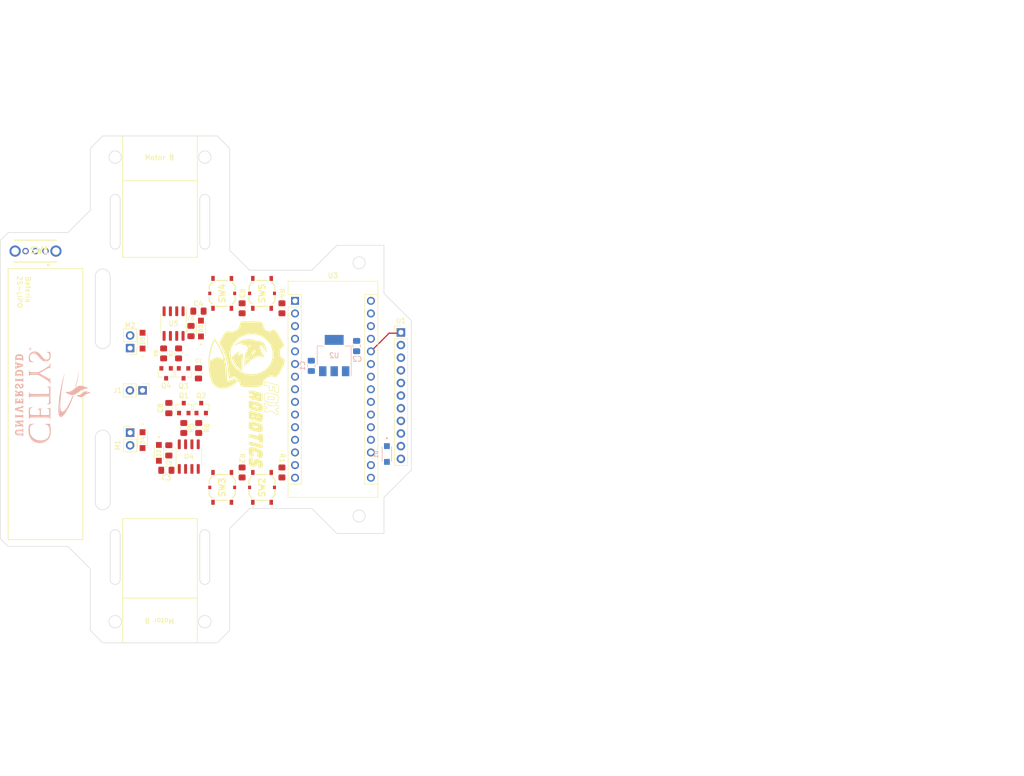
<source format=kicad_pcb>
(kicad_pcb (version 20171130) (host pcbnew "(5.1.12)-1")

  (general
    (thickness 1.6)
    (drawings 118)
    (tracks 3)
    (zones 0)
    (modules 40)
    (nets 45)
  )

  (page A4)
  (layers
    (0 F.Cu signal)
    (31 B.Cu signal)
    (32 B.Adhes user)
    (33 F.Adhes user)
    (34 B.Paste user)
    (35 F.Paste user)
    (36 B.SilkS user)
    (37 F.SilkS user)
    (38 B.Mask user)
    (39 F.Mask user)
    (40 Dwgs.User user)
    (41 Cmts.User user)
    (42 Eco1.User user)
    (43 Eco2.User user)
    (44 Edge.Cuts user)
    (45 Margin user)
    (46 B.CrtYd user hide)
    (47 F.CrtYd user hide)
    (48 B.Fab user hide)
    (49 F.Fab user hide)
  )

  (setup
    (last_trace_width 0.254)
    (user_trace_width 0.254)
    (user_trace_width 0.381)
    (user_trace_width 0.508)
    (user_trace_width 0.762)
    (trace_clearance 0.2)
    (zone_clearance 0.508)
    (zone_45_only no)
    (trace_min 0.2)
    (via_size 0.8)
    (via_drill 0.4)
    (via_min_size 0.4)
    (via_min_drill 0.3)
    (uvia_size 0.3)
    (uvia_drill 0.1)
    (uvias_allowed no)
    (uvia_min_size 0.2)
    (uvia_min_drill 0.1)
    (edge_width 0.1)
    (segment_width 0.2)
    (pcb_text_width 0.3)
    (pcb_text_size 1.5 1.5)
    (mod_edge_width 0.15)
    (mod_text_size 1 1)
    (mod_text_width 0.15)
    (pad_size 1 1)
    (pad_drill 0)
    (pad_to_mask_clearance 0)
    (aux_axis_origin 0 0)
    (visible_elements 7FFFFFFF)
    (pcbplotparams
      (layerselection 0x010fc_ffffffff)
      (usegerberextensions false)
      (usegerberattributes true)
      (usegerberadvancedattributes true)
      (creategerberjobfile true)
      (excludeedgelayer true)
      (linewidth 0.100000)
      (plotframeref false)
      (viasonmask false)
      (mode 1)
      (useauxorigin false)
      (hpglpennumber 1)
      (hpglpenspeed 20)
      (hpglpendiameter 15.000000)
      (psnegative false)
      (psa4output false)
      (plotreference true)
      (plotvalue true)
      (plotinvisibletext false)
      (padsonsilk false)
      (subtractmaskfromsilk false)
      (outputformat 1)
      (mirror false)
      (drillshape 1)
      (scaleselection 1)
      (outputdirectory ""))
  )

  (net 0 "")
  (net 1 GND)
  (net 2 +7.5V)
  (net 3 +5V)
  (net 4 /VS_A)
  (net 5 /VS_B)
  (net 6 /QTR_5V)
  (net 7 "Net-(Q1-Pad1)")
  (net 8 "Net-(Q2-Pad1)")
  (net 9 "Net-(Q3-Pad1)")
  (net 10 "Net-(Q4-Pad1)")
  (net 11 +3V3)
  (net 12 /Int_PB0)
  (net 13 "Net-(R6-Pad2)")
  (net 14 "Net-(R7-Pad2)")
  (net 15 "Net-(R8-Pad2)")
  (net 16 /Int_PB1)
  (net 17 /Arranque)
  (net 18 "Net-(U3-Pad1)")
  (net 19 "Net-(U3-Pad2)")
  (net 20 /~LIN_B)
  (net 21 /HIN_B)
  (net 22 "Net-(U3-Pad11)")
  (net 23 /~LIN_A)
  (net 24 /HIN_A)
  (net 25 "Net-(U3-Pad17)")
  (net 26 /Int_PB2)
  (net 27 /Int_PB3)
  (net 28 /SEN_8)
  (net 29 /SEN_7)
  (net 30 /SEN_6)
  (net 31 /SEN_5)
  (net 32 /SEN_4)
  (net 33 /SEN_3)
  (net 34 /SEN_2)
  (net 35 /SEN_1)
  (net 36 "Net-(U3-Pad18)")
  (net 37 "Net-(U3-Pad3)")
  (net 38 "Net-(U3-Pad10)")
  (net 39 "Net-(U3-Pad28)")
  (net 40 "Net-(U3-Pad30)")
  (net 41 "Net-(C5-Pad1)")
  (net 42 "Net-(C6-Pad1)")
  (net 43 "Net-(R5-Pad2)")
  (net 44 "Net-(U3-Pad14)")

  (net_class Default "This is the default net class."
    (clearance 0.2)
    (trace_width 0.25)
    (via_dia 0.8)
    (via_drill 0.4)
    (uvia_dia 0.3)
    (uvia_drill 0.1)
    (add_net +3V3)
    (add_net +5V)
    (add_net +7.5V)
    (add_net /Arranque)
    (add_net /HIN_A)
    (add_net /HIN_B)
    (add_net /Int_PB0)
    (add_net /Int_PB1)
    (add_net /Int_PB2)
    (add_net /Int_PB3)
    (add_net /QTR_5V)
    (add_net /SEN_1)
    (add_net /SEN_2)
    (add_net /SEN_3)
    (add_net /SEN_4)
    (add_net /SEN_5)
    (add_net /SEN_6)
    (add_net /SEN_7)
    (add_net /SEN_8)
    (add_net /VS_A)
    (add_net /VS_B)
    (add_net /~LIN_A)
    (add_net /~LIN_B)
    (add_net GND)
    (add_net "Net-(C5-Pad1)")
    (add_net "Net-(C6-Pad1)")
    (add_net "Net-(Q1-Pad1)")
    (add_net "Net-(Q2-Pad1)")
    (add_net "Net-(Q3-Pad1)")
    (add_net "Net-(Q4-Pad1)")
    (add_net "Net-(R5-Pad2)")
    (add_net "Net-(R6-Pad2)")
    (add_net "Net-(R7-Pad2)")
    (add_net "Net-(R8-Pad2)")
    (add_net "Net-(U3-Pad1)")
    (add_net "Net-(U3-Pad10)")
    (add_net "Net-(U3-Pad11)")
    (add_net "Net-(U3-Pad14)")
    (add_net "Net-(U3-Pad17)")
    (add_net "Net-(U3-Pad18)")
    (add_net "Net-(U3-Pad2)")
    (add_net "Net-(U3-Pad28)")
    (add_net "Net-(U3-Pad3)")
    (add_net "Net-(U3-Pad30)")
  )

  (module Seguidor_V3:CETYS (layer B.Cu) (tedit 0) (tstamp 634725EA)
    (at 123.5 103 90)
    (fp_text reference G*** (at 0 0 -90) (layer B.SilkS) hide
      (effects (font (size 1.524 1.524) (thickness 0.3)) (justify mirror))
    )
    (fp_text value LOGO (at 0.75 0 -90) (layer B.SilkS) hide
      (effects (font (size 1.524 1.524) (thickness 0.3)) (justify mirror))
    )
    (fp_poly (pts (xy 5.11175 5.222875) (xy 5.095875 5.207) (xy 5.08 5.222875) (xy 5.095875 5.23875)
      (xy 5.11175 5.222875)) (layer B.SilkS) (width 0.01))
    (fp_poly (pts (xy 4.866291 5.196076) (xy 4.867347 5.185653) (xy 4.817643 5.181397) (xy 4.810125 5.18144)
      (xy 4.760882 5.186018) (xy 4.765582 5.195682) (xy 4.771041 5.197253) (xy 4.840203 5.201901)
      (xy 4.866291 5.196076)) (layer B.SilkS) (width 0.01))
    (fp_poly (pts (xy 0.514388 7.520272) (xy 0.547413 7.466368) (xy 0.590109 7.373366) (xy 0.605945 7.33425)
      (xy 0.705997 7.053514) (xy 0.767491 6.815656) (xy 0.791274 6.613763) (xy 0.778192 6.440917)
      (xy 0.732786 6.298194) (xy 0.690034 6.223002) (xy 0.616725 6.113276) (xy 0.522872 5.983331)
      (xy 0.418487 5.847483) (xy 0.410802 5.837819) (xy 0.269155 5.654299) (xy 0.165341 5.502884)
      (xy 0.093016 5.370065) (xy 0.045836 5.242334) (xy 0.017457 5.106182) (xy 0.003065 4.969589)
      (xy -0.015875 4.715737) (xy -0.116794 4.874056) (xy -0.256072 5.132922) (xy -0.338128 5.38126)
      (xy -0.361459 5.572125) (xy -0.354507 5.695872) (xy -0.325651 5.819037) (xy -0.270108 5.952017)
      (xy -0.183096 6.105205) (xy -0.05983 6.288997) (xy 0.01836 6.397625) (xy 0.158473 6.598927)
      (xy 0.262343 6.774612) (xy 0.339098 6.943496) (xy 0.397865 7.124389) (xy 0.426563 7.239)
      (xy 0.454992 7.359829) (xy 0.479574 7.460011) (xy 0.49558 7.520337) (xy 0.496945 7.52475)
      (xy 0.514388 7.520272)) (layer B.SilkS) (width 0.01))
    (fp_poly (pts (xy 4.627758 5.165954) (xy 4.579521 5.150959) (xy 4.470121 5.126913) (xy 4.298672 5.094314)
      (xy 4.28625 5.092072) (xy 3.883515 5.014687) (xy 3.432977 4.919299) (xy 2.946856 4.80863)
      (xy 2.437372 4.685405) (xy 2.246312 4.637409) (xy 2.06267 4.591892) (xy 1.902018 4.554136)
      (xy 1.773697 4.526165) (xy 1.687046 4.510002) (xy 1.651406 4.507672) (xy 1.651 4.508385)
      (xy 1.666486 4.543347) (xy 1.716611 4.579031) (xy 1.806873 4.61739) (xy 1.942769 4.66038)
      (xy 2.129798 4.709952) (xy 2.373458 4.76806) (xy 2.397125 4.773494) (xy 3.103279 4.92647)
      (xy 3.759132 5.050283) (xy 4.226824 5.125455) (xy 4.414366 5.151648) (xy 4.544293 5.166797)
      (xy 4.61572 5.171399) (xy 4.627758 5.165954)) (layer B.SilkS) (width 0.01))
    (fp_poly (pts (xy 1.467413 7.02859) (xy 1.501213 6.974906) (xy 1.54759 6.880092) (xy 1.602632 6.753651)
      (xy 1.662431 6.605086) (xy 1.723076 6.4439) (xy 1.780656 6.279595) (xy 1.831262 6.121674)
      (xy 1.848154 6.06425) (xy 1.901473 5.809234) (xy 1.92077 5.549358) (xy 1.906045 5.303271)
      (xy 1.857301 5.089621) (xy 1.848056 5.064125) (xy 1.82227 4.99865) (xy 1.79611 4.940418)
      (xy 1.764202 4.881772) (xy 1.721176 4.815054) (xy 1.66166 4.732606) (xy 1.580282 4.626769)
      (xy 1.471671 4.489885) (xy 1.330455 4.314296) (xy 1.266693 4.235294) (xy 1.094267 4.017685)
      (xy 0.959758 3.835464) (xy 0.858158 3.677227) (xy 0.784458 3.531571) (xy 0.733649 3.38709)
      (xy 0.700721 3.232381) (xy 0.680667 3.056039) (xy 0.669799 2.876268) (xy 0.650875 2.466411)
      (xy 0.519979 2.654018) (xy 0.325719 2.969252) (xy 0.183475 3.281358) (xy 0.094538 3.585191)
      (xy 0.060204 3.875602) (xy 0.081764 4.147446) (xy 0.113219 4.272613) (xy 0.160437 4.386406)
      (xy 0.23983 4.537686) (xy 0.343894 4.714362) (xy 0.465126 4.904342) (xy 0.596022 5.095537)
      (xy 0.72908 5.275854) (xy 0.762047 5.318125) (xy 0.94224 5.566433) (xy 1.086341 5.814097)
      (xy 1.201879 6.077822) (xy 1.29638 6.374309) (xy 1.363033 6.651625) (xy 1.393686 6.79227)
      (xy 1.421338 6.91461) (xy 1.442174 7.001989) (xy 1.450099 7.031642) (xy 1.467413 7.02859)) (layer B.SilkS) (width 0.01))
    (fp_poly (pts (xy 4.445 2.333625) (xy 4.429125 2.31775) (xy 4.41325 2.333625) (xy 4.429125 2.3495)
      (xy 4.445 2.333625)) (layer B.SilkS) (width 0.01))
    (fp_poly (pts (xy -0.069675 4.068729) (xy -0.0635 4.021937) (xy -0.06981 3.989066) (xy -0.094872 3.95835)
      (xy -0.14789 3.924403) (xy -0.238067 3.881837) (xy -0.374605 3.825267) (xy -0.452438 3.794276)
      (xy -0.912441 3.603705) (xy -1.348254 3.406113) (xy -1.753547 3.204953) (xy -2.121986 3.003682)
      (xy -2.44724 2.805753) (xy -2.722976 2.614621) (xy -2.938041 2.438161) (xy -3.067339 2.304125)
      (xy -3.17631 2.16088) (xy -3.256062 2.022465) (xy -3.297707 1.90292) (xy -3.301703 1.86387)
      (xy -3.271542 1.757149) (xy -3.180975 1.666722) (xy -3.031028 1.592819) (xy -2.82273 1.535669)
      (xy -2.557108 1.495502) (xy -2.235189 1.472546) (xy -1.858001 1.467033) (xy -1.55575 1.473885)
      (xy -0.990858 1.503503) (xy -0.378243 1.552565) (xy 0.269939 1.619386) (xy 0.941529 1.702281)
      (xy 1.62437 1.799565) (xy 2.306303 1.909553) (xy 2.97517 2.030559) (xy 3.618815 2.160899)
      (xy 3.980559 2.241207) (xy 4.119794 2.271942) (xy 4.234475 2.294829) (xy 4.31164 2.307439)
      (xy 4.338167 2.308166) (xy 4.313489 2.296103) (xy 4.236174 2.270741) (xy 4.115107 2.234518)
      (xy 3.959169 2.18987) (xy 3.777244 2.139236) (xy 3.578215 2.085052) (xy 3.370964 2.029755)
      (xy 3.164375 1.975785) (xy 2.967331 1.925577) (xy 2.788714 1.881569) (xy 2.747489 1.871704)
      (xy 2.095549 1.724145) (xy 1.440838 1.590077) (xy 0.789945 1.470327) (xy 0.149458 1.365722)
      (xy -0.474034 1.277088) (xy -1.073944 1.205254) (xy -1.643683 1.151045) (xy -2.176663 1.11529)
      (xy -2.666295 1.098814) (xy -3.105992 1.102446) (xy -3.30427 1.11201) (xy -3.591724 1.136119)
      (xy -3.822466 1.168989) (xy -4.002892 1.212328) (xy -4.139399 1.267848) (xy -4.238382 1.337255)
      (xy -4.269438 1.369927) (xy -4.325757 1.452988) (xy -4.344831 1.535587) (xy -4.326812 1.635211)
      (xy -4.272877 1.767148) (xy -4.166592 1.936854) (xy -4.00174 2.118699) (xy -3.781665 2.31072)
      (xy -3.509714 2.51095) (xy -3.189233 2.717426) (xy -2.823567 2.928182) (xy -2.416062 3.141253)
      (xy -1.970064 3.354675) (xy -1.488919 3.566483) (xy -0.975973 3.774712) (xy -0.631222 3.905682)
      (xy -0.46151 3.967936) (xy -0.31226 4.021633) (xy -0.193735 4.063165) (xy -0.116199 4.088924)
      (xy -0.090574 4.09575) (xy -0.069675 4.068729)) (layer B.SilkS) (width 0.01))
    (fp_poly (pts (xy 9.420245 -4.428818) (xy 9.452747 -4.475839) (xy 9.430446 -4.554783) (xy 9.428708 -4.55807)
      (xy 9.404444 -4.62396) (xy 9.422132 -4.673535) (xy 9.428851 -4.682042) (xy 9.449932 -4.720895)
      (xy 9.441274 -4.73075) (xy 9.404477 -4.706825) (xy 9.373618 -4.66725) (xy 9.323727 -4.611717)
      (xy 9.284522 -4.617518) (xy 9.261657 -4.675187) (xy 9.25358 -4.687285) (xy 9.24682 -4.645134)
      (xy 9.243573 -4.579937) (xy 9.243015 -4.5085) (xy 9.271 -4.5085) (xy 9.291339 -4.561647)
      (xy 9.346369 -4.566157) (xy 9.39413 -4.543313) (xy 9.421026 -4.502758) (xy 9.398296 -4.46384)
      (xy 9.337526 -4.44508) (xy 9.332626 -4.445) (xy 9.280897 -4.468358) (xy 9.271 -4.5085)
      (xy 9.243015 -4.5085) (xy 9.242816 -4.483024) (xy 9.252772 -4.433593) (xy 9.281979 -4.415663)
      (xy 9.332626 -4.41325) (xy 9.420245 -4.428818)) (layer B.SilkS) (width 0.01))
    (fp_poly (pts (xy 6.102592 -0.513476) (xy 6.261587 -0.517933) (xy 6.375296 -0.525268) (xy 6.43653 -0.535096)
      (xy 6.44525 -0.541177) (xy 6.41831 -0.565118) (xy 6.373812 -0.572197) (xy 6.250181 -0.599074)
      (xy 6.110145 -0.671407) (xy 5.969593 -0.779976) (xy 5.904372 -0.84466) (xy 5.826799 -0.939453)
      (xy 5.724943 -1.080361) (xy 5.604765 -1.257663) (xy 5.472226 -1.461637) (xy 5.333284 -1.682564)
      (xy 5.193902 -1.910722) (xy 5.060038 -2.136389) (xy 4.937653 -2.349846) (xy 4.832708 -2.541371)
      (xy 4.751163 -2.701244) (xy 4.709163 -2.794) (xy 4.686565 -2.851887) (xy 4.669232 -2.908435)
      (xy 4.65646 -2.972852) (xy 4.647545 -3.054347) (xy 4.641783 -3.162129) (xy 4.638471 -3.305405)
      (xy 4.636905 -3.493386) (xy 4.636381 -3.735278) (xy 4.636372 -3.7465) (xy 4.63654 -3.991594)
      (xy 4.637875 -4.181569) (xy 4.640943 -4.324803) (xy 4.646315 -4.429674) (xy 4.654557 -4.504562)
      (xy 4.666239 -4.557843) (xy 4.68193 -4.597895) (xy 4.695839 -4.622937) (xy 4.764388 -4.698405)
      (xy 4.865368 -4.743082) (xy 5.010732 -4.761447) (xy 5.068093 -4.7625) (xy 5.139951 -4.770748)
      (xy 5.174666 -4.790937) (xy 5.17525 -4.79425) (xy 5.144041 -4.805417) (xy 5.052506 -4.814314)
      (xy 4.903786 -4.820803) (xy 4.701019 -4.824744) (xy 4.460875 -4.826) (xy 4.209614 -4.824612)
      (xy 4.009415 -4.820544) (xy 3.863416 -4.813934) (xy 3.774756 -4.804923) (xy 3.7465 -4.79425)
      (xy 3.773606 -4.770153) (xy 3.823808 -4.7625) (xy 3.961983 -4.737867) (xy 4.060096 -4.664463)
      (xy 4.098729 -4.598483) (xy 4.114281 -4.545052) (xy 4.126067 -4.463195) (xy 4.134477 -4.345619)
      (xy 4.139899 -4.185036) (xy 4.142724 -3.974154) (xy 4.143375 -3.762375) (xy 4.143212 -3.528687)
      (xy 4.142123 -3.348919) (xy 4.139204 -3.213488) (xy 4.133552 -3.112813) (xy 4.124263 -3.037314)
      (xy 4.110435 -2.977408) (xy 4.091163 -2.923516) (xy 4.065545 -2.866054) (xy 4.057188 -2.848184)
      (xy 3.987683 -2.710443) (xy 3.892667 -2.537429) (xy 3.777721 -2.338024) (xy 3.648424 -2.121106)
      (xy 3.510356 -1.895556) (xy 3.369098 -1.670254) (xy 3.23023 -1.45408) (xy 3.099331 -1.255914)
      (xy 2.981982 -1.084635) (xy 2.883762 -0.949124) (xy 2.810253 -0.858261) (xy 2.799511 -0.846747)
      (xy 2.678055 -0.735607) (xy 2.553808 -0.646407) (xy 2.441775 -0.588687) (xy 2.366639 -0.5715)
      (xy 2.323566 -0.555788) (xy 2.31775 -0.541764) (xy 2.348205 -0.531623) (xy 2.434428 -0.523283)
      (xy 2.568701 -0.517127) (xy 2.743308 -0.513534) (xy 2.905125 -0.51276) (xy 3.09035 -0.514216)
      (xy 3.251582 -0.517824) (xy 3.37894 -0.52317) (xy 3.462539 -0.52984) (xy 3.4925 -0.537399)
      (xy 3.466938 -0.566581) (xy 3.413125 -0.597472) (xy 3.353813 -0.638357) (xy 3.336573 -0.697365)
      (xy 3.358051 -0.790382) (xy 3.367082 -0.815495) (xy 3.390413 -0.863441) (xy 3.440092 -0.955637)
      (xy 3.511683 -1.084434) (xy 3.600751 -1.242182) (xy 3.70286 -1.421233) (xy 3.813572 -1.613935)
      (xy 3.928454 -1.81264) (xy 4.043068 -2.009698) (xy 4.152979 -2.19746) (xy 4.253751 -2.368275)
      (xy 4.340948 -2.514494) (xy 4.410133 -2.628468) (xy 4.456872 -2.702546) (xy 4.476728 -2.72908)
      (xy 4.47675 -2.729081) (xy 4.496926 -2.70273) (xy 4.540427 -2.630921) (xy 4.601001 -2.52439)
      (xy 4.672397 -2.393871) (xy 4.677857 -2.383708) (xy 4.754605 -2.243188) (xy 4.854483 -2.064058)
      (xy 4.968398 -1.862425) (xy 5.087254 -1.654393) (xy 5.19288 -1.471659) (xy 5.307774 -1.272313)
      (xy 5.39336 -1.118482) (xy 5.453654 -1.00163) (xy 5.492677 -0.913219) (xy 5.514447 -0.844714)
      (xy 5.522984 -0.78758) (xy 5.523585 -0.769256) (xy 5.51795 -0.678155) (xy 5.492561 -0.62724)
      (xy 5.445125 -0.597472) (xy 5.386909 -0.563284) (xy 5.36575 -0.537507) (xy 5.395781 -0.529617)
      (xy 5.479001 -0.522664) (xy 5.605101 -0.517128) (xy 5.763773 -0.513493) (xy 5.9055 -0.512281)
      (xy 6.102592 -0.513476)) (layer B.SilkS) (width 0.01))
    (fp_poly (pts (xy -1.618062 -0.46588) (xy -1.556359 -0.471054) (xy -1.44721 -0.480994) (xy -1.30636 -0.494241)
      (xy -1.158875 -0.508429) (xy -1.04539 -0.516013) (xy -0.883367 -0.522015) (xy -0.68151 -0.526488)
      (xy -0.448517 -0.529485) (xy -0.19309 -0.531059) (xy 0.076069 -0.531264) (xy 0.350262 -0.530152)
      (xy 0.620786 -0.527777) (xy 0.87894 -0.524192) (xy 1.116025 -0.51945) (xy 1.323339 -0.513604)
      (xy 1.492181 -0.506708) (xy 1.613851 -0.498814) (xy 1.674812 -0.491122) (xy 1.778 -0.469042)
      (xy 1.778 -0.837771) (xy 1.776084 -0.982263) (xy 1.770873 -1.100154) (xy 1.763173 -1.178981)
      (xy 1.754187 -1.206333) (xy 1.731819 -1.178737) (xy 1.701012 -1.108471) (xy 1.68275 -1.05552)
      (xy 1.649466 -0.97037) (xy 1.60463 -0.904555) (xy 1.539877 -0.85504) (xy 1.446843 -0.818785)
      (xy 1.317163 -0.792755) (xy 1.142472 -0.773912) (xy 0.914406 -0.759219) (xy 0.8589 -0.756373)
      (xy 0.6807 -0.748487) (xy 0.523458 -0.743369) (xy 0.398672 -0.741248) (xy 0.317838 -0.742352)
      (xy 0.293687 -0.74512) (xy 0.285725 -0.778864) (xy 0.278573 -0.869261) (xy 0.272248 -1.009468)
      (xy 0.266765 -1.192644) (xy 0.26214 -1.411945) (xy 0.258387 -1.660531) (xy 0.255523 -1.931558)
      (xy 0.253564 -2.218184) (xy 0.252524 -2.513568) (xy 0.25242 -2.810866) (xy 0.253266 -3.103237)
      (xy 0.255079 -3.383839) (xy 0.257873 -3.645829) (xy 0.261666 -3.882365) (xy 0.266471 -4.086604)
      (xy 0.272305 -4.251705) (xy 0.279183 -4.370826) (xy 0.285317 -4.427626) (xy 0.320326 -4.574925)
      (xy 0.375125 -4.670675) (xy 0.46126 -4.726293) (xy 0.590281 -4.753193) (xy 0.617238 -4.755725)
      (xy 0.71344 -4.768228) (xy 0.777551 -4.78523) (xy 0.79375 -4.798181) (xy 0.763492 -4.806166)
      (xy 0.678686 -4.813256) (xy 0.548281 -4.819103) (xy 0.381225 -4.823358) (xy 0.186468 -4.825676)
      (xy 0.077501 -4.826) (xy -0.181484 -4.824636) (xy -0.381724 -4.820583) (xy -0.522011 -4.813896)
      (xy -0.601133 -4.804629) (xy -0.619125 -4.79425) (xy -0.575206 -4.769359) (xy -0.524598 -4.7625)
      (xy -0.41306 -4.746232) (xy -0.335087 -4.688501) (xy -0.292514 -4.623714) (xy -0.281102 -4.598474)
      (xy -0.271326 -4.564325) (xy -0.263029 -4.516328) (xy -0.256052 -4.449539) (xy -0.250239 -4.359019)
      (xy -0.245432 -4.239824) (xy -0.241473 -4.087013) (xy -0.238204 -3.895645) (xy -0.235469 -3.660779)
      (xy -0.233109 -3.377471) (xy -0.230966 -3.040782) (xy -0.228884 -2.645769) (xy -0.228784 -2.625488)
      (xy -0.219442 -0.726601) (xy -0.736784 -0.745649) (xy -0.923077 -0.75321) (xy -1.097403 -0.761565)
      (xy -1.245271 -0.769927) (xy -1.352188 -0.777507) (xy -1.388478 -0.781081) (xy -1.531012 -0.828906)
      (xy -1.653365 -0.928998) (xy -1.742482 -1.070524) (xy -1.745254 -1.077093) (xy -1.783172 -1.145715)
      (xy -1.818088 -1.174695) (xy -1.83883 -1.157245) (xy -1.840643 -1.135062) (xy -1.833599 -1.08882)
      (xy -1.815295 -0.995887) (xy -1.788815 -0.87143) (xy -1.768016 -0.777875) (xy -1.73476 -0.634901)
      (xy -1.709337 -0.543111) (xy -1.686487 -0.491555) (xy -1.660944 -0.469283) (xy -1.627447 -0.465344)
      (xy -1.618062 -0.46588)) (layer B.SilkS) (width 0.01))
    (fp_poly (pts (xy 9.466963 -4.338726) (xy 9.546034 -4.416192) (xy 9.60182 -4.512979) (xy 9.62025 -4.604615)
      (xy 9.592803 -4.687412) (xy 9.523571 -4.768804) (xy 9.432219 -4.831371) (xy 9.338407 -4.857696)
      (xy 9.3345 -4.85775) (xy 9.225038 -4.829415) (xy 9.141557 -4.764942) (xy 9.066302 -4.658718)
      (xy 9.04875 -4.578724) (xy 9.066226 -4.496395) (xy 9.10941 -4.411458) (xy 9.164438 -4.345224)
      (xy 9.217441 -4.319002) (xy 9.217741 -4.319009) (xy 9.229034 -4.334073) (xy 9.204748 -4.358697)
      (xy 9.118664 -4.456557) (xy 9.086087 -4.568086) (xy 9.108743 -4.678788) (xy 9.158431 -4.748068)
      (xy 9.261205 -4.81364) (xy 9.369469 -4.82248) (xy 9.468375 -4.778011) (xy 9.543074 -4.683656)
      (xy 9.554715 -4.656725) (xy 9.566067 -4.546936) (xy 9.526866 -4.442415) (xy 9.44894 -4.360317)
      (xy 9.344115 -4.317799) (xy 9.319497 -4.315493) (xy 9.284168 -4.307654) (xy 9.296425 -4.296434)
      (xy 9.378972 -4.294249) (xy 9.466963 -4.338726)) (layer B.SilkS) (width 0.01))
    (fp_poly (pts (xy 8.086621 -0.475359) (xy 8.351046 -0.497219) (xy 8.580437 -0.526577) (xy 8.73125 -0.548008)
      (xy 8.729018 -0.869316) (xy 8.724256 -1.054466) (xy 8.713558 -1.187837) (xy 8.697927 -1.267264)
      (xy 8.678365 -1.290582) (xy 8.655874 -1.255626) (xy 8.631454 -1.160232) (xy 8.621032 -1.102633)
      (xy 8.565208 -0.950682) (xy 8.456826 -0.825273) (xy 8.30279 -0.730673) (xy 8.110005 -0.671147)
      (xy 7.889875 -0.650952) (xy 7.662043 -0.675026) (xy 7.473836 -0.745063) (xy 7.328611 -0.858041)
      (xy 7.229724 -1.010943) (xy 7.180535 -1.200749) (xy 7.1755 -1.293355) (xy 7.183066 -1.419959)
      (xy 7.209161 -1.536533) (xy 7.258876 -1.649883) (xy 7.337301 -1.766813) (xy 7.44953 -1.894129)
      (xy 7.600653 -2.038636) (xy 7.795762 -2.207138) (xy 7.96031 -2.34226) (xy 8.239765 -2.582381)
      (xy 8.460705 -2.802989) (xy 8.624528 -3.005601) (xy 8.720341 -3.16567) (xy 8.762942 -3.259094)
      (xy 8.789642 -3.341819) (xy 8.804059 -3.43394) (xy 8.80981 -3.555552) (xy 8.810618 -3.667125)
      (xy 8.808452 -3.82371) (xy 8.799674 -3.937092) (xy 8.780874 -4.027488) (xy 8.74864 -4.115115)
      (xy 8.726958 -4.16306) (xy 8.584999 -4.397485) (xy 8.401716 -4.583831) (xy 8.17753 -4.721864)
      (xy 7.912864 -4.811355) (xy 7.608138 -4.852069) (xy 7.467624 -4.85456) (xy 7.328593 -4.849136)
      (xy 7.1962 -4.837928) (xy 7.098415 -4.823325) (xy 7.096125 -4.822818) (xy 6.924674 -4.776176)
      (xy 6.79224 -4.72353) (xy 6.70788 -4.669037) (xy 6.682592 -4.633035) (xy 6.676384 -4.578668)
      (xy 6.675292 -4.482383) (xy 6.678446 -4.358801) (xy 6.684975 -4.222541) (xy 6.694009 -4.088223)
      (xy 6.704677 -3.970467) (xy 6.716108 -3.883894) (xy 6.727431 -3.843124) (xy 6.729711 -3.84175)
      (xy 6.746347 -3.870293) (xy 6.768079 -3.944716) (xy 6.787865 -4.037067) (xy 6.843157 -4.234311)
      (xy 6.931341 -4.384953) (xy 7.061173 -4.501129) (xy 7.165943 -4.560935) (xy 7.270866 -4.607836)
      (xy 7.364702 -4.635241) (xy 7.472158 -4.648062) (xy 7.617939 -4.651211) (xy 7.62 -4.65121)
      (xy 7.785122 -4.645925) (xy 7.90604 -4.628379) (xy 8.001356 -4.595688) (xy 8.012619 -4.590283)
      (xy 8.193517 -4.467593) (xy 8.327646 -4.305573) (xy 8.410849 -4.111972) (xy 8.438968 -3.894538)
      (xy 8.434079 -3.804689) (xy 8.411944 -3.667277) (xy 8.372132 -3.542428) (xy 8.308601 -3.421788)
      (xy 8.215311 -3.297004) (xy 8.086221 -3.159725) (xy 7.915291 -3.001595) (xy 7.750836 -2.859929)
      (xy 7.504393 -2.647173) (xy 7.305475 -2.463171) (xy 7.149149 -2.300892) (xy 7.030483 -2.153306)
      (xy 6.944545 -2.013383) (xy 6.886403 -1.874091) (xy 6.851124 -1.7284) (xy 6.833775 -1.56928)
      (xy 6.832784 -1.551318) (xy 6.840309 -1.286405) (xy 6.893764 -1.063242) (xy 6.995582 -0.877314)
      (xy 7.1482 -0.724106) (xy 7.34352 -0.60423) (xy 7.503166 -0.538243) (xy 7.673211 -0.49521)
      (xy 7.864186 -0.474469) (xy 8.086621 -0.475359)) (layer B.SilkS) (width 0.01))
    (fp_poly (pts (xy -2.551352 -0.640761) (xy -2.565868 -0.771469) (xy -2.582151 -0.922583) (xy -2.591133 -1.008062)
      (xy -2.605799 -1.110774) (xy -2.623715 -1.182476) (xy -2.639352 -1.2065) (xy -2.662898 -1.180241)
      (xy -2.667178 -1.150937) (xy -2.689055 -1.005146) (xy -2.747823 -0.883144) (xy -2.834633 -0.803259)
      (xy -2.835166 -0.802973) (xy -2.906334 -0.780432) (xy -3.020767 -0.761413) (xy -3.165421 -0.746347)
      (xy -3.327252 -0.735665) (xy -3.493215 -0.729798) (xy -3.650266 -0.729178) (xy -3.785361 -0.734234)
      (xy -3.885454 -0.745399) (xy -3.937501 -0.763103) (xy -3.940426 -0.766454) (xy -3.947897 -0.809038)
      (xy -3.954259 -0.904316) (xy -3.959457 -1.041493) (xy -3.963433 -1.20977) (xy -3.966134 -1.398352)
      (xy -3.967501 -1.596442) (xy -3.967481 -1.793244) (xy -3.966016 -1.977959) (xy -3.963052 -2.139793)
      (xy -3.958531 -2.267948) (xy -3.952399 -2.351628) (xy -3.948739 -2.373312) (xy -3.936636 -2.405608)
      (xy -3.913071 -2.426223) (xy -3.865831 -2.437636) (xy -3.782707 -2.442324) (xy -3.651487 -2.442766)
      (xy -3.60786 -2.442491) (xy -3.337251 -2.437578) (xy -3.123164 -2.426439) (xy -2.958841 -2.408126)
      (xy -2.837525 -2.381692) (xy -2.752457 -2.346191) (xy -2.712581 -2.317051) (xy -2.627533 -2.238375)
      (xy -2.648355 -2.492375) (xy -2.667211 -2.710396) (xy -2.683641 -2.871454) (xy -2.698587 -2.981993)
      (xy -2.71299 -3.048461) (xy -2.727791 -3.077303) (xy -2.734159 -3.07975) (xy -2.752849 -3.051859)
      (xy -2.762051 -2.98342) (xy -2.76225 -2.970395) (xy -2.791708 -2.844527) (xy -2.873492 -2.742538)
      (xy -2.997717 -2.675573) (xy -3.032125 -2.666095) (xy -3.11441 -2.654411) (xy -3.242128 -2.644798)
      (xy -3.39722 -2.638309) (xy -3.547458 -2.636007) (xy -3.935791 -2.63525) (xy -3.955815 -2.715031)
      (xy -3.960893 -2.768107) (xy -3.964547 -2.874976) (xy -3.966686 -3.025945) (xy -3.967218 -3.211322)
      (xy -3.966051 -3.421412) (xy -3.964052 -3.586236) (xy -3.960104 -3.832119) (xy -3.956003 -4.022714)
      (xy -3.951022 -4.166232) (xy -3.944435 -4.270882) (xy -3.935515 -4.344875) (xy -3.923536 -4.396419)
      (xy -3.90777 -4.433726) (xy -3.887491 -4.465004) (xy -3.886097 -4.466892) (xy -3.817159 -4.53672)
      (xy -3.724072 -4.585265) (xy -3.596242 -4.61546) (xy -3.423072 -4.630237) (xy -3.286125 -4.63295)
      (xy -3.051216 -4.627856) (xy -2.870068 -4.60818) (xy -2.733832 -4.569919) (xy -2.633659 -4.509073)
      (xy -2.560697 -4.421637) (xy -2.506097 -4.30361) (xy -2.496572 -4.275894) (xy -2.460792 -4.18027)
      (xy -2.428123 -4.114946) (xy -2.40926 -4.09575) (xy -2.393267 -4.099934) (xy -2.385012 -4.119365)
      (xy -2.38497 -4.164356) (xy -2.393619 -4.245221) (xy -2.411433 -4.372273) (xy -2.4268 -4.475493)
      (xy -2.455802 -4.640217) (xy -2.48561 -4.748719) (xy -2.518373 -4.808262) (xy -2.527893 -4.816806)
      (xy -2.573522 -4.834297) (xy -2.658478 -4.845582) (xy -2.790001 -4.851133) (xy -2.97533 -4.851419)
      (xy -3.046131 -4.850492) (xy -3.23131 -4.847644) (xy -3.459509 -4.844223) (xy -3.710257 -4.840532)
      (xy -3.963079 -4.836873) (xy -4.167188 -4.833973) (xy -4.393626 -4.829334) (xy -4.578232 -4.822547)
      (xy -4.71548 -4.813949) (xy -4.799844 -4.803879) (xy -4.826 -4.793605) (xy -4.798375 -4.77189)
      (xy -4.731677 -4.762509) (xy -4.729307 -4.7625) (xy -4.61736 -4.733057) (xy -4.528573 -4.649363)
      (xy -4.469173 -4.518365) (xy -4.455481 -4.456923) (xy -4.450508 -4.396307) (xy -4.44584 -4.27862)
      (xy -4.441568 -4.11029) (xy -4.437781 -3.897748) (xy -4.434568 -3.64742) (xy -4.432017 -3.365736)
      (xy -4.430219 -3.059126) (xy -4.429261 -2.734016) (xy -4.429125 -2.555875) (xy -4.429405 -2.162425)
      (xy -4.430314 -1.827955) (xy -4.431957 -1.547945) (xy -4.434439 -1.317876) (xy -4.437864 -1.133229)
      (xy -4.442339 -0.989485) (xy -4.447966 -0.882126) (xy -4.454853 -0.806631) (xy -4.463102 -0.758484)
      (xy -4.471369 -0.735499) (xy -4.543385 -0.662021) (xy -4.654969 -0.604459) (xy -4.782379 -0.573825)
      (xy -4.824981 -0.5715) (xy -4.89232 -0.563968) (xy -4.921231 -0.545795) (xy -4.92125 -0.545261)
      (xy -4.890721 -0.539096) (xy -4.804009 -0.533543) (xy -4.668432 -0.528768) (xy -4.491307 -0.524939)
      (xy -4.279949 -0.522225) (xy -4.041676 -0.520794) (xy -3.849688 -0.520663) (xy -3.589262 -0.52032)
      (xy -3.344315 -0.518589) (xy -3.123327 -0.515638) (xy -2.934776 -0.511634) (xy -2.78714 -0.506744)
      (xy -2.6889 -0.501136) (xy -2.655133 -0.4971) (xy -2.53214 -0.471897) (xy -2.551352 -0.640761)) (layer B.SilkS) (width 0.01))
    (fp_poly (pts (xy -6.719885 -0.462628) (xy -6.220705 -0.519099) (xy -5.7855 -0.591406) (xy -5.713124 -0.60493)
      (xy -5.733937 -1.120027) (xy -5.745012 -1.341581) (xy -5.757932 -1.508) (xy -5.772376 -1.617652)
      (xy -5.788023 -1.668909) (xy -5.80455 -1.660141) (xy -5.821636 -1.589717) (xy -5.823911 -1.57576)
      (xy -5.841577 -1.462635) (xy -5.858263 -1.35498) (xy -5.885181 -1.265945) (xy -5.935386 -1.157996)
      (xy -5.966767 -1.10401) (xy -6.083726 -0.973985) (xy -6.252207 -0.862525) (xy -6.462466 -0.771508)
      (xy -6.704757 -0.702811) (xy -6.969335 -0.658315) (xy -7.246453 -0.639896) (xy -7.526366 -0.649434)
      (xy -7.799329 -0.688806) (xy -7.941401 -0.723415) (xy -8.232377 -0.835562) (xy -8.481052 -0.99484)
      (xy -8.687014 -1.200658) (xy -8.84985 -1.452422) (xy -8.969146 -1.749538) (xy -9.044488 -2.091414)
      (xy -9.070093 -2.343878) (xy -9.064677 -2.729234) (xy -9.002996 -3.093646) (xy -8.887757 -3.432616)
      (xy -8.721668 -3.741647) (xy -8.507437 -4.016242) (xy -8.247771 -4.251902) (xy -7.945378 -4.444132)
      (xy -7.751499 -4.533945) (xy -7.514962 -4.609357) (xy -7.252019 -4.651774) (xy -6.950143 -4.662868)
      (xy -6.814848 -4.658872) (xy -6.545272 -4.636304) (xy -6.328766 -4.591482) (xy -6.156883 -4.517902)
      (xy -6.021177 -4.409061) (xy -5.913202 -4.258455) (xy -5.824513 -4.059582) (xy -5.757056 -3.844378)
      (xy -5.733504 -3.818209) (xy -5.713103 -3.830947) (xy -5.704683 -3.874075) (xy -5.707044 -3.964996)
      (xy -5.718369 -4.089267) (xy -5.736842 -4.232442) (xy -5.760644 -4.380078) (xy -5.78796 -4.517729)
      (xy -5.811313 -4.611636) (xy -5.843918 -4.689997) (xy -5.897996 -4.749624) (xy -5.983892 -4.796007)
      (xy -6.111954 -4.834638) (xy -6.292527 -4.871009) (xy -6.303681 -4.872964) (xy -6.470658 -4.893999)
      (xy -6.679772 -4.908371) (xy -6.910985 -4.915825) (xy -7.144259 -4.916104) (xy -7.359554 -4.90895)
      (xy -7.536834 -4.894106) (xy -7.572375 -4.889238) (xy -7.977123 -4.801019) (xy -8.339589 -4.666313)
      (xy -8.658534 -4.486354) (xy -8.932722 -4.262374) (xy -9.160914 -3.995607) (xy -9.341872 -3.687288)
      (xy -9.474357 -3.338648) (xy -9.557132 -2.950921) (xy -9.563134 -2.906062) (xy -9.580963 -2.741719)
      (xy -9.585927 -2.609579) (xy -9.57735 -2.480052) (xy -9.554558 -2.323544) (xy -9.549112 -2.291496)
      (xy -9.456675 -1.914153) (xy -9.316806 -1.573657) (xy -9.131878 -1.273094) (xy -8.904263 -1.015549)
      (xy -8.636333 -0.804109) (xy -8.33046 -0.641858) (xy -8.258918 -0.613299) (xy -7.938958 -0.519114)
      (xy -7.577084 -0.462619) (xy -7.171369 -0.443796) (xy -6.719885 -0.462628)) (layer B.SilkS) (width 0.01))
    (fp_poly (pts (xy 7.405687 -5.969697) (xy 7.631716 -5.974246) (xy 7.804458 -5.989277) (xy 7.933727 -6.01814)
      (xy 8.029332 -6.064184) (xy 8.101086 -6.130759) (xy 8.158801 -6.221214) (xy 8.162293 -6.227986)
      (xy 8.215794 -6.378317) (xy 8.246001 -6.56177) (xy 8.253767 -6.761803) (xy 8.239947 -6.961877)
      (xy 8.205393 -7.145449) (xy 8.150959 -7.295979) (xy 8.103353 -7.370634) (xy 8.034985 -7.441029)
      (xy 7.959032 -7.491559) (xy 7.863862 -7.525291) (xy 7.737845 -7.545295) (xy 7.569347 -7.554638)
      (xy 7.398769 -7.5565) (xy 6.985 -7.5565) (xy 6.985 -7.463358) (xy 6.995257 -7.394614)
      (xy 7.038394 -7.36581) (xy 7.072312 -7.360171) (xy 7.159625 -7.350125) (xy 7.16869 -6.82625)
      (xy 7.169316 -6.781757) (xy 7.46125 -6.781757) (xy 7.46125 -7.342508) (xy 7.611014 -7.325627)
      (xy 7.734552 -7.297352) (xy 7.81937 -7.239895) (xy 7.83085 -7.227284) (xy 7.885565 -7.125007)
      (xy 7.920932 -6.975565) (xy 7.934863 -6.792903) (xy 7.92564 -6.594485) (xy 7.898583 -6.436203)
      (xy 7.851442 -6.328134) (xy 7.77649 -6.258208) (xy 7.686011 -6.220001) (xy 7.609403 -6.198383)
      (xy 7.552541 -6.190844) (xy 7.512483 -6.204739) (xy 7.486286 -6.247424) (xy 7.471005 -6.326255)
      (xy 7.463699 -6.448588) (xy 7.461425 -6.621779) (xy 7.46125 -6.781757) (xy 7.169316 -6.781757)
      (xy 7.171823 -6.603908) (xy 7.171647 -6.437126) (xy 7.166916 -6.317995) (xy 7.156386 -6.238608)
      (xy 7.138814 -6.191058) (xy 7.112954 -6.167438) (xy 7.077563 -6.159839) (xy 7.06377 -6.1595)
      (xy 7.007445 -6.149126) (xy 6.986852 -6.105222) (xy 6.985 -6.06425) (xy 6.985 -5.969)
      (xy 7.405687 -5.969697)) (layer B.SilkS) (width 0.01))
    (fp_poly (pts (xy 6.255481 -6.197591) (xy 6.294162 -6.328356) (xy 6.345735 -6.500865) (xy 6.404475 -6.696151)
      (xy 6.464661 -6.89525) (xy 6.520568 -7.079195) (xy 6.566473 -7.229018) (xy 6.576922 -7.262812)
      (xy 6.619403 -7.343969) (xy 6.669962 -7.366) (xy 6.714941 -7.382144) (xy 6.730542 -7.440719)
      (xy 6.731 -7.46125) (xy 6.731 -7.5565) (xy 6.1595 -7.5565) (xy 6.1595 -7.46125)
      (xy 6.173699 -7.38563) (xy 6.207125 -7.366) (xy 6.245575 -7.338914) (xy 6.254263 -7.294562)
      (xy 6.244841 -7.216208) (xy 6.209954 -7.170397) (xy 6.137692 -7.150358) (xy 6.016146 -7.149322)
      (xy 6.000022 -7.150041) (xy 5.889936 -7.157139) (xy 5.826944 -7.170051) (xy 5.794656 -7.196073)
      (xy 5.776682 -7.242498) (xy 5.774549 -7.250386) (xy 5.764752 -7.318038) (xy 5.789727 -7.349678)
      (xy 5.812073 -7.357277) (xy 5.861263 -7.395474) (xy 5.87375 -7.464953) (xy 5.87375 -7.5565)
      (xy 5.334 -7.5565) (xy 5.334 -7.463578) (xy 5.351009 -7.385082) (xy 5.38822 -7.360214)
      (xy 5.411883 -7.340573) (xy 5.44196 -7.28611) (xy 5.480547 -7.191285) (xy 5.529741 -7.050563)
      (xy 5.571739 -6.920185) (xy 5.85778 -6.920185) (xy 5.859091 -6.923468) (xy 5.900861 -6.942917)
      (xy 5.97743 -6.951954) (xy 6.061225 -6.950289) (xy 6.124671 -6.93763) (xy 6.140576 -6.926433)
      (xy 6.141218 -6.885161) (xy 6.12851 -6.79854) (xy 6.105015 -6.682693) (xy 6.094824 -6.638671)
      (xy 6.06593 -6.510642) (xy 6.04415 -6.400705) (xy 6.03315 -6.327824) (xy 6.0325 -6.316238)
      (xy 6.018815 -6.265748) (xy 6.00075 -6.25475) (xy 5.977771 -6.282162) (xy 5.969 -6.3427)
      (xy 5.960579 -6.41651) (xy 5.938426 -6.52788) (xy 5.907202 -6.653595) (xy 5.904843 -6.662169)
      (xy 5.876275 -6.777188) (xy 5.859574 -6.868983) (xy 5.85778 -6.920185) (xy 5.571739 -6.920185)
      (xy 5.59164 -6.858407) (xy 5.650681 -6.667323) (xy 5.858922 -5.984875) (xy 6.18761 -5.965807)
      (xy 6.255481 -6.197591)) (layer B.SilkS) (width 0.01))
    (fp_poly (pts (xy 4.262437 -5.969697) (xy 4.447963 -5.971661) (xy 4.583722 -5.977849) (xy 4.683387 -5.989768)
      (xy 4.760634 -6.008928) (xy 4.816199 -6.030811) (xy 4.930675 -6.104345) (xy 5.013463 -6.210896)
      (xy 5.068388 -6.35862) (xy 5.099277 -6.555676) (xy 5.105651 -6.64799) (xy 5.103473 -6.924333)
      (xy 5.065941 -7.148989) (xy 4.992506 -7.323384) (xy 4.88262 -7.448943) (xy 4.772939 -7.513192)
      (xy 4.678018 -7.536115) (xy 4.522857 -7.550461) (xy 4.306223 -7.556333) (xy 4.255519 -7.5565)
      (xy 3.84175 -7.5565) (xy 3.84175 -7.46125) (xy 3.850292 -7.393177) (xy 3.886607 -7.368274)
      (xy 3.921125 -7.366) (xy 4.0005 -7.366) (xy 4.0005 -6.781757) (xy 4.318 -6.781757)
      (xy 4.318 -7.342508) (xy 4.467764 -7.325627) (xy 4.590949 -7.297504) (xy 4.67571 -7.240283)
      (xy 4.68798 -7.226843) (xy 4.751538 -7.108308) (xy 4.786043 -6.935617) (xy 4.791076 -6.711292)
      (xy 4.786738 -6.633772) (xy 4.763968 -6.464545) (xy 4.719819 -6.346287) (xy 4.647971 -6.26828)
      (xy 4.542761 -6.220001) (xy 4.466153 -6.198383) (xy 4.409291 -6.190844) (xy 4.369233 -6.204739)
      (xy 4.343036 -6.247424) (xy 4.327755 -6.326255) (xy 4.320449 -6.448588) (xy 4.318175 -6.621779)
      (xy 4.318 -6.781757) (xy 4.0005 -6.781757) (xy 4.0005 -6.1595) (xy 3.921125 -6.1595)
      (xy 3.864397 -6.149248) (xy 3.843645 -6.10567) (xy 3.84175 -6.06425) (xy 3.84175 -5.969)
      (xy 4.262437 -5.969697)) (layer B.SilkS) (width 0.01))
    (fp_poly (pts (xy 3.39725 -6.062041) (xy 3.385315 -6.133014) (xy 3.340766 -6.162501) (xy 3.325812 -6.165229)
      (xy 3.300852 -6.170458) (xy 3.282365 -6.18377) (xy 3.269212 -6.213775) (xy 3.260256 -6.269083)
      (xy 3.254357 -6.358307) (xy 3.250376 -6.490055) (xy 3.247175 -6.672939) (xy 3.245736 -6.770687)
      (xy 3.237098 -7.366) (xy 3.317174 -7.366) (xy 3.374368 -7.376113) (xy 3.395304 -7.419324)
      (xy 3.39725 -7.46125) (xy 3.39725 -7.5565) (xy 2.76225 -7.5565) (xy 2.76225 -7.46125)
      (xy 2.770752 -7.393217) (xy 2.807078 -7.368313) (xy 2.842325 -7.366) (xy 2.922401 -7.366)
      (xy 2.913763 -6.770687) (xy 2.910545 -6.562858) (xy 2.907043 -6.409913) (xy 2.902119 -6.30324)
      (xy 2.894633 -6.23423) (xy 2.883447 -6.194271) (xy 2.867422 -6.174752) (xy 2.845419 -6.167063)
      (xy 2.833687 -6.165229) (xy 2.780496 -6.14213) (xy 2.762713 -6.081583) (xy 2.76225 -6.062041)
      (xy 2.76225 -5.969) (xy 3.39725 -5.969) (xy 3.39725 -6.062041)) (layer B.SilkS) (width 0.01))
    (fp_poly (pts (xy 0.36244 -5.973349) (xy 0.527253 -5.987936) (xy 0.647602 -6.015066) (xy 0.732757 -6.057044)
      (xy 0.791988 -6.116177) (xy 0.803286 -6.133035) (xy 0.861933 -6.281442) (xy 0.871648 -6.444778)
      (xy 0.834766 -6.603584) (xy 0.753619 -6.738399) (xy 0.727486 -6.765331) (xy 0.668799 -6.825369)
      (xy 0.636917 -6.868134) (xy 0.635 -6.874545) (xy 0.649728 -6.910826) (xy 0.688986 -6.98774)
      (xy 0.745378 -7.091024) (xy 0.768317 -7.131681) (xy 0.840798 -7.252374) (xy 0.895608 -7.325033)
      (xy 0.941354 -7.35943) (xy 0.974692 -7.366) (xy 1.027254 -7.377702) (xy 1.046324 -7.425102)
      (xy 1.04775 -7.46125) (xy 1.045226 -7.514093) (xy 1.027646 -7.542546) (xy 0.979998 -7.554159)
      (xy 0.887269 -7.556484) (xy 0.858405 -7.5565) (xy 0.66906 -7.5565) (xy 0.501217 -7.231062)
      (xy 0.41981 -7.081759) (xy 0.350509 -6.971565) (xy 0.298291 -6.907956) (xy 0.277812 -6.895359)
      (xy 0.249438 -6.897182) (xy 0.232687 -6.923772) (xy 0.224617 -6.98732) (xy 0.222287 -7.100015)
      (xy 0.22225 -7.125546) (xy 0.223216 -7.247388) (xy 0.229044 -7.319043) (xy 0.244129 -7.353822)
      (xy 0.272864 -7.365039) (xy 0.301625 -7.366) (xy 0.358352 -7.376251) (xy 0.379104 -7.419829)
      (xy 0.381 -7.46125) (xy 0.381 -7.5565) (xy -0.254 -7.5565) (xy -0.254 -7.463458)
      (xy -0.242066 -7.392485) (xy -0.197517 -7.362998) (xy -0.182563 -7.36027) (xy -0.157483 -7.355156)
      (xy -0.13909 -7.342203) (xy -0.126347 -7.31274) (xy -0.118218 -7.258096) (xy -0.113665 -7.169599)
      (xy -0.111651 -7.038577) (xy -0.111141 -6.856358) (xy -0.111125 -6.76275) (xy -0.111314 -6.556512)
      (xy -0.112572 -6.405102) (xy -0.115935 -6.299849) (xy -0.122441 -6.232082) (xy -0.133125 -6.193127)
      (xy -0.134711 -6.19125) (xy 0.22225 -6.19125) (xy 0.22225 -6.6675) (xy 0.318943 -6.6675)
      (xy 0.427768 -6.638381) (xy 0.493568 -6.589568) (xy 0.558722 -6.488479) (xy 0.570064 -6.383239)
      (xy 0.533574 -6.28872) (xy 0.455236 -6.219798) (xy 0.341031 -6.191345) (xy 0.333375 -6.19125)
      (xy 0.22225 -6.19125) (xy -0.134711 -6.19125) (xy -0.149026 -6.174315) (xy -0.171178 -6.166973)
      (xy -0.182563 -6.165229) (xy -0.235754 -6.14213) (xy -0.253537 -6.081583) (xy -0.254 -6.062041)
      (xy -0.254 -5.969) (xy 0.143894 -5.969) (xy 0.36244 -5.973349)) (layer B.SilkS) (width 0.01))
    (fp_poly (pts (xy -0.66675 -6.38175) (xy -0.79375 -6.38175) (xy -0.875162 -6.378038) (xy -0.911352 -6.357628)
      (xy -0.920537 -6.306609) (xy -0.92075 -6.28476) (xy -0.923907 -6.226547) (xy -0.944547 -6.199415)
      (xy -0.999424 -6.193665) (xy -1.071563 -6.197447) (xy -1.222375 -6.207125) (xy -1.222375 -6.588125)
      (xy -0.777875 -6.619875) (xy -0.777875 -6.842125) (xy -1.222375 -6.873875) (xy -1.222375 -7.318375)
      (xy -1.073698 -7.327964) (xy -0.983466 -7.33157) (xy -0.938537 -7.319835) (xy -0.920874 -7.281938)
      (xy -0.914948 -7.232714) (xy -0.901947 -7.163046) (xy -0.867448 -7.131029) (xy -0.790946 -7.118452)
      (xy -0.785813 -7.11802) (xy -0.66675 -7.108166) (xy -0.66675 -7.5565) (xy -1.7145 -7.5565)
      (xy -1.7145 -7.463358) (xy -1.704243 -7.394614) (xy -1.661106 -7.36581) (xy -1.627188 -7.360171)
      (xy -1.539875 -7.350125) (xy -1.539875 -6.175375) (xy -1.627188 -6.165328) (xy -1.690525 -6.147098)
      (xy -1.712873 -6.09851) (xy -1.7145 -6.062141) (xy -1.7145 -5.969) (xy -0.66675 -5.969)
      (xy -0.66675 -6.38175)) (layer B.SilkS) (width 0.01))
    (fp_poly (pts (xy -3.8735 -6.062041) (xy -3.885435 -6.133014) (xy -3.929984 -6.162501) (xy -3.944938 -6.165229)
      (xy -3.969898 -6.170458) (xy -3.988385 -6.18377) (xy -4.001538 -6.213775) (xy -4.010494 -6.269083)
      (xy -4.016393 -6.358307) (xy -4.020374 -6.490055) (xy -4.023575 -6.672939) (xy -4.025014 -6.770687)
      (xy -4.033652 -7.366) (xy -3.953576 -7.366) (xy -3.896382 -7.376113) (xy -3.875446 -7.419324)
      (xy -3.8735 -7.46125) (xy -3.8735 -7.5565) (xy -4.5085 -7.5565) (xy -4.5085 -7.46125)
      (xy -4.499998 -7.393217) (xy -4.463672 -7.368313) (xy -4.428425 -7.366) (xy -4.348349 -7.366)
      (xy -4.356987 -6.770687) (xy -4.360205 -6.562858) (xy -4.363707 -6.409913) (xy -4.368631 -6.30324)
      (xy -4.376117 -6.23423) (xy -4.387303 -6.194271) (xy -4.403328 -6.174752) (xy -4.425331 -6.167063)
      (xy -4.437063 -6.165229) (xy -4.490254 -6.14213) (xy -4.508037 -6.081583) (xy -4.5085 -6.062041)
      (xy -4.5085 -5.969) (xy -3.8735 -5.969) (xy -3.8735 -6.062041)) (layer B.SilkS) (width 0.01))
    (fp_poly (pts (xy -5.230813 -5.975746) (xy -5.093241 -5.980647) (xy -5.006689 -5.98753) (xy -4.958704 -6.000258)
      (xy -4.936836 -6.022693) (xy -4.928632 -6.058698) (xy -4.9273 -6.069896) (xy -4.92995 -6.132727)
      (xy -4.969994 -6.159232) (xy -5.006675 -6.165146) (xy -5.095875 -6.175375) (xy -5.104432 -6.865937)
      (xy -5.112989 -7.5565) (xy -5.231432 -7.556232) (xy -5.268238 -7.557137) (xy -5.297789 -7.555835)
      (xy -5.324466 -7.546022) (xy -5.352651 -7.521393) (xy -5.386724 -7.475642) (xy -5.431065 -7.402464)
      (xy -5.490055 -7.295554) (xy -5.568075 -7.148608) (xy -5.669506 -6.955319) (xy -5.733004 -6.834308)
      (xy -5.93725 -6.445492) (xy -5.93725 -7.366) (xy -5.857875 -7.366) (xy -5.801148 -7.376251)
      (xy -5.780396 -7.419829) (xy -5.7785 -7.46125) (xy -5.7785 -7.5565) (xy -6.385968 -7.5565)
      (xy -6.375922 -7.470443) (xy -6.346471 -7.396355) (xy -6.2865 -7.365824) (xy -6.207125 -7.347262)
      (xy -6.207125 -6.175375) (xy -6.296326 -6.165146) (xy -6.359991 -6.148399) (xy -6.377995 -6.105247)
      (xy -6.375701 -6.069896) (xy -6.367123 -6.025312) (xy -6.344622 -5.99912) (xy -6.293728 -5.985478)
      (xy -6.199973 -5.978544) (xy -6.143625 -5.976199) (xy -5.921375 -5.967524) (xy -5.846738 -6.103199)
      (xy -5.804196 -6.182431) (xy -5.740755 -6.302949) (xy -5.664399 -6.449489) (xy -5.583109 -6.606787)
      (xy -5.568218 -6.63575) (xy -5.364334 -7.032625) (xy -5.37298 -6.604) (xy -5.376875 -6.43186)
      (xy -5.381648 -6.313001) (xy -5.38916 -6.237213) (xy -5.401277 -6.194285) (xy -5.419862 -6.174006)
      (xy -5.446778 -6.166166) (xy -5.453063 -6.165229) (xy -5.505975 -6.142456) (xy -5.523939 -6.082647)
      (xy -5.5245 -6.06085) (xy -5.5245 -5.966617) (xy -5.230813 -5.975746)) (layer B.SilkS) (width 0.01))
    (fp_poly (pts (xy 2.032 -5.938099) (xy 2.1221 -5.955266) (xy 2.184044 -5.966008) (xy 2.196419 -5.967617)
      (xy 2.256513 -6.001196) (xy 2.298345 -6.086115) (xy 2.317165 -6.211665) (xy 2.31775 -6.241142)
      (xy 2.31775 -6.4135) (xy 2.19075 -6.4135) (xy 2.109422 -6.41006) (xy 2.073277 -6.389395)
      (xy 2.064022 -6.335987) (xy 2.06375 -6.305771) (xy 2.048538 -6.215936) (xy 2.013528 -6.178771)
      (xy 1.898897 -6.159571) (xy 1.795014 -6.184556) (xy 1.717826 -6.24557) (xy 1.683277 -6.334461)
      (xy 1.68275 -6.347912) (xy 1.688745 -6.404102) (xy 1.713158 -6.452102) (xy 1.765626 -6.500806)
      (xy 1.855787 -6.559108) (xy 1.99328 -6.635899) (xy 1.997107 -6.63797) (xy 2.160928 -6.741224)
      (xy 2.269195 -6.847919) (xy 2.32947 -6.968498) (xy 2.349311 -7.113405) (xy 2.349381 -7.124632)
      (xy 2.322823 -7.300236) (xy 2.24712 -7.440107) (xy 2.127806 -7.540803) (xy 1.970414 -7.598879)
      (xy 1.780477 -7.610891) (xy 1.609416 -7.585162) (xy 1.486794 -7.552004) (xy 1.413956 -7.513433)
      (xy 1.378039 -7.453664) (xy 1.366179 -7.356911) (xy 1.36525 -7.285507) (xy 1.36525 -7.08025)
      (xy 1.49225 -7.08025) (xy 1.573541 -7.083371) (xy 1.609663 -7.1046) (xy 1.618945 -7.161731)
      (xy 1.61925 -7.203546) (xy 1.6263 -7.288425) (xy 1.654203 -7.330903) (xy 1.690687 -7.345988)
      (xy 1.834266 -7.36336) (xy 1.950277 -7.335953) (xy 2.029625 -7.268564) (xy 2.063216 -7.165987)
      (xy 2.06375 -7.149284) (xy 2.047064 -7.071232) (xy 1.992031 -6.997785) (xy 1.891184 -6.921914)
      (xy 1.737058 -6.836587) (xy 1.725663 -6.830868) (xy 1.551237 -6.724667) (xy 1.437396 -6.608441)
      (xy 1.381454 -6.477596) (xy 1.380727 -6.327533) (xy 1.394554 -6.263832) (xy 1.463706 -6.120315)
      (xy 1.578553 -6.012526) (xy 1.729186 -5.945528) (xy 1.905695 -5.924386) (xy 2.032 -5.938099)) (layer B.SilkS) (width 0.01))
    (fp_poly (pts (xy -2.959634 -6.453187) (xy -2.920456 -6.636684) (xy -2.882892 -6.813295) (xy -2.850383 -6.966788)
      (xy -2.826372 -7.080932) (xy -2.819905 -7.112) (xy -2.799014 -7.207783) (xy -2.785169 -7.247735)
      (xy -2.773459 -7.23839) (xy -2.760227 -7.191375) (xy -2.745346 -7.130219) (xy -2.718573 -7.019286)
      (xy -2.682792 -6.870559) (xy -2.640885 -6.696017) (xy -2.601704 -6.532562) (xy -2.466717 -5.969)
      (xy -2.06375 -5.969) (xy -2.06375 -6.062041) (xy -2.075685 -6.133014) (xy -2.120234 -6.162501)
      (xy -2.135188 -6.165229) (xy -2.159316 -6.17337) (xy -2.182208 -6.195343) (xy -2.206594 -6.238407)
      (xy -2.235207 -6.309818) (xy -2.270779 -6.416834) (xy -2.316041 -6.566714) (xy -2.373725 -6.766713)
      (xy -2.410882 -6.897687) (xy -2.615138 -7.62) (xy -2.781805 -7.62) (xy -2.885839 -7.61515)
      (xy -2.942205 -7.597517) (xy -2.965625 -7.564437) (xy -2.978804 -7.518066) (xy -3.005779 -7.420401)
      (xy -3.043812 -7.281458) (xy -3.090162 -7.111253) (xy -3.142091 -6.919802) (xy -3.156881 -6.865144)
      (xy -3.209747 -6.671498) (xy -3.257994 -6.4982) (xy -3.298886 -6.354802) (xy -3.329689 -6.250852)
      (xy -3.347668 -6.195902) (xy -3.350115 -6.190457) (xy -3.395549 -6.161985) (xy -3.414999 -6.1595)
      (xy -3.450835 -6.130903) (xy -3.46075 -6.06425) (xy -3.46075 -5.969) (xy -3.063223 -5.969)
      (xy -2.959634 -6.453187)) (layer B.SilkS) (width 0.01))
    (fp_poly (pts (xy -7.5565 -6.062041) (xy -7.568435 -6.133014) (xy -7.612984 -6.162501) (xy -7.627938 -6.165229)
      (xy -7.654603 -6.171066) (xy -7.673836 -6.186025) (xy -7.687071 -6.21943) (xy -7.695743 -6.280603)
      (xy -7.701285 -6.378865) (xy -7.705132 -6.523538) (xy -7.708074 -6.686062) (xy -7.71083 -6.878535)
      (xy -7.710821 -7.018294) (xy -7.707001 -7.116106) (xy -7.698325 -7.182734) (xy -7.683745 -7.228942)
      (xy -7.662216 -7.265494) (xy -7.650207 -7.281375) (xy -7.562294 -7.346747) (xy -7.450486 -7.369368)
      (xy -7.339036 -7.347886) (xy -7.27075 -7.3025) (xy -7.247432 -7.274707) (xy -7.230617 -7.238518)
      (xy -7.219253 -7.183951) (xy -7.212291 -7.10103) (xy -7.208681 -6.979776) (xy -7.207371 -6.810209)
      (xy -7.20725 -6.69925) (xy -7.20725 -6.1595) (xy -7.286625 -6.1595) (xy -7.343353 -6.149248)
      (xy -7.364105 -6.10567) (xy -7.366 -6.06425) (xy -7.366 -5.969) (xy -6.731 -5.969)
      (xy -6.731 -6.062041) (xy -6.742935 -6.133014) (xy -6.787484 -6.162501) (xy -6.802438 -6.165229)
      (xy -6.828186 -6.170893) (xy -6.847195 -6.185431) (xy -6.860857 -6.217759) (xy -6.870562 -6.276798)
      (xy -6.877701 -6.371466) (xy -6.883667 -6.510682) (xy -6.889849 -6.703365) (xy -6.890687 -6.731)
      (xy -6.898652 -6.93038) (xy -6.909289 -7.10248) (xy -6.921744 -7.237243) (xy -6.935162 -7.32461)
      (xy -6.943334 -7.350125) (xy -7.047868 -7.474296) (xy -7.193231 -7.562862) (xy -7.364924 -7.611381)
      (xy -7.548449 -7.615409) (xy -7.699375 -7.581782) (xy -7.803569 -7.534797) (xy -7.88454 -7.470145)
      (xy -7.94491 -7.380255) (xy -7.987296 -7.257556) (xy -8.014318 -7.094479) (xy -8.028597 -6.883454)
      (xy -8.03275 -6.618312) (xy -8.03275 -6.1595) (xy -8.112125 -6.1595) (xy -8.168853 -6.149248)
      (xy -8.189605 -6.10567) (xy -8.1915 -6.06425) (xy -8.1915 -5.969) (xy -7.5565 -5.969)
      (xy -7.5565 -6.062041)) (layer B.SilkS) (width 0.01))
  )

  (module Seguidor_V3:foxrobotics2 (layer F.Cu) (tedit 606D36A7) (tstamp 634723FF)
    (at 163.5 102 270)
    (fp_text reference G*** (at 0 0 90) (layer F.SilkS) hide
      (effects (font (size 1.524 1.524) (thickness 0.3)))
    )
    (fp_text value LOGO (at 0.75 0 90) (layer F.SilkS) hide
      (effects (font (size 1.524 1.524) (thickness 0.3)))
    )
    (fp_line (start 3.15 -3.98) (end 2.91 -4.83) (layer F.SilkS) (width 0.12))
    (fp_line (start 3.07 -3.54) (end 3.15 -3.98) (layer F.SilkS) (width 0.12))
    (fp_line (start 2.52 -2.72) (end 3.07 -3.54) (layer F.SilkS) (width 0.12))
    (fp_line (start 2.58 -2.47) (end 2.52 -2.72) (layer F.SilkS) (width 0.12))
    (fp_line (start 3.13 -2.43) (end 2.58 -2.47) (layer F.SilkS) (width 0.12))
    (fp_line (start 3.42 -2.98) (end 3.13 -2.43) (layer F.SilkS) (width 0.12))
    (fp_line (start 3.63 -2.96) (end 3.42 -2.98) (layer F.SilkS) (width 0.12))
    (fp_line (start 3.73 -2.46) (end 3.63 -2.96) (layer F.SilkS) (width 0.12))
    (fp_line (start 4.27 -2.51) (end 3.73 -2.46) (layer F.SilkS) (width 0.12))
    (fp_line (start 4.38 -2.92) (end 4.27 -2.51) (layer F.SilkS) (width 0.12))
    (fp_line (start 4.11 -3.6) (end 4.38 -2.92) (layer F.SilkS) (width 0.12))
    (fp_line (start 4.23 -4.08) (end 4.11 -3.6) (layer F.SilkS) (width 0.12))
    (fp_line (start 4.88 -4.85) (end 4.23 -4.08) (layer F.SilkS) (width 0.12))
    (fp_line (start 4.74 -5.21) (end 4.88 -4.85) (layer F.SilkS) (width 0.12))
    (fp_line (start 4.22 -5.2) (end 4.74 -5.21) (layer F.SilkS) (width 0.12))
    (fp_line (start 3.99 -4.67) (end 4.22 -5.2) (layer F.SilkS) (width 0.12))
    (fp_line (start 3.82 -4.66) (end 3.99 -4.67) (layer F.SilkS) (width 0.12))
    (fp_line (start 3.61 -5.31) (end 3.82 -4.66) (layer F.SilkS) (width 0.12))
    (fp_line (start 3.16 -5.34) (end 3.61 -5.31) (layer F.SilkS) (width 0.12))
    (fp_line (start 2.91 -4.83) (end 3.16 -5.34) (layer F.SilkS) (width 0.12))
    (fp_line (start 1.22 -3.27) (end 1.22 -3.29) (layer Dwgs.User) (width 0.12))
    (fp_line (start 1.38 -3.14) (end 1.22 -3.27) (layer F.SilkS) (width 0.12))
    (fp_line (start 1.64 -3.13) (end 1.38 -3.14) (layer F.SilkS) (width 0.12))
    (fp_line (start 1.77 -3.24) (end 1.64 -3.13) (layer F.SilkS) (width 0.12))
    (fp_line (start 1.9 -4.34) (end 1.77 -3.24) (layer F.SilkS) (width 0.12))
    (fp_line (start 1.81 -4.5) (end 1.9 -4.34) (layer F.SilkS) (width 0.12))
    (fp_line (start 1.52 -4.52) (end 1.81 -4.5) (layer F.SilkS) (width 0.12))
    (fp_line (start 1.35 -4.28) (end 1.52 -4.52) (layer F.SilkS) (width 0.12))
    (fp_line (start 1.22 -3.28) (end 1.35 -4.28) (layer F.SilkS) (width 0.12))
    (fp_line (start 0.5 -2.8) (end 0.5 -2.81) (layer Dwgs.User) (width 0.12))
    (fp_line (start 0.83 -2.51) (end 0.5 -2.8) (layer F.SilkS) (width 0.12))
    (fp_line (start 1.94 -2.44) (end 0.83 -2.51) (layer F.SilkS) (width 0.12))
    (fp_line (start 2.23 -2.68) (end 1.94 -2.44) (layer F.SilkS) (width 0.12))
    (fp_line (start 2.63 -4.97) (end 2.23 -2.68) (layer F.SilkS) (width 0.12))
    (fp_line (start 2.29 -5.24) (end 2.63 -4.97) (layer F.SilkS) (width 0.12))
    (fp_line (start 1.27 -5.26) (end 2.29 -5.24) (layer F.SilkS) (width 0.12))
    (fp_line (start 0.9 -5) (end 1.27 -5.26) (layer F.SilkS) (width 0.12))
    (fp_line (start 0.5 -2.8) (end 0.9 -5) (layer F.SilkS) (width 0.12))
    (fp_line (start -1.76 -2.53) (end -1.75 -2.53) (layer Dwgs.User) (width 0.12))
    (fp_line (start -1.03 -2.48) (end -1.76 -2.53) (layer F.SilkS) (width 0.12))
    (fp_line (start -0.85 -3.46) (end -1.03 -2.48) (layer F.SilkS) (width 0.12))
    (fp_line (start -0.04 -3.44) (end -0.85 -3.46) (layer F.SilkS) (width 0.12))
    (fp_line (start 0.14 -4.06) (end -0.04 -3.44) (layer F.SilkS) (width 0.12))
    (fp_line (start -0.76 -4.11) (end 0.14 -4.06) (layer F.SilkS) (width 0.12))
    (fp_line (start -0.67 -4.54) (end -0.76 -4.11) (layer F.SilkS) (width 0.12))
    (fp_line (start 0.28 -4.54) (end -0.67 -4.54) (layer F.SilkS) (width 0.12))
    (fp_line (start 0.45 -5.32) (end 0.28 -4.54) (layer F.SilkS) (width 0.12))
    (fp_line (start -0.86 -5.28) (end 0.45 -5.32) (layer F.SilkS) (width 0.12))
    (fp_line (start -1.1 -5.07) (end -0.86 -5.28) (layer F.SilkS) (width 0.12))
    (fp_line (start -1.76 -2.53) (end -1.1 -5.07) (layer F.SilkS) (width 0.12))
    (fp_poly (pts (xy -8.011793 -2.261286) (xy -8.043333 -2.201333) (xy -8.202882 -2.03962) (xy -8.232654 -2.032)
      (xy -8.244207 -2.141381) (xy -8.212667 -2.201333) (xy -8.053119 -2.363047) (xy -8.023346 -2.370667)
      (xy -8.011793 -2.261286)) (layer F.SilkS) (width 0.01))
    (fp_poly (pts (xy -8.339667 -2.391642) (xy -8.77811 -2.084734) (xy -9.070251 -1.836884) (xy -9.144 -1.731065)
      (xy -9.005089 -1.63141) (xy -8.652686 -1.646571) (xy -8.183287 -1.754973) (xy -7.693388 -1.935041)
      (xy -7.315745 -2.139838) (xy -6.939654 -2.375474) (xy -6.700054 -2.488846) (xy -6.665246 -2.488357)
      (xy -6.680689 -2.310117) (xy -6.79246 -1.949931) (xy -6.807751 -1.908805) (xy -6.905583 -1.549988)
      (xy -6.870813 -1.214721) (xy -6.681447 -0.768537) (xy -6.59314 -0.596648) (xy -6.216279 0.003758)
      (xy -5.732509 0.625007) (xy -5.503333 0.874331) (xy -4.826 1.557347) (xy -6.127884 1.495577)
      (xy -6.903623 1.433235) (xy -7.440878 1.318533) (xy -7.542118 1.27) (xy -5.588 1.27)
      (xy -5.503333 1.354667) (xy -5.418667 1.27) (xy -5.503333 1.185333) (xy -5.588 1.27)
      (xy -7.542118 1.27) (xy -7.838607 1.127869) (xy -7.926366 1.066656) (xy -8.280507 0.835876)
      (xy -8.523329 0.8078) (xy -8.783483 0.952021) (xy -9.087546 1.361208) (xy -9.144 1.712929)
      (xy -9.190628 2.045924) (xy -9.309744 2.11879) (xy -9.313333 2.116667) (xy -9.461771 2.116284)
      (xy -9.442443 2.39064) (xy -9.257003 2.921228) (xy -9.237307 2.968772) (xy -9.071655 3.391215)
      (xy -9.066173 3.524296) (xy -9.239535 3.386341) (xy -9.445068 3.172689) (xy -9.904528 2.489054)
      (xy -10.206258 1.644951) (xy -10.330626 0.752416) (xy -10.287405 0.259115) (xy -9.120893 0.259115)
      (xy -9.087605 0.415175) (xy -8.969763 0.514614) (xy -8.697036 0.661628) (xy -8.680171 0.59062)
      (xy -8.718268 0.539833) (xy -6.710392 0.539833) (xy -6.67973 0.651146) (xy -6.607384 0.804333)
      (xy -6.361274 1.091689) (xy -6.132376 1.171965) (xy -5.948814 1.142181) (xy -6.092013 1.061381)
      (xy -6.096 1.059827) (xy -6.416704 0.848328) (xy -6.571008 0.692196) (xy -6.710392 0.539833)
      (xy -8.718268 0.539833) (xy -8.80873 0.419241) (xy -9.019586 0.254) (xy -6.942667 0.254)
      (xy -6.858 0.338667) (xy -6.773333 0.254) (xy -6.858 0.169333) (xy -6.942667 0.254)
      (xy -9.019586 0.254) (xy -9.024101 0.250462) (xy -9.120893 0.259115) (xy -10.287405 0.259115)
      (xy -10.257998 -0.076514) (xy -10.119498 -0.461038) (xy -8.094984 -0.461038) (xy -7.966631 -0.31299)
      (xy -7.883969 -0.248615) (xy -7.520691 -0.053939) (xy -7.291302 -0.005386) (xy -7.145017 -0.046962)
      (xy -7.27337 -0.19501) (xy -7.356031 -0.259386) (xy -7.71931 -0.454061) (xy -7.948698 -0.502615)
      (xy -8.094984 -0.461038) (xy -10.119498 -0.461038) (xy -10.094153 -0.531403) (xy -9.944326 -0.997864)
      (xy -9.932133 -1.37807) (xy -9.866973 -1.893297) (xy -9.518814 -2.339187) (xy -8.942807 -2.665081)
      (xy -8.382 -2.801943) (xy -7.535333 -2.913158) (xy -8.339667 -2.391642)) (layer F.SilkS) (width 0.01))
    (fp_poly (pts (xy -6.815506 1.821524) (xy -6.265333 1.891293) (xy -5.574652 1.961549) (xy -4.916389 1.980212)
      (xy -4.529667 1.954464) (xy -4.109238 1.929761) (xy -3.902152 1.99817) (xy -3.894667 2.024107)
      (xy -4.033034 2.345509) (xy -4.394711 2.75585) (xy -4.89956 3.193688) (xy -5.467443 3.59758)
      (xy -6.01822 3.906084) (xy -6.471756 4.057757) (xy -6.555255 4.064) (xy -6.76739 3.946187)
      (xy -7.094932 3.647811) (xy -7.263792 3.465441) (xy -7.577288 3.067138) (xy -7.758603 2.758337)
      (xy -7.788526 2.593104) (xy -7.647847 2.625503) (xy -7.531241 2.712729) (xy -7.264448 2.858349)
      (xy -7.173843 2.734051) (xy -7.27551 2.368349) (xy -7.3025 2.307167) (xy -7.426789 1.96824)
      (xy -7.43584 1.796779) (xy -7.245492 1.786275) (xy -6.815506 1.821524)) (layer F.SilkS) (width 0.01))
    (fp_poly (pts (xy 15.381891 -2.092717) (xy 15.645476 -1.813118) (xy 15.641886 -1.444503) (xy 15.454687 -1.240618)
      (xy 15.074751 -1.24389) (xy 15.052863 -1.248161) (xy 14.676962 -1.266287) (xy 14.474572 -1.179787)
      (xy 14.526484 -1.048206) (xy 14.701272 -1.016) (xy 15.119316 -0.880255) (xy 15.326903 -0.514543)
      (xy 15.305885 -0.058531) (xy 15.160781 0.332568) (xy 15.002261 0.54774) (xy 14.659813 0.657922)
      (xy 14.199415 0.676702) (xy 13.758544 0.614326) (xy 13.474679 0.481039) (xy 13.44168 0.431442)
      (xy 13.424441 0.073529) (xy 13.673863 -0.112957) (xy 14.075203 -0.105959) (xy 14.418638 -0.082049)
      (xy 14.56266 -0.160994) (xy 14.562667 -0.16179) (xy 14.418704 -0.302052) (xy 14.181667 -0.369223)
      (xy 13.933074 -0.455151) (xy 13.831168 -0.68442) (xy 13.822615 -1.088033) (xy 13.957502 -1.709538)
      (xy 14.316878 -2.07847) (xy 14.907103 -2.201325) (xy 14.912964 -2.201333) (xy 15.381891 -2.092717)) (layer F.SilkS) (width 0.01))
    (fp_poly (pts (xy 13.448951 -2.045981) (xy 13.518846 -1.980855) (xy 13.650478 -1.610934) (xy 13.535016 -1.251177)
      (xy 13.230778 -1.033905) (xy 13.09359 -1.016) (xy 12.805863 -1.075048) (xy 12.798243 -1.207301)
      (xy 12.796997 -1.337335) (xy 12.68559 -1.321641) (xy 12.516326 -1.128058) (xy 12.36545 -0.754202)
      (xy 12.27406 -0.345658) (xy 12.283256 -0.04801) (xy 12.312812 -0.001148) (xy 12.44266 -0.046005)
      (xy 12.483293 -0.127) (xy 12.691009 -0.288703) (xy 12.979522 -0.338667) (xy 13.277812 -0.293019)
      (xy 13.317819 -0.092872) (xy 13.281255 0.042333) (xy 13.111662 0.395044) (xy 12.97351 0.54774)
      (xy 12.66738 0.640173) (xy 12.220642 0.671346) (xy 11.776718 0.643659) (xy 11.479029 0.559513)
      (xy 11.438682 0.522048) (xy 11.411851 0.243491) (xy 11.484755 -0.238189) (xy 11.627038 -0.813433)
      (xy 11.808342 -1.372681) (xy 11.99831 -1.806373) (xy 12.134137 -1.987873) (xy 12.564989 -2.163563)
      (xy 13.056214 -2.182664) (xy 13.448951 -2.045981)) (layer F.SilkS) (width 0.01))
    (fp_poly (pts (xy 11.405268 -2.149589) (xy 11.541297 -2.050445) (xy 11.572441 -1.840602) (xy 11.501201 -1.433512)
      (xy 11.434057 -1.153437) (xy 11.285429 -0.546945) (xy 11.155047 -0.002064) (xy 11.105514 0.211667)
      (xy 10.916866 0.588723) (xy 10.664774 0.677333) (xy 10.391301 0.610203) (xy 10.329333 0.518507)
      (xy 10.370747 0.200802) (xy 10.476969 -0.303402) (xy 10.620968 -0.889793) (xy 10.775713 -1.45406)
      (xy 10.914172 -1.89189) (xy 11.007058 -2.096818) (xy 11.273856 -2.177156) (xy 11.405268 -2.149589)) (layer F.SilkS) (width 0.01))
    (fp_poly (pts (xy 10.133256 -2.182948) (xy 10.467133 -2.136327) (xy 10.536694 -2.106862) (xy 10.592573 -1.853497)
      (xy 10.466087 -1.550773) (xy 10.236878 -1.363918) (xy 10.17413 -1.354667) (xy 9.984469 -1.257205)
      (xy 9.826674 -0.928608) (xy 9.679241 -0.338667) (xy 9.542363 0.235109) (xy 9.406205 0.545638)
      (xy 9.230328 0.665829) (xy 9.115719 0.677333) (xy 8.890949 0.638419) (xy 8.820507 0.459041)
      (xy 8.867781 0.045244) (xy 8.868267 0.042333) (xy 8.968193 -0.490009) (xy 9.070002 -0.940048)
      (xy 9.078992 -0.973667) (xy 9.097599 -1.272674) (xy 8.909749 -1.354667) (xy 8.675465 -1.435075)
      (xy 8.665759 -1.710605) (xy 8.738783 -1.933484) (xy 8.934827 -2.115587) (xy 9.378172 -2.194667)
      (xy 9.641894 -2.201333) (xy 10.133256 -2.182948)) (layer F.SilkS) (width 0.01))
    (fp_poly (pts (xy 8.224695 -2.022879) (xy 8.279614 -1.968683) (xy 8.372993 -1.730932) (xy 8.355372 -1.323452)
      (xy 8.233746 -0.711742) (xy 8.089963 -0.141366) (xy 7.958601 0.302354) (xy 7.88207 0.494941)
      (xy 7.657442 0.605862) (xy 7.224521 0.67054) (xy 7.01734 0.677333) (xy 6.551352 0.659625)
      (xy 6.332073 0.571379) (xy 6.268014 0.359918) (xy 6.265333 0.244317) (xy 6.313008 -0.252848)
      (xy 7.083744 -0.252848) (xy 7.11993 -0.006617) (xy 7.238644 0.000493) (xy 7.336093 -0.127)
      (xy 7.42055 -0.367839) (xy 7.523223 -0.778228) (xy 7.528874 -0.804333) (xy 7.573315 -1.216036)
      (xy 7.500423 -1.348981) (xy 7.358972 -1.219543) (xy 7.197736 -0.844099) (xy 7.150603 -0.677333)
      (xy 7.083744 -0.252848) (xy 6.313008 -0.252848) (xy 6.32004 -0.326173) (xy 6.46075 -0.954193)
      (xy 6.652348 -1.521947) (xy 6.859718 -1.911637) (xy 6.929681 -1.984281) (xy 7.352307 -2.161314)
      (xy 7.838322 -2.173552) (xy 8.224695 -2.022879)) (layer F.SilkS) (width 0.01))
    (fp_poly (pts (xy 6.015203 -2.115879) (xy 6.335083 -1.868531) (xy 6.358155 -1.472812) (xy 6.229355 -1.177292)
      (xy 6.060001 -0.741062) (xy 6.039724 -0.366247) (xy 6.039912 -0.365527) (xy 6.031959 0.045256)
      (xy 5.935931 0.321355) (xy 5.749305 0.543199) (xy 5.432042 0.650083) (xy 4.893298 0.677333)
      (xy 4.390965 0.661508) (xy 4.154985 0.595484) (xy 4.113783 0.451434) (xy 4.131045 0.381)
      (xy 4.21828 0.046223) (xy 4.268496 -0.169333) (xy 4.995333 -0.169333) (xy 5.033721 -0.024367)
      (xy 5.154673 0) (xy 5.386357 -0.088409) (xy 5.418667 -0.169333) (xy 5.297131 -0.33382)
      (xy 5.259327 -0.338667) (xy 5.029992 -0.215579) (xy 4.995333 -0.169333) (xy 4.268496 -0.169333)
      (xy 4.33864 -0.470428) (xy 4.402667 -0.762) (xy 4.496377 -1.185333) (xy 5.249333 -1.185333)
      (xy 5.378192 -1.020921) (xy 5.418667 -1.016) (xy 5.583079 -1.144859) (xy 5.588 -1.185333)
      (xy 5.459141 -1.349746) (xy 5.418667 -1.354667) (xy 5.254254 -1.225808) (xy 5.249333 -1.185333)
      (xy 4.496377 -1.185333) (xy 4.555535 -1.452575) (xy 4.68145 -1.877037) (xy 4.825701 -2.100144)
      (xy 5.033582 -2.186654) (xy 5.350384 -2.201326) (xy 5.409344 -2.201333) (xy 6.015203 -2.115879)) (layer F.SilkS) (width 0.01))
    (fp_poly (pts (xy 4.130205 -2.050777) (xy 4.202921 -1.983977) (xy 4.256259 -1.714303) (xy 4.218465 -1.236147)
      (xy 4.113362 -0.659588) (xy 3.964775 -0.094703) (xy 3.796528 0.348429) (xy 3.65498 0.54774)
      (xy 3.361084 0.637115) (xy 2.921757 0.670941) (xy 2.480305 0.650195) (xy 2.18003 0.575854)
      (xy 2.134824 0.537379) (xy 2.112559 0.26818) (xy 2.186704 -0.206984) (xy 2.195855 -0.244238)
      (xy 2.965409 -0.244238) (xy 3.005989 -0.020302) (xy 3.044274 0) (xy 3.185439 -0.146396)
      (xy 3.339428 -0.509689) (xy 3.374117 -0.625479) (xy 3.472046 -1.110606) (xy 3.440606 -1.349267)
      (xy 3.286876 -1.308801) (xy 3.236903 -1.258711) (xy 3.100798 -0.993688) (xy 3.003656 -0.612115)
      (xy 2.965409 -0.244238) (xy 2.195855 -0.244238) (xy 2.327415 -0.779822) (xy 2.504846 -1.342048)
      (xy 2.68915 -1.785373) (xy 2.831315 -1.989667) (xy 3.25163 -2.163411) (xy 3.738323 -2.183558)
      (xy 4.130205 -2.050777)) (layer F.SilkS) (width 0.01))
    (fp_poly (pts (xy 1.827105 -2.098746) (xy 2.059918 -2.006299) (xy 2.151748 -1.781296) (xy 2.171692 -1.636025)
      (xy 2.121798 -1.168233) (xy 1.962338 -0.863247) (xy 1.803281 -0.558746) (xy 1.858416 -0.410651)
      (xy 1.915567 -0.14826) (xy 1.788315 0.205074) (xy 1.545946 0.515935) (xy 1.3099 0.645566)
      (xy 1.118283 0.62855) (xy 1.085108 0.415618) (xy 1.123653 0.181399) (xy 1.150943 -0.190742)
      (xy 1.060013 -0.338646) (xy 1.058333 -0.338667) (xy 0.910385 -0.192219) (xy 0.789112 0.160889)
      (xy 0.7874 0.169333) (xy 0.630012 0.559662) (xy 0.343138 0.677333) (xy 0.3429 0.677333)
      (xy 0.061428 0.564578) (xy 0.016588 0.381) (xy 0.065445 0.069656) (xy 0.176654 -0.451329)
      (xy 0.312922 -1.016) (xy 0.355959 -1.185333) (xy 1.100667 -1.185333) (xy 1.108407 -1.029046)
      (xy 1.165346 -1.016) (xy 1.404729 -1.139572) (xy 1.439333 -1.185333) (xy 1.431593 -1.341621)
      (xy 1.374654 -1.354667) (xy 1.135271 -1.231095) (xy 1.100667 -1.185333) (xy 0.355959 -1.185333)
      (xy 0.592667 -2.116667) (xy 1.354667 -2.116667) (xy 1.827105 -2.098746)) (layer F.SilkS) (width 0.01))
    (fp_poly (pts (xy -5.600929 -6.533604) (xy -5.025783 -6.315288) (xy -4.233333 -5.911437) (xy -3.474033 -5.490683)
      (xy -2.976838 -5.181357) (xy -2.700646 -4.94403) (xy -2.604353 -4.739267) (xy -2.646855 -4.527638)
      (xy -2.692803 -4.433554) (xy -2.848914 -4.031796) (xy -2.825111 -3.649188) (xy -2.602331 -3.176014)
      (xy -2.425254 -2.893863) (xy -2.063889 -2.431098) (xy -1.727889 -2.226584) (xy -1.527788 -2.201333)
      (xy -1.190864 -2.170333) (xy -0.955949 -2.043607) (xy -0.805107 -1.770568) (xy -0.720399 -1.300626)
      (xy -0.683891 -0.583196) (xy -0.677333 0.197242) (xy -0.682331 1.055646) (xy -0.703541 1.637156)
      (xy -0.750286 2.003477) (xy -0.831892 2.216313) (xy -0.957682 2.337366) (xy -1.004868 2.364709)
      (xy -1.435686 2.512035) (xy -1.670671 2.54) (xy -1.985809 2.669786) (xy -2.325626 2.989304)
      (xy -2.38021 3.061402) (xy -2.616371 3.45936) (xy -2.643135 3.77029) (xy -2.561074 4.000703)
      (xy -2.418777 4.359019) (xy -2.370667 4.554986) (xy -2.52694 4.628005) (xy -2.944589 4.707023)
      (xy -3.546856 4.779021) (xy -3.840857 4.804378) (xy -5.456819 5.003776) (xy -6.870441 5.35205)
      (xy -8.196471 5.879112) (xy -8.462026 6.008996) (xy -9.587374 6.575712) (xy -10.666976 5.99889)
      (xy -11.319338 5.634827) (xy -11.711236 5.356346) (xy -11.888719 5.105004) (xy -11.897838 4.822356)
      (xy -11.816711 4.539733) (xy -11.777344 4.052909) (xy -11.918505 3.50638) (xy -12.187297 3.00374)
      (xy -12.530822 2.648578) (xy -12.837842 2.54) (xy -13.307085 2.462734) (xy -13.557799 2.364709)
      (xy -13.69849 2.259015) (xy -13.79223 2.079844) (xy -13.848344 1.76549) (xy -13.876156 1.254252)
      (xy -13.88499 0.484424) (xy -13.885333 0.197242) (xy -13.882273 -0.07107) (xy -11.310766 -0.07107)
      (xy -11.224142 0.973765) (xy -10.90003 1.971526) (xy -10.342872 2.86974) (xy -9.557115 3.615932)
      (xy -8.547204 4.15763) (xy -8.529744 4.164163) (xy -7.692295 4.331408) (xy -6.740944 4.297558)
      (xy -5.825212 4.074366) (xy -5.482608 3.924639) (xy -4.562484 3.279327) (xy -3.881736 2.449273)
      (xy -3.440366 1.489309) (xy -3.238377 0.454267) (xy -3.27577 -0.601022) (xy -3.552548 -1.621726)
      (xy -4.068712 -2.553013) (xy -4.824266 -3.340052) (xy -5.482301 -3.768829) (xy -6.431809 -4.092141)
      (xy -7.480591 -4.159047) (xy -8.510316 -3.972643) (xy -9.193473 -3.671678) (xy -10.101254 -2.963283)
      (xy -10.753766 -2.092067) (xy -11.155455 -1.110505) (xy -11.310766 -0.07107) (xy -13.882273 -0.07107)
      (xy -13.874502 -0.75237) (xy -13.829759 -1.414384) (xy -13.732731 -1.839514) (xy -13.565046 -2.078472)
      (xy -13.308329 -2.181971) (xy -13.016331 -2.201333) (xy -12.61946 -2.3206) (xy -12.258798 -2.620243)
      (xy -11.988229 -3.013032) (xy -11.861637 -3.411732) (xy -11.932903 -3.729112) (xy -12.022667 -3.81)
      (xy -12.155359 -4.044208) (xy -12.192 -4.314601) (xy -12.137739 -4.535223) (xy -11.942018 -4.769468)
      (xy -11.555429 -5.059347) (xy -10.928563 -5.446872) (xy -10.710333 -5.574492) (xy -10.067426 -5.937171)
      (xy -9.524158 -6.224297) (xy -9.152477 -6.398904) (xy -9.036475 -6.434552) (xy -8.814633 -6.306085)
      (xy -8.566905 -6.011333) (xy -8.315806 -5.733249) (xy -7.964861 -5.610505) (xy -7.535778 -5.588)
      (xy -7.042956 -5.616957) (xy -6.756684 -5.747202) (xy -6.546787 -6.043791) (xy -6.519333 -6.096)
      (xy -6.293804 -6.419609) (xy -6.005636 -6.566928) (xy -5.600929 -6.533604)) (layer F.SilkS) (width 0.01))
    (fp_poly (pts (xy -1.380562 3.353971) (xy -0.773172 4.301702) (xy -0.432664 5.243349) (xy -0.357364 6.134834)
      (xy -0.545598 6.932079) (xy -0.995694 7.591005) (xy -1.556804 7.996054) (xy -2.556579 8.380504)
      (xy -3.773489 8.637468) (xy -5.107384 8.757885) (xy -6.458111 8.73269) (xy -7.720795 8.553852)
      (xy -8.467033 8.357942) (xy -9.24431 8.103031) (xy -9.631353 7.951403) (xy -10.503663 7.576146)
      (xy -10.042842 7.576146) (xy -9.043088 7.950962) (xy -8.523067 8.115327) (xy -7.881931 8.275332)
      (xy -7.211699 8.413613) (xy -6.604387 8.512806) (xy -6.152014 8.555546) (xy -5.956315 8.533443)
      (xy -6.007881 8.38589) (xy -6.201022 8.051266) (xy -6.340241 7.834453) (xy -6.601217 7.409584)
      (xy -6.688936 7.100952) (xy -6.625579 6.748208) (xy -6.529771 6.464248) (xy -6.386983 6.027742)
      (xy -6.372862 5.8217) (xy -6.494553 5.76047) (xy -6.588761 5.757333) (xy -6.897121 5.836315)
      (xy -7.406329 6.043566) (xy -8.025975 6.334546) (xy -8.665647 6.664714) (xy -9.234936 6.98953)
      (xy -9.635754 7.258428) (xy -10.042842 7.576146) (xy -10.503663 7.576146) (xy -10.509784 7.573513)
      (xy -9.634976 6.984383) (xy -7.98731 6.044164) (xy -6.301382 5.42809) (xy -4.530944 5.121733)
      (xy -3.530417 5.08) (xy -2.854578 5.062005) (xy -2.315095 5.01395) (xy -1.995976 4.944727)
      (xy -1.948492 4.912542) (xy -1.947737 4.663676) (xy -2.07717 4.260931) (xy -2.120527 4.164449)
      (xy -2.289035 3.736636) (xy -2.284122 3.42121) (xy -2.157657 3.128813) (xy -1.919258 2.673812)
      (xy -1.380562 3.353971)) (layer F.SilkS) (width 0.01))
  )

  (module Seguidor_V3:SODFL (layer B.Cu) (tedit 6343034C) (tstamp 6346EB6A)
    (at 190.59 114.79 270)
    (path /6367B9F3)
    (fp_text reference D1 (at 0.07 2.2 270) (layer B.SilkS)
      (effects (font (size 0.787402 0.787402) (thickness 0.15)) (justify mirror))
    )
    (fp_text value SS34FA (at 4.57 -2.2 270) (layer B.Fab)
      (effects (font (size 0.787402 0.787402) (thickness 0.15)) (justify mirror))
    )
    (fp_line (start -1.425 0.95) (end -1.425 -0.95) (layer B.Fab) (width 0.127))
    (fp_line (start -1.425 -0.95) (end 1.425 -0.95) (layer B.Fab) (width 0.127))
    (fp_line (start 1.425 -0.95) (end 1.425 0.95) (layer B.Fab) (width 0.127))
    (fp_line (start 1.425 0.95) (end -1.425 0.95) (layer B.Fab) (width 0.127))
    (fp_line (start -1.425 0.95) (end -1.425 0.905) (layer B.SilkS) (width 0.127))
    (fp_line (start -1.425 -0.95) (end -1.425 -0.905) (layer B.SilkS) (width 0.127))
    (fp_line (start 1.425 0.905) (end 1.425 0.95) (layer B.SilkS) (width 0.127))
    (fp_line (start 1.425 -0.95) (end 1.425 -0.905) (layer B.SilkS) (width 0.127))
    (fp_line (start -1.425 -0.95) (end 1.425 -0.95) (layer B.SilkS) (width 0.127))
    (fp_line (start 1.425 0.95) (end -1.425 0.95) (layer B.SilkS) (width 0.127))
    (fp_line (start -2.43 1.2) (end -2.43 -1.2) (layer B.CrtYd) (width 0.05))
    (fp_line (start -2.43 -1.2) (end 2.43 -1.2) (layer B.CrtYd) (width 0.05))
    (fp_line (start 2.43 -1.2) (end 2.43 1.2) (layer B.CrtYd) (width 0.05))
    (fp_line (start 2.43 1.2) (end -2.43 1.2) (layer B.CrtYd) (width 0.05))
    (fp_circle (center -3.18 0) (end -3.08 0) (layer B.SilkS) (width 0.2))
    (fp_circle (center -3.18 0) (end -3.08 0) (layer B.Fab) (width 0.2))
    (pad 1 smd rect (at -1.59 0 270) (size 1.18 1.17) (layers B.Cu B.Paste B.Mask)
      (net 6 /QTR_5V))
    (pad 2 smd rect (at 1.59 0 270) (size 1.18 1.17) (layers B.Cu B.Paste B.Mask)
      (net 3 +5V))
    (model "${KIPRJMOD}/LIBS/Schottkcy Diode/SODFL.step"
      (at (xyz 0 0 0))
      (scale (xyz 1 1 1))
      (rotate (xyz -90 0 0))
    )
  )

  (module Capacitor_SMD:C_0805_2012Metric_Pad1.18x1.45mm_HandSolder (layer B.Cu) (tedit 5F68FEEF) (tstamp 6346F147)
    (at 175.4 97.07 90)
    (descr "Capacitor SMD 0805 (2012 Metric), square (rectangular) end terminal, IPC_7351 nominal with elongated pad for handsoldering. (Body size source: IPC-SM-782 page 76, https://www.pcb-3d.com/wordpress/wp-content/uploads/ipc-sm-782a_amendment_1_and_2.pdf, https://docs.google.com/spreadsheets/d/1BsfQQcO9C6DZCsRaXUlFlo91Tg2WpOkGARC1WS5S8t0/edit?usp=sharing), generated with kicad-footprint-generator")
    (tags "capacitor handsolder")
    (path /637A45F2)
    (attr smd)
    (fp_text reference C1 (at 0 -1.77 90) (layer B.SilkS)
      (effects (font (size 1 1) (thickness 0.15)) (justify mirror))
    )
    (fp_text value 100n (at 0 -1.68 90) (layer B.Fab)
      (effects (font (size 1 1) (thickness 0.15)) (justify mirror))
    )
    (fp_line (start -1 -0.625) (end -1 0.625) (layer B.Fab) (width 0.1))
    (fp_line (start -1 0.625) (end 1 0.625) (layer B.Fab) (width 0.1))
    (fp_line (start 1 0.625) (end 1 -0.625) (layer B.Fab) (width 0.1))
    (fp_line (start 1 -0.625) (end -1 -0.625) (layer B.Fab) (width 0.1))
    (fp_line (start -0.261252 0.735) (end 0.261252 0.735) (layer B.SilkS) (width 0.12))
    (fp_line (start -0.261252 -0.735) (end 0.261252 -0.735) (layer B.SilkS) (width 0.12))
    (fp_line (start -1.88 -0.98) (end -1.88 0.98) (layer B.CrtYd) (width 0.05))
    (fp_line (start -1.88 0.98) (end 1.88 0.98) (layer B.CrtYd) (width 0.05))
    (fp_line (start 1.88 0.98) (end 1.88 -0.98) (layer B.CrtYd) (width 0.05))
    (fp_line (start 1.88 -0.98) (end -1.88 -0.98) (layer B.CrtYd) (width 0.05))
    (fp_text user %R (at 0 0 90) (layer B.Fab)
      (effects (font (size 0.5 0.5) (thickness 0.08)) (justify mirror))
    )
    (pad 2 smd roundrect (at 1.0375 0 90) (size 1.175 1.45) (layers B.Cu B.Paste B.Mask) (roundrect_rratio 0.212766)
      (net 1 GND))
    (pad 1 smd roundrect (at -1.0375 0 90) (size 1.175 1.45) (layers B.Cu B.Paste B.Mask) (roundrect_rratio 0.212766)
      (net 2 +7.5V))
    (model ${KISYS3DMOD}/Capacitor_SMD.3dshapes/C_0805_2012Metric.wrl
      (at (xyz 0 0 0))
      (scale (xyz 1 1 1))
      (rotate (xyz 0 0 0))
    )
  )

  (module Capacitor_SMD:C_0805_2012Metric_Pad1.18x1.45mm_HandSolder (layer B.Cu) (tedit 5F68FEEF) (tstamp 6346F177)
    (at 184.5 93.09 270)
    (descr "Capacitor SMD 0805 (2012 Metric), square (rectangular) end terminal, IPC_7351 nominal with elongated pad for handsoldering. (Body size source: IPC-SM-782 page 76, https://www.pcb-3d.com/wordpress/wp-content/uploads/ipc-sm-782a_amendment_1_and_2.pdf, https://docs.google.com/spreadsheets/d/1BsfQQcO9C6DZCsRaXUlFlo91Tg2WpOkGARC1WS5S8t0/edit?usp=sharing), generated with kicad-footprint-generator")
    (tags "capacitor handsolder")
    (path /637A6BAC)
    (attr smd)
    (fp_text reference C2 (at 2.62 -0.11 180) (layer B.SilkS)
      (effects (font (size 1 1) (thickness 0.15)) (justify mirror))
    )
    (fp_text value 10u (at 0 -1.68 90) (layer B.Fab)
      (effects (font (size 1 1) (thickness 0.15)) (justify mirror))
    )
    (fp_line (start 1.88 -0.98) (end -1.88 -0.98) (layer B.CrtYd) (width 0.05))
    (fp_line (start 1.88 0.98) (end 1.88 -0.98) (layer B.CrtYd) (width 0.05))
    (fp_line (start -1.88 0.98) (end 1.88 0.98) (layer B.CrtYd) (width 0.05))
    (fp_line (start -1.88 -0.98) (end -1.88 0.98) (layer B.CrtYd) (width 0.05))
    (fp_line (start -0.261252 -0.735) (end 0.261252 -0.735) (layer B.SilkS) (width 0.12))
    (fp_line (start -0.261252 0.735) (end 0.261252 0.735) (layer B.SilkS) (width 0.12))
    (fp_line (start 1 -0.625) (end -1 -0.625) (layer B.Fab) (width 0.1))
    (fp_line (start 1 0.625) (end 1 -0.625) (layer B.Fab) (width 0.1))
    (fp_line (start -1 0.625) (end 1 0.625) (layer B.Fab) (width 0.1))
    (fp_line (start -1 -0.625) (end -1 0.625) (layer B.Fab) (width 0.1))
    (fp_text user %R (at 0 0 90) (layer B.Fab)
      (effects (font (size 0.5 0.5) (thickness 0.08)) (justify mirror))
    )
    (pad 1 smd roundrect (at -1.0375 0 270) (size 1.175 1.45) (layers B.Cu B.Paste B.Mask) (roundrect_rratio 0.212766)
      (net 3 +5V))
    (pad 2 smd roundrect (at 1.0375 0 270) (size 1.175 1.45) (layers B.Cu B.Paste B.Mask) (roundrect_rratio 0.212766)
      (net 1 GND))
    (model ${KISYS3DMOD}/Capacitor_SMD.3dshapes/C_0805_2012Metric.wrl
      (at (xyz 0 0 0))
      (scale (xyz 1 1 1))
      (rotate (xyz 0 0 0))
    )
  )

  (module Capacitor_SMD:C_0805_2012Metric_Pad1.18x1.45mm_HandSolder (layer F.Cu) (tedit 5F68FEEF) (tstamp 6346F91A)
    (at 146.28 118.06)
    (descr "Capacitor SMD 0805 (2012 Metric), square (rectangular) end terminal, IPC_7351 nominal with elongated pad for handsoldering. (Body size source: IPC-SM-782 page 76, https://www.pcb-3d.com/wordpress/wp-content/uploads/ipc-sm-782a_amendment_1_and_2.pdf, https://docs.google.com/spreadsheets/d/1BsfQQcO9C6DZCsRaXUlFlo91Tg2WpOkGARC1WS5S8t0/edit?usp=sharing), generated with kicad-footprint-generator")
    (tags "capacitor handsolder")
    (path /633BE301)
    (attr smd)
    (fp_text reference C3 (at 0 1.5) (layer F.SilkS)
      (effects (font (size 1 1) (thickness 0.15)))
    )
    (fp_text value 1u (at 0 1.68) (layer F.Fab)
      (effects (font (size 1 1) (thickness 0.15)))
    )
    (fp_line (start 1.88 0.98) (end -1.88 0.98) (layer F.CrtYd) (width 0.05))
    (fp_line (start 1.88 -0.98) (end 1.88 0.98) (layer F.CrtYd) (width 0.05))
    (fp_line (start -1.88 -0.98) (end 1.88 -0.98) (layer F.CrtYd) (width 0.05))
    (fp_line (start -1.88 0.98) (end -1.88 -0.98) (layer F.CrtYd) (width 0.05))
    (fp_line (start -0.261252 0.735) (end 0.261252 0.735) (layer F.SilkS) (width 0.12))
    (fp_line (start -0.261252 -0.735) (end 0.261252 -0.735) (layer F.SilkS) (width 0.12))
    (fp_line (start 1 0.625) (end -1 0.625) (layer F.Fab) (width 0.1))
    (fp_line (start 1 -0.625) (end 1 0.625) (layer F.Fab) (width 0.1))
    (fp_line (start -1 -0.625) (end 1 -0.625) (layer F.Fab) (width 0.1))
    (fp_line (start -1 0.625) (end -1 -0.625) (layer F.Fab) (width 0.1))
    (fp_text user %R (at 0 0) (layer F.Fab)
      (effects (font (size 0.5 0.5) (thickness 0.08)))
    )
    (pad 1 smd roundrect (at -1.0375 0) (size 1.175 1.45) (layers F.Cu F.Paste F.Mask) (roundrect_rratio 0.212766)
      (net 1 GND))
    (pad 2 smd roundrect (at 1.0375 0) (size 1.175 1.45) (layers F.Cu F.Paste F.Mask) (roundrect_rratio 0.212766)
      (net 2 +7.5V))
    (model ${KISYS3DMOD}/Capacitor_SMD.3dshapes/C_0805_2012Metric.wrl
      (at (xyz 0 0 0))
      (scale (xyz 1 1 1))
      (rotate (xyz 0 0 0))
    )
  )

  (module Capacitor_SMD:C_0805_2012Metric_Pad1.18x1.45mm_HandSolder (layer F.Cu) (tedit 5F68FEEF) (tstamp 6346F9E9)
    (at 152.73 86.07 180)
    (descr "Capacitor SMD 0805 (2012 Metric), square (rectangular) end terminal, IPC_7351 nominal with elongated pad for handsoldering. (Body size source: IPC-SM-782 page 76, https://www.pcb-3d.com/wordpress/wp-content/uploads/ipc-sm-782a_amendment_1_and_2.pdf, https://docs.google.com/spreadsheets/d/1BsfQQcO9C6DZCsRaXUlFlo91Tg2WpOkGARC1WS5S8t0/edit?usp=sharing), generated with kicad-footprint-generator")
    (tags "capacitor handsolder")
    (path /6339E7F2)
    (attr smd)
    (fp_text reference C4 (at 0 1.5) (layer F.SilkS)
      (effects (font (size 1 1) (thickness 0.15)))
    )
    (fp_text value 1u (at 0 1.68) (layer F.Fab)
      (effects (font (size 1 1) (thickness 0.15)))
    )
    (fp_line (start -1 0.625) (end -1 -0.625) (layer F.Fab) (width 0.1))
    (fp_line (start -1 -0.625) (end 1 -0.625) (layer F.Fab) (width 0.1))
    (fp_line (start 1 -0.625) (end 1 0.625) (layer F.Fab) (width 0.1))
    (fp_line (start 1 0.625) (end -1 0.625) (layer F.Fab) (width 0.1))
    (fp_line (start -0.261252 -0.735) (end 0.261252 -0.735) (layer F.SilkS) (width 0.12))
    (fp_line (start -0.261252 0.735) (end 0.261252 0.735) (layer F.SilkS) (width 0.12))
    (fp_line (start -1.88 0.98) (end -1.88 -0.98) (layer F.CrtYd) (width 0.05))
    (fp_line (start -1.88 -0.98) (end 1.88 -0.98) (layer F.CrtYd) (width 0.05))
    (fp_line (start 1.88 -0.98) (end 1.88 0.98) (layer F.CrtYd) (width 0.05))
    (fp_line (start 1.88 0.98) (end -1.88 0.98) (layer F.CrtYd) (width 0.05))
    (fp_text user %R (at 0 0) (layer F.Fab)
      (effects (font (size 0.5 0.5) (thickness 0.08)))
    )
    (pad 2 smd roundrect (at 1.0375 0 180) (size 1.175 1.45) (layers F.Cu F.Paste F.Mask) (roundrect_rratio 0.212766)
      (net 2 +7.5V))
    (pad 1 smd roundrect (at -1.0375 0 180) (size 1.175 1.45) (layers F.Cu F.Paste F.Mask) (roundrect_rratio 0.212766)
      (net 1 GND))
    (model ${KISYS3DMOD}/Capacitor_SMD.3dshapes/C_0805_2012Metric.wrl
      (at (xyz 0 0 0))
      (scale (xyz 1 1 1))
      (rotate (xyz 0 0 0))
    )
  )

  (module Capacitor_SMD:C_0805_2012Metric_Pad1.18x1.45mm_HandSolder (layer F.Cu) (tedit 5F68FEEF) (tstamp 6346FA58)
    (at 146.78 114.06 270)
    (descr "Capacitor SMD 0805 (2012 Metric), square (rectangular) end terminal, IPC_7351 nominal with elongated pad for handsoldering. (Body size source: IPC-SM-782 page 76, https://www.pcb-3d.com/wordpress/wp-content/uploads/ipc-sm-782a_amendment_1_and_2.pdf, https://docs.google.com/spreadsheets/d/1BsfQQcO9C6DZCsRaXUlFlo91Tg2WpOkGARC1WS5S8t0/edit?usp=sharing), generated with kicad-footprint-generator")
    (tags "capacitor handsolder")
    (path /632E92F8)
    (attr smd)
    (fp_text reference C5 (at 2.5 0 180) (layer F.SilkS)
      (effects (font (size 0.7 0.7) (thickness 0.12)))
    )
    (fp_text value 1u (at 0 1.68 90) (layer F.Fab)
      (effects (font (size 1 1) (thickness 0.15)))
    )
    (fp_line (start -1 0.625) (end -1 -0.625) (layer F.Fab) (width 0.1))
    (fp_line (start -1 -0.625) (end 1 -0.625) (layer F.Fab) (width 0.1))
    (fp_line (start 1 -0.625) (end 1 0.625) (layer F.Fab) (width 0.1))
    (fp_line (start 1 0.625) (end -1 0.625) (layer F.Fab) (width 0.1))
    (fp_line (start -0.261252 -0.735) (end 0.261252 -0.735) (layer F.SilkS) (width 0.12))
    (fp_line (start -0.261252 0.735) (end 0.261252 0.735) (layer F.SilkS) (width 0.12))
    (fp_line (start -1.88 0.98) (end -1.88 -0.98) (layer F.CrtYd) (width 0.05))
    (fp_line (start -1.88 -0.98) (end 1.88 -0.98) (layer F.CrtYd) (width 0.05))
    (fp_line (start 1.88 -0.98) (end 1.88 0.98) (layer F.CrtYd) (width 0.05))
    (fp_line (start 1.88 0.98) (end -1.88 0.98) (layer F.CrtYd) (width 0.05))
    (fp_text user %R (at 0 0 90) (layer F.Fab)
      (effects (font (size 0.5 0.5) (thickness 0.08)))
    )
    (pad 2 smd roundrect (at 1.0375 0 270) (size 1.175 1.45) (layers F.Cu F.Paste F.Mask) (roundrect_rratio 0.212766)
      (net 4 /VS_A))
    (pad 1 smd roundrect (at -1.0375 0 270) (size 1.175 1.45) (layers F.Cu F.Paste F.Mask) (roundrect_rratio 0.212766)
      (net 41 "Net-(C5-Pad1)"))
    (model ${KISYS3DMOD}/Capacitor_SMD.3dshapes/C_0805_2012Metric.wrl
      (at (xyz 0 0 0))
      (scale (xyz 1 1 1))
      (rotate (xyz 0 0 0))
    )
  )

  (module Capacitor_SMD:C_0805_2012Metric_Pad1.18x1.45mm_HandSolder (layer F.Cu) (tedit 5F68FEEF) (tstamp 6346F9B9)
    (at 151.23 90.07 90)
    (descr "Capacitor SMD 0805 (2012 Metric), square (rectangular) end terminal, IPC_7351 nominal with elongated pad for handsoldering. (Body size source: IPC-SM-782 page 76, https://www.pcb-3d.com/wordpress/wp-content/uploads/ipc-sm-782a_amendment_1_and_2.pdf, https://docs.google.com/spreadsheets/d/1BsfQQcO9C6DZCsRaXUlFlo91Tg2WpOkGARC1WS5S8t0/edit?usp=sharing), generated with kicad-footprint-generator")
    (tags "capacitor handsolder")
    (path /6333D60D)
    (attr smd)
    (fp_text reference C6 (at 2.5 0 180) (layer F.SilkS)
      (effects (font (size 0.7 0.7) (thickness 0.12)))
    )
    (fp_text value 1u (at 0 1.68 90) (layer F.Fab)
      (effects (font (size 1 1) (thickness 0.15)))
    )
    (fp_line (start 1.88 0.98) (end -1.88 0.98) (layer F.CrtYd) (width 0.05))
    (fp_line (start 1.88 -0.98) (end 1.88 0.98) (layer F.CrtYd) (width 0.05))
    (fp_line (start -1.88 -0.98) (end 1.88 -0.98) (layer F.CrtYd) (width 0.05))
    (fp_line (start -1.88 0.98) (end -1.88 -0.98) (layer F.CrtYd) (width 0.05))
    (fp_line (start -0.261252 0.735) (end 0.261252 0.735) (layer F.SilkS) (width 0.12))
    (fp_line (start -0.261252 -0.735) (end 0.261252 -0.735) (layer F.SilkS) (width 0.12))
    (fp_line (start 1 0.625) (end -1 0.625) (layer F.Fab) (width 0.1))
    (fp_line (start 1 -0.625) (end 1 0.625) (layer F.Fab) (width 0.1))
    (fp_line (start -1 -0.625) (end 1 -0.625) (layer F.Fab) (width 0.1))
    (fp_line (start -1 0.625) (end -1 -0.625) (layer F.Fab) (width 0.1))
    (fp_text user %R (at 0 0 90) (layer F.Fab)
      (effects (font (size 0.5 0.5) (thickness 0.08)))
    )
    (pad 1 smd roundrect (at -1.0375 0 90) (size 1.175 1.45) (layers F.Cu F.Paste F.Mask) (roundrect_rratio 0.212766)
      (net 42 "Net-(C6-Pad1)"))
    (pad 2 smd roundrect (at 1.0375 0 90) (size 1.175 1.45) (layers F.Cu F.Paste F.Mask) (roundrect_rratio 0.212766)
      (net 5 /VS_B))
    (model ${KISYS3DMOD}/Capacitor_SMD.3dshapes/C_0805_2012Metric.wrl
      (at (xyz 0 0 0))
      (scale (xyz 1 1 1))
      (rotate (xyz 0 0 0))
    )
  )

  (module Capacitor_SMD:C_0805_2012Metric_Pad1.18x1.45mm_HandSolder (layer F.Cu) (tedit 5F68FEEF) (tstamp 6346FA88)
    (at 152.73 98.57 270)
    (descr "Capacitor SMD 0805 (2012 Metric), square (rectangular) end terminal, IPC_7351 nominal with elongated pad for handsoldering. (Body size source: IPC-SM-782 page 76, https://www.pcb-3d.com/wordpress/wp-content/uploads/ipc-sm-782a_amendment_1_and_2.pdf, https://docs.google.com/spreadsheets/d/1BsfQQcO9C6DZCsRaXUlFlo91Tg2WpOkGARC1WS5S8t0/edit?usp=sharing), generated with kicad-footprint-generator")
    (tags "capacitor handsolder")
    (path /633C7B9A)
    (attr smd)
    (fp_text reference C7 (at -2.5 0) (layer F.SilkS)
      (effects (font (size 0.7 0.7) (thickness 0.12)))
    )
    (fp_text value 10u (at 0 1.68 90) (layer F.Fab)
      (effects (font (size 1 1) (thickness 0.15)))
    )
    (fp_line (start -1 0.625) (end -1 -0.625) (layer F.Fab) (width 0.1))
    (fp_line (start -1 -0.625) (end 1 -0.625) (layer F.Fab) (width 0.1))
    (fp_line (start 1 -0.625) (end 1 0.625) (layer F.Fab) (width 0.1))
    (fp_line (start 1 0.625) (end -1 0.625) (layer F.Fab) (width 0.1))
    (fp_line (start -0.261252 -0.735) (end 0.261252 -0.735) (layer F.SilkS) (width 0.12))
    (fp_line (start -0.261252 0.735) (end 0.261252 0.735) (layer F.SilkS) (width 0.12))
    (fp_line (start -1.88 0.98) (end -1.88 -0.98) (layer F.CrtYd) (width 0.05))
    (fp_line (start -1.88 -0.98) (end 1.88 -0.98) (layer F.CrtYd) (width 0.05))
    (fp_line (start 1.88 -0.98) (end 1.88 0.98) (layer F.CrtYd) (width 0.05))
    (fp_line (start 1.88 0.98) (end -1.88 0.98) (layer F.CrtYd) (width 0.05))
    (fp_text user %R (at 0 0 90) (layer F.Fab)
      (effects (font (size 0.5 0.5) (thickness 0.08)))
    )
    (pad 2 smd roundrect (at 1.0375 0 270) (size 1.175 1.45) (layers F.Cu F.Paste F.Mask) (roundrect_rratio 0.212766)
      (net 2 +7.5V))
    (pad 1 smd roundrect (at -1.0375 0 270) (size 1.175 1.45) (layers F.Cu F.Paste F.Mask) (roundrect_rratio 0.212766)
      (net 1 GND))
    (model ${KISYS3DMOD}/Capacitor_SMD.3dshapes/C_0805_2012Metric.wrl
      (at (xyz 0 0 0))
      (scale (xyz 1 1 1))
      (rotate (xyz 0 0 0))
    )
  )

  (module Capacitor_SMD:C_0805_2012Metric_Pad1.18x1.45mm_HandSolder (layer F.Cu) (tedit 5F68FEEF) (tstamp 6346F989)
    (at 146.78 105.56 90)
    (descr "Capacitor SMD 0805 (2012 Metric), square (rectangular) end terminal, IPC_7351 nominal with elongated pad for handsoldering. (Body size source: IPC-SM-782 page 76, https://www.pcb-3d.com/wordpress/wp-content/uploads/ipc-sm-782a_amendment_1_and_2.pdf, https://docs.google.com/spreadsheets/d/1BsfQQcO9C6DZCsRaXUlFlo91Tg2WpOkGARC1WS5S8t0/edit?usp=sharing), generated with kicad-footprint-generator")
    (tags "capacitor handsolder")
    (path /633C3131)
    (attr smd)
    (fp_text reference C8 (at 0 -1.68 90) (layer F.SilkS)
      (effects (font (size 1 1) (thickness 0.15)))
    )
    (fp_text value 10u (at 0 1.68 90) (layer F.Fab)
      (effects (font (size 1 1) (thickness 0.15)))
    )
    (fp_line (start -1 0.625) (end -1 -0.625) (layer F.Fab) (width 0.1))
    (fp_line (start -1 -0.625) (end 1 -0.625) (layer F.Fab) (width 0.1))
    (fp_line (start 1 -0.625) (end 1 0.625) (layer F.Fab) (width 0.1))
    (fp_line (start 1 0.625) (end -1 0.625) (layer F.Fab) (width 0.1))
    (fp_line (start -0.261252 -0.735) (end 0.261252 -0.735) (layer F.SilkS) (width 0.12))
    (fp_line (start -0.261252 0.735) (end 0.261252 0.735) (layer F.SilkS) (width 0.12))
    (fp_line (start -1.88 0.98) (end -1.88 -0.98) (layer F.CrtYd) (width 0.05))
    (fp_line (start -1.88 -0.98) (end 1.88 -0.98) (layer F.CrtYd) (width 0.05))
    (fp_line (start 1.88 -0.98) (end 1.88 0.98) (layer F.CrtYd) (width 0.05))
    (fp_line (start 1.88 0.98) (end -1.88 0.98) (layer F.CrtYd) (width 0.05))
    (fp_text user %R (at 0 0 90) (layer F.Fab)
      (effects (font (size 0.5 0.5) (thickness 0.08)))
    )
    (pad 2 smd roundrect (at 1.0375 0 90) (size 1.175 1.45) (layers F.Cu F.Paste F.Mask) (roundrect_rratio 0.212766)
      (net 2 +7.5V))
    (pad 1 smd roundrect (at -1.0375 0 90) (size 1.175 1.45) (layers F.Cu F.Paste F.Mask) (roundrect_rratio 0.212766)
      (net 1 GND))
    (model ${KISYS3DMOD}/Capacitor_SMD.3dshapes/C_0805_2012Metric.wrl
      (at (xyz 0 0 0))
      (scale (xyz 1 1 1))
      (rotate (xyz 0 0 0))
    )
  )

  (module Seguidor_V3:SODFL (layer F.Cu) (tedit 6343034C) (tstamp 6346F94F)
    (at 144.78 114.56 270)
    (path /632EA020)
    (fp_text reference D2 (at 0.07 0 90) (layer F.SilkS)
      (effects (font (size 0.787402 0.787402) (thickness 0.15)))
    )
    (fp_text value SS34FA (at 4.57 2.2 90) (layer F.Fab)
      (effects (font (size 0.787402 0.787402) (thickness 0.15)))
    )
    (fp_line (start -1.425 -0.95) (end -1.425 0.95) (layer F.Fab) (width 0.127))
    (fp_line (start -1.425 0.95) (end 1.425 0.95) (layer F.Fab) (width 0.127))
    (fp_line (start 1.425 0.95) (end 1.425 -0.95) (layer F.Fab) (width 0.127))
    (fp_line (start 1.425 -0.95) (end -1.425 -0.95) (layer F.Fab) (width 0.127))
    (fp_line (start -1.425 -0.95) (end -1.425 -0.905) (layer F.SilkS) (width 0.127))
    (fp_line (start -1.425 0.95) (end -1.425 0.905) (layer F.SilkS) (width 0.127))
    (fp_line (start 1.425 -0.905) (end 1.425 -0.95) (layer F.SilkS) (width 0.127))
    (fp_line (start 1.425 0.95) (end 1.425 0.905) (layer F.SilkS) (width 0.127))
    (fp_line (start -1.425 0.95) (end 1.425 0.95) (layer F.SilkS) (width 0.127))
    (fp_line (start 1.425 -0.95) (end -1.425 -0.95) (layer F.SilkS) (width 0.127))
    (fp_line (start -2.43 -1.2) (end -2.43 1.2) (layer F.CrtYd) (width 0.05))
    (fp_line (start -2.43 1.2) (end 2.43 1.2) (layer F.CrtYd) (width 0.05))
    (fp_line (start 2.43 1.2) (end 2.43 -1.2) (layer F.CrtYd) (width 0.05))
    (fp_line (start 2.43 -1.2) (end -2.43 -1.2) (layer F.CrtYd) (width 0.05))
    (fp_circle (center -3.18 0) (end -3.08 0) (layer F.SilkS) (width 0.2))
    (fp_circle (center -3.18 0) (end -3.08 0) (layer F.Fab) (width 0.2))
    (pad 1 smd rect (at -1.59 0 270) (size 1.18 1.17) (layers F.Cu F.Paste F.Mask)
      (net 41 "Net-(C5-Pad1)"))
    (pad 2 smd rect (at 1.59 0 270) (size 1.18 1.17) (layers F.Cu F.Paste F.Mask)
      (net 2 +7.5V))
    (model "${KIPRJMOD}/LIBS/Schottkcy Diode/SODFL.step"
      (at (xyz 0 0 0))
      (scale (xyz 1 1 1))
      (rotate (xyz -90 0 0))
    )
  )

  (module Seguidor_V3:SODFL (layer F.Cu) (tedit 6343034C) (tstamp 6346FA1E)
    (at 153.23 89.57 90)
    (path /6333D64A)
    (fp_text reference D3 (at 0 0 90) (layer F.SilkS)
      (effects (font (size 0.787402 0.787402) (thickness 0.15)))
    )
    (fp_text value SS34FA (at 4.57 2.2 90) (layer F.Fab)
      (effects (font (size 0.787402 0.787402) (thickness 0.15)))
    )
    (fp_circle (center -3.18 0) (end -3.08 0) (layer F.Fab) (width 0.2))
    (fp_circle (center -3.18 0) (end -3.08 0) (layer F.SilkS) (width 0.2))
    (fp_line (start 2.43 -1.2) (end -2.43 -1.2) (layer F.CrtYd) (width 0.05))
    (fp_line (start 2.43 1.2) (end 2.43 -1.2) (layer F.CrtYd) (width 0.05))
    (fp_line (start -2.43 1.2) (end 2.43 1.2) (layer F.CrtYd) (width 0.05))
    (fp_line (start -2.43 -1.2) (end -2.43 1.2) (layer F.CrtYd) (width 0.05))
    (fp_line (start 1.425 -0.95) (end -1.425 -0.95) (layer F.SilkS) (width 0.127))
    (fp_line (start -1.425 0.95) (end 1.425 0.95) (layer F.SilkS) (width 0.127))
    (fp_line (start 1.425 0.95) (end 1.425 0.905) (layer F.SilkS) (width 0.127))
    (fp_line (start 1.425 -0.905) (end 1.425 -0.95) (layer F.SilkS) (width 0.127))
    (fp_line (start -1.425 0.95) (end -1.425 0.905) (layer F.SilkS) (width 0.127))
    (fp_line (start -1.425 -0.95) (end -1.425 -0.905) (layer F.SilkS) (width 0.127))
    (fp_line (start 1.425 -0.95) (end -1.425 -0.95) (layer F.Fab) (width 0.127))
    (fp_line (start 1.425 0.95) (end 1.425 -0.95) (layer F.Fab) (width 0.127))
    (fp_line (start -1.425 0.95) (end 1.425 0.95) (layer F.Fab) (width 0.127))
    (fp_line (start -1.425 -0.95) (end -1.425 0.95) (layer F.Fab) (width 0.127))
    (pad 2 smd rect (at 1.59 0 90) (size 1.18 1.17) (layers F.Cu F.Paste F.Mask)
      (net 2 +7.5V))
    (pad 1 smd rect (at -1.59 0 90) (size 1.18 1.17) (layers F.Cu F.Paste F.Mask)
      (net 42 "Net-(C6-Pad1)"))
    (model "${KIPRJMOD}/LIBS/Schottkcy Diode/SODFL.step"
      (at (xyz 0 0 0))
      (scale (xyz 1 1 1))
      (rotate (xyz -90 0 0))
    )
  )

  (module Seguidor_V3:SODFL (layer F.Cu) (tedit 6343034C) (tstamp 6346CEA3)
    (at 141.5 112 270)
    (path /6341DA3E)
    (fp_text reference D4 (at 0.07 0 90) (layer F.SilkS)
      (effects (font (size 0.787402 0.787402) (thickness 0.15)))
    )
    (fp_text value SS34FA (at 4.57 2.2 90) (layer F.Fab)
      (effects (font (size 0.787402 0.787402) (thickness 0.15)))
    )
    (fp_line (start -1.425 -0.95) (end -1.425 0.95) (layer F.Fab) (width 0.127))
    (fp_line (start -1.425 0.95) (end 1.425 0.95) (layer F.Fab) (width 0.127))
    (fp_line (start 1.425 0.95) (end 1.425 -0.95) (layer F.Fab) (width 0.127))
    (fp_line (start 1.425 -0.95) (end -1.425 -0.95) (layer F.Fab) (width 0.127))
    (fp_line (start -1.425 -0.95) (end -1.425 -0.905) (layer F.SilkS) (width 0.127))
    (fp_line (start -1.425 0.95) (end -1.425 0.905) (layer F.SilkS) (width 0.127))
    (fp_line (start 1.425 -0.905) (end 1.425 -0.95) (layer F.SilkS) (width 0.127))
    (fp_line (start 1.425 0.95) (end 1.425 0.905) (layer F.SilkS) (width 0.127))
    (fp_line (start -1.425 0.95) (end 1.425 0.95) (layer F.SilkS) (width 0.127))
    (fp_line (start 1.425 -0.95) (end -1.425 -0.95) (layer F.SilkS) (width 0.127))
    (fp_line (start -2.43 -1.2) (end -2.43 1.2) (layer F.CrtYd) (width 0.05))
    (fp_line (start -2.43 1.2) (end 2.43 1.2) (layer F.CrtYd) (width 0.05))
    (fp_line (start 2.43 1.2) (end 2.43 -1.2) (layer F.CrtYd) (width 0.05))
    (fp_line (start 2.43 -1.2) (end -2.43 -1.2) (layer F.CrtYd) (width 0.05))
    (fp_circle (center -3.18 0) (end -3.08 0) (layer F.SilkS) (width 0.2))
    (fp_circle (center -3.18 0) (end -3.08 0) (layer F.Fab) (width 0.2))
    (pad 1 smd rect (at -1.59 0 270) (size 1.18 1.17) (layers F.Cu F.Paste F.Mask)
      (net 4 /VS_A))
    (pad 2 smd rect (at 1.59 0 270) (size 1.18 1.17) (layers F.Cu F.Paste F.Mask)
      (net 1 GND))
    (model "${KIPRJMOD}/LIBS/Schottkcy Diode/SODFL.step"
      (at (xyz 0 0 0))
      (scale (xyz 1 1 1))
      (rotate (xyz -90 0 0))
    )
  )

  (module Seguidor_V3:SODFL (layer F.Cu) (tedit 6343034C) (tstamp 63470E42)
    (at 141.5 92 90)
    (path /63421F56)
    (fp_text reference D5 (at 0 0 90) (layer F.SilkS)
      (effects (font (size 0.787402 0.787402) (thickness 0.15)))
    )
    (fp_text value SS34FA (at 4.57 2.2 90) (layer F.Fab)
      (effects (font (size 0.787402 0.787402) (thickness 0.15)))
    )
    (fp_circle (center -3.18 0) (end -3.08 0) (layer F.Fab) (width 0.2))
    (fp_circle (center -3.18 0) (end -3.08 0) (layer F.SilkS) (width 0.2))
    (fp_line (start 2.43 -1.2) (end -2.43 -1.2) (layer F.CrtYd) (width 0.05))
    (fp_line (start 2.43 1.2) (end 2.43 -1.2) (layer F.CrtYd) (width 0.05))
    (fp_line (start -2.43 1.2) (end 2.43 1.2) (layer F.CrtYd) (width 0.05))
    (fp_line (start -2.43 -1.2) (end -2.43 1.2) (layer F.CrtYd) (width 0.05))
    (fp_line (start 1.425 -0.95) (end -1.425 -0.95) (layer F.SilkS) (width 0.127))
    (fp_line (start -1.425 0.95) (end 1.425 0.95) (layer F.SilkS) (width 0.127))
    (fp_line (start 1.425 0.95) (end 1.425 0.905) (layer F.SilkS) (width 0.127))
    (fp_line (start 1.425 -0.905) (end 1.425 -0.95) (layer F.SilkS) (width 0.127))
    (fp_line (start -1.425 0.95) (end -1.425 0.905) (layer F.SilkS) (width 0.127))
    (fp_line (start -1.425 -0.95) (end -1.425 -0.905) (layer F.SilkS) (width 0.127))
    (fp_line (start 1.425 -0.95) (end -1.425 -0.95) (layer F.Fab) (width 0.127))
    (fp_line (start 1.425 0.95) (end 1.425 -0.95) (layer F.Fab) (width 0.127))
    (fp_line (start -1.425 0.95) (end 1.425 0.95) (layer F.Fab) (width 0.127))
    (fp_line (start -1.425 -0.95) (end -1.425 0.95) (layer F.Fab) (width 0.127))
    (pad 2 smd rect (at 1.59 0 90) (size 1.18 1.17) (layers F.Cu F.Paste F.Mask)
      (net 1 GND))
    (pad 1 smd rect (at -1.59 0 90) (size 1.18 1.17) (layers F.Cu F.Paste F.Mask)
      (net 5 /VS_B))
    (model "${KIPRJMOD}/LIBS/Schottkcy Diode/SODFL.step"
      (at (xyz 0 0 0))
      (scale (xyz 1 1 1))
      (rotate (xyz -90 0 0))
    )
  )

  (module Connector_PinHeader_2.54mm:PinHeader_1x02_P2.54mm_Vertical (layer F.Cu) (tedit 59FED5CC) (tstamp 6346CE64)
    (at 139 110.5)
    (descr "Through hole straight pin header, 1x02, 2.54mm pitch, single row")
    (tags "Through hole pin header THT 1x02 2.54mm single row")
    (path /63304C33)
    (fp_text reference M1 (at -2.5 2.5 90) (layer F.SilkS)
      (effects (font (size 1 1) (thickness 0.15)))
    )
    (fp_text value Motor_A (at 0 4.87) (layer F.Fab)
      (effects (font (size 1 1) (thickness 0.15)))
    )
    (fp_line (start 1.8 -1.8) (end -1.8 -1.8) (layer F.CrtYd) (width 0.05))
    (fp_line (start 1.8 4.35) (end 1.8 -1.8) (layer F.CrtYd) (width 0.05))
    (fp_line (start -1.8 4.35) (end 1.8 4.35) (layer F.CrtYd) (width 0.05))
    (fp_line (start -1.8 -1.8) (end -1.8 4.35) (layer F.CrtYd) (width 0.05))
    (fp_line (start -1.33 -1.33) (end 0 -1.33) (layer F.SilkS) (width 0.12))
    (fp_line (start -1.33 0) (end -1.33 -1.33) (layer F.SilkS) (width 0.12))
    (fp_line (start -1.33 1.27) (end 1.33 1.27) (layer F.SilkS) (width 0.12))
    (fp_line (start 1.33 1.27) (end 1.33 3.87) (layer F.SilkS) (width 0.12))
    (fp_line (start -1.33 1.27) (end -1.33 3.87) (layer F.SilkS) (width 0.12))
    (fp_line (start -1.33 3.87) (end 1.33 3.87) (layer F.SilkS) (width 0.12))
    (fp_line (start -1.27 -0.635) (end -0.635 -1.27) (layer F.Fab) (width 0.1))
    (fp_line (start -1.27 3.81) (end -1.27 -0.635) (layer F.Fab) (width 0.1))
    (fp_line (start 1.27 3.81) (end -1.27 3.81) (layer F.Fab) (width 0.1))
    (fp_line (start 1.27 -1.27) (end 1.27 3.81) (layer F.Fab) (width 0.1))
    (fp_line (start -0.635 -1.27) (end 1.27 -1.27) (layer F.Fab) (width 0.1))
    (fp_text user %R (at 0 1.27 90) (layer F.Fab)
      (effects (font (size 1 1) (thickness 0.15)))
    )
    (pad 1 thru_hole rect (at 0 0) (size 1.7 1.7) (drill 1) (layers *.Cu *.Mask)
      (net 4 /VS_A))
    (pad 2 thru_hole oval (at 0 2.54) (size 1.7 1.7) (drill 1) (layers *.Cu *.Mask)
      (net 1 GND))
    (model ${KISYS3DMOD}/Connector_PinHeader_2.54mm.3dshapes/PinHeader_1x02_P2.54mm_Vertical.wrl
      (at (xyz 0 0 0))
      (scale (xyz 1 1 1))
      (rotate (xyz 0 0 0))
    )
  )

  (module Connector_PinHeader_2.54mm:PinHeader_1x02_P2.54mm_Vertical (layer F.Cu) (tedit 59FED5CC) (tstamp 63470E03)
    (at 139 93.5 180)
    (descr "Through hole straight pin header, 1x02, 2.54mm pitch, single row")
    (tags "Through hole pin header THT 1x02 2.54mm single row")
    (path /6333D665)
    (fp_text reference M2 (at 0 4.54) (layer F.SilkS)
      (effects (font (size 1 1) (thickness 0.15)))
    )
    (fp_text value Motor_B (at 0 4.87) (layer F.Fab)
      (effects (font (size 1 1) (thickness 0.15)))
    )
    (fp_line (start 1.8 -1.8) (end -1.8 -1.8) (layer F.CrtYd) (width 0.05))
    (fp_line (start 1.8 4.35) (end 1.8 -1.8) (layer F.CrtYd) (width 0.05))
    (fp_line (start -1.8 4.35) (end 1.8 4.35) (layer F.CrtYd) (width 0.05))
    (fp_line (start -1.8 -1.8) (end -1.8 4.35) (layer F.CrtYd) (width 0.05))
    (fp_line (start -1.33 -1.33) (end 0 -1.33) (layer F.SilkS) (width 0.12))
    (fp_line (start -1.33 0) (end -1.33 -1.33) (layer F.SilkS) (width 0.12))
    (fp_line (start -1.33 1.27) (end 1.33 1.27) (layer F.SilkS) (width 0.12))
    (fp_line (start 1.33 1.27) (end 1.33 3.87) (layer F.SilkS) (width 0.12))
    (fp_line (start -1.33 1.27) (end -1.33 3.87) (layer F.SilkS) (width 0.12))
    (fp_line (start -1.33 3.87) (end 1.33 3.87) (layer F.SilkS) (width 0.12))
    (fp_line (start -1.27 -0.635) (end -0.635 -1.27) (layer F.Fab) (width 0.1))
    (fp_line (start -1.27 3.81) (end -1.27 -0.635) (layer F.Fab) (width 0.1))
    (fp_line (start 1.27 3.81) (end -1.27 3.81) (layer F.Fab) (width 0.1))
    (fp_line (start 1.27 -1.27) (end 1.27 3.81) (layer F.Fab) (width 0.1))
    (fp_line (start -0.635 -1.27) (end 1.27 -1.27) (layer F.Fab) (width 0.1))
    (fp_text user %R (at 0 1.27 90) (layer F.Fab)
      (effects (font (size 1 1) (thickness 0.15)))
    )
    (pad 1 thru_hole rect (at 0 0 180) (size 1.7 1.7) (drill 1) (layers *.Cu *.Mask)
      (net 5 /VS_B))
    (pad 2 thru_hole oval (at 0 2.54 180) (size 1.7 1.7) (drill 1) (layers *.Cu *.Mask)
      (net 1 GND))
    (model ${KISYS3DMOD}/Connector_PinHeader_2.54mm.3dshapes/PinHeader_1x02_P2.54mm_Vertical.wrl
      (at (xyz 0 0 0))
      (scale (xyz 1 1 1))
      (rotate (xyz 0 0 0))
    )
  )

  (module Resistor_SMD:R_0805_2012Metric_Pad1.20x1.40mm_HandSolder (layer F.Cu) (tedit 5F68FEEE) (tstamp 6346EB35)
    (at 169.5 118.5 90)
    (descr "Resistor SMD 0805 (2012 Metric), square (rectangular) end terminal, IPC_7351 nominal with elongated pad for handsoldering. (Body size source: IPC-SM-782 page 72, https://www.pcb-3d.com/wordpress/wp-content/uploads/ipc-sm-782a_amendment_1_and_2.pdf), generated with kicad-footprint-generator")
    (tags "resistor handsolder")
    (path /63344941)
    (attr smd)
    (fp_text reference R1 (at 2.88 0.07 270 unlocked) (layer F.SilkS)
      (effects (font (size 1 1) (thickness 0.15)))
    )
    (fp_text value 10k (at 0 1.65 90) (layer F.Fab)
      (effects (font (size 1 1) (thickness 0.15)))
    )
    (fp_line (start 1.85 0.95) (end -1.85 0.95) (layer F.CrtYd) (width 0.05))
    (fp_line (start 1.85 -0.95) (end 1.85 0.95) (layer F.CrtYd) (width 0.05))
    (fp_line (start -1.85 -0.95) (end 1.85 -0.95) (layer F.CrtYd) (width 0.05))
    (fp_line (start -1.85 0.95) (end -1.85 -0.95) (layer F.CrtYd) (width 0.05))
    (fp_line (start -0.227064 0.735) (end 0.227064 0.735) (layer F.SilkS) (width 0.12))
    (fp_line (start -0.227064 -0.735) (end 0.227064 -0.735) (layer F.SilkS) (width 0.12))
    (fp_line (start 1 0.625) (end -1 0.625) (layer F.Fab) (width 0.1))
    (fp_line (start 1 -0.625) (end 1 0.625) (layer F.Fab) (width 0.1))
    (fp_line (start -1 -0.625) (end 1 -0.625) (layer F.Fab) (width 0.1))
    (fp_line (start -1 0.625) (end -1 -0.625) (layer F.Fab) (width 0.1))
    (fp_text user %R (at 0 0 90) (layer F.Fab)
      (effects (font (size 0.5 0.5) (thickness 0.08)))
    )
    (pad 1 smd roundrect (at -1 0 90) (size 1.2 1.4) (layers F.Cu F.Paste F.Mask) (roundrect_rratio 0.208333)
      (net 12 /Int_PB0))
    (pad 2 smd roundrect (at 1 0 90) (size 1.2 1.4) (layers F.Cu F.Paste F.Mask) (roundrect_rratio 0.208333)
      (net 1 GND))
    (model ${KISYS3DMOD}/Resistor_SMD.3dshapes/R_0805_2012Metric.wrl
      (at (xyz 0 0 0))
      (scale (xyz 1 1 1))
      (rotate (xyz 0 0 0))
    )
  )

  (module Resistor_SMD:R_0805_2012Metric_Pad1.20x1.40mm_HandSolder (layer F.Cu) (tedit 5F68FEEE) (tstamp 6346F8EA)
    (at 149.78 109.56 270)
    (descr "Resistor SMD 0805 (2012 Metric), square (rectangular) end terminal, IPC_7351 nominal with elongated pad for handsoldering. (Body size source: IPC-SM-782 page 72, https://www.pcb-3d.com/wordpress/wp-content/uploads/ipc-sm-782a_amendment_1_and_2.pdf), generated with kicad-footprint-generator")
    (tags "resistor handsolder")
    (path /632EB2B0)
    (attr smd)
    (fp_text reference R5 (at 0 -1.5 90) (layer F.SilkS)
      (effects (font (size 1 1) (thickness 0.15)))
    )
    (fp_text value 100 (at 0 1.65 90) (layer F.Fab)
      (effects (font (size 1 1) (thickness 0.15)))
    )
    (fp_line (start -1 0.625) (end -1 -0.625) (layer F.Fab) (width 0.1))
    (fp_line (start -1 -0.625) (end 1 -0.625) (layer F.Fab) (width 0.1))
    (fp_line (start 1 -0.625) (end 1 0.625) (layer F.Fab) (width 0.1))
    (fp_line (start 1 0.625) (end -1 0.625) (layer F.Fab) (width 0.1))
    (fp_line (start -0.227064 -0.735) (end 0.227064 -0.735) (layer F.SilkS) (width 0.12))
    (fp_line (start -0.227064 0.735) (end 0.227064 0.735) (layer F.SilkS) (width 0.12))
    (fp_line (start -1.85 0.95) (end -1.85 -0.95) (layer F.CrtYd) (width 0.05))
    (fp_line (start -1.85 -0.95) (end 1.85 -0.95) (layer F.CrtYd) (width 0.05))
    (fp_line (start 1.85 -0.95) (end 1.85 0.95) (layer F.CrtYd) (width 0.05))
    (fp_line (start 1.85 0.95) (end -1.85 0.95) (layer F.CrtYd) (width 0.05))
    (fp_text user %R (at 0 0 90) (layer F.Fab)
      (effects (font (size 0.5 0.5) (thickness 0.08)))
    )
    (pad 2 smd roundrect (at 1 0 270) (size 1.2 1.4) (layers F.Cu F.Paste F.Mask) (roundrect_rratio 0.208333)
      (net 43 "Net-(R5-Pad2)"))
    (pad 1 smd roundrect (at -1 0 270) (size 1.2 1.4) (layers F.Cu F.Paste F.Mask) (roundrect_rratio 0.208333)
      (net 7 "Net-(Q1-Pad1)"))
    (model ${KISYS3DMOD}/Resistor_SMD.3dshapes/R_0805_2012Metric.wrl
      (at (xyz 0 0 0))
      (scale (xyz 1 1 1))
      (rotate (xyz 0 0 0))
    )
  )

  (module Resistor_SMD:R_0805_2012Metric_Pad1.20x1.40mm_HandSolder (layer F.Cu) (tedit 5F68FEEE) (tstamp 6346F8BA)
    (at 152.78 109.56 270)
    (descr "Resistor SMD 0805 (2012 Metric), square (rectangular) end terminal, IPC_7351 nominal with elongated pad for handsoldering. (Body size source: IPC-SM-782 page 72, https://www.pcb-3d.com/wordpress/wp-content/uploads/ipc-sm-782a_amendment_1_and_2.pdf), generated with kicad-footprint-generator")
    (tags "resistor handsolder")
    (path /632ED302)
    (attr smd)
    (fp_text reference R6 (at 0 -1.65 90) (layer F.SilkS)
      (effects (font (size 1 1) (thickness 0.15)))
    )
    (fp_text value 100 (at 0 1.65 90) (layer F.Fab)
      (effects (font (size 1 1) (thickness 0.15)))
    )
    (fp_line (start 1.85 0.95) (end -1.85 0.95) (layer F.CrtYd) (width 0.05))
    (fp_line (start 1.85 -0.95) (end 1.85 0.95) (layer F.CrtYd) (width 0.05))
    (fp_line (start -1.85 -0.95) (end 1.85 -0.95) (layer F.CrtYd) (width 0.05))
    (fp_line (start -1.85 0.95) (end -1.85 -0.95) (layer F.CrtYd) (width 0.05))
    (fp_line (start -0.227064 0.735) (end 0.227064 0.735) (layer F.SilkS) (width 0.12))
    (fp_line (start -0.227064 -0.735) (end 0.227064 -0.735) (layer F.SilkS) (width 0.12))
    (fp_line (start 1 0.625) (end -1 0.625) (layer F.Fab) (width 0.1))
    (fp_line (start 1 -0.625) (end 1 0.625) (layer F.Fab) (width 0.1))
    (fp_line (start -1 -0.625) (end 1 -0.625) (layer F.Fab) (width 0.1))
    (fp_line (start -1 0.625) (end -1 -0.625) (layer F.Fab) (width 0.1))
    (fp_text user %R (at 0 0 90) (layer F.Fab)
      (effects (font (size 0.5 0.5) (thickness 0.08)))
    )
    (pad 1 smd roundrect (at -1 0 270) (size 1.2 1.4) (layers F.Cu F.Paste F.Mask) (roundrect_rratio 0.208333)
      (net 8 "Net-(Q2-Pad1)"))
    (pad 2 smd roundrect (at 1 0 270) (size 1.2 1.4) (layers F.Cu F.Paste F.Mask) (roundrect_rratio 0.208333)
      (net 13 "Net-(R6-Pad2)"))
    (model ${KISYS3DMOD}/Resistor_SMD.3dshapes/R_0805_2012Metric.wrl
      (at (xyz 0 0 0))
      (scale (xyz 1 1 1))
      (rotate (xyz 0 0 0))
    )
  )

  (module Resistor_SMD:R_0805_2012Metric_Pad1.20x1.40mm_HandSolder (layer F.Cu) (tedit 5F68FEEE) (tstamp 6346F88A)
    (at 148.73 94.57 90)
    (descr "Resistor SMD 0805 (2012 Metric), square (rectangular) end terminal, IPC_7351 nominal with elongated pad for handsoldering. (Body size source: IPC-SM-782 page 72, https://www.pcb-3d.com/wordpress/wp-content/uploads/ipc-sm-782a_amendment_1_and_2.pdf), generated with kicad-footprint-generator")
    (tags "resistor handsolder")
    (path /6333D613)
    (attr smd)
    (fp_text reference R7 (at 0 -1.5 90) (layer F.SilkS)
      (effects (font (size 0.7 0.7) (thickness 0.12)))
    )
    (fp_text value 100 (at 0 1.65 90) (layer F.Fab)
      (effects (font (size 1 1) (thickness 0.15)))
    )
    (fp_line (start -1 0.625) (end -1 -0.625) (layer F.Fab) (width 0.1))
    (fp_line (start -1 -0.625) (end 1 -0.625) (layer F.Fab) (width 0.1))
    (fp_line (start 1 -0.625) (end 1 0.625) (layer F.Fab) (width 0.1))
    (fp_line (start 1 0.625) (end -1 0.625) (layer F.Fab) (width 0.1))
    (fp_line (start -0.227064 -0.735) (end 0.227064 -0.735) (layer F.SilkS) (width 0.12))
    (fp_line (start -0.227064 0.735) (end 0.227064 0.735) (layer F.SilkS) (width 0.12))
    (fp_line (start -1.85 0.95) (end -1.85 -0.95) (layer F.CrtYd) (width 0.05))
    (fp_line (start -1.85 -0.95) (end 1.85 -0.95) (layer F.CrtYd) (width 0.05))
    (fp_line (start 1.85 -0.95) (end 1.85 0.95) (layer F.CrtYd) (width 0.05))
    (fp_line (start 1.85 0.95) (end -1.85 0.95) (layer F.CrtYd) (width 0.05))
    (fp_text user %R (at 0 0 90) (layer F.Fab)
      (effects (font (size 0.5 0.5) (thickness 0.08)))
    )
    (pad 2 smd roundrect (at 1 0 90) (size 1.2 1.4) (layers F.Cu F.Paste F.Mask) (roundrect_rratio 0.208333)
      (net 14 "Net-(R7-Pad2)"))
    (pad 1 smd roundrect (at -1 0 90) (size 1.2 1.4) (layers F.Cu F.Paste F.Mask) (roundrect_rratio 0.208333)
      (net 9 "Net-(Q3-Pad1)"))
    (model ${KISYS3DMOD}/Resistor_SMD.3dshapes/R_0805_2012Metric.wrl
      (at (xyz 0 0 0))
      (scale (xyz 1 1 1))
      (rotate (xyz 0 0 0))
    )
  )

  (module Resistor_SMD:R_0805_2012Metric_Pad1.20x1.40mm_HandSolder (layer F.Cu) (tedit 5F68FEEE) (tstamp 6346F85A)
    (at 145.73 94.57 90)
    (descr "Resistor SMD 0805 (2012 Metric), square (rectangular) end terminal, IPC_7351 nominal with elongated pad for handsoldering. (Body size source: IPC-SM-782 page 72, https://www.pcb-3d.com/wordpress/wp-content/uploads/ipc-sm-782a_amendment_1_and_2.pdf), generated with kicad-footprint-generator")
    (tags "resistor handsolder")
    (path /6333D619)
    (attr smd)
    (fp_text reference R8 (at 0 -1.5 90) (layer F.SilkS)
      (effects (font (size 0.7 0.7) (thickness 0.12)))
    )
    (fp_text value 100 (at 0 1.65 90) (layer F.Fab)
      (effects (font (size 1 1) (thickness 0.15)))
    )
    (fp_line (start 1.85 0.95) (end -1.85 0.95) (layer F.CrtYd) (width 0.05))
    (fp_line (start 1.85 -0.95) (end 1.85 0.95) (layer F.CrtYd) (width 0.05))
    (fp_line (start -1.85 -0.95) (end 1.85 -0.95) (layer F.CrtYd) (width 0.05))
    (fp_line (start -1.85 0.95) (end -1.85 -0.95) (layer F.CrtYd) (width 0.05))
    (fp_line (start -0.227064 0.735) (end 0.227064 0.735) (layer F.SilkS) (width 0.12))
    (fp_line (start -0.227064 -0.735) (end 0.227064 -0.735) (layer F.SilkS) (width 0.12))
    (fp_line (start 1 0.625) (end -1 0.625) (layer F.Fab) (width 0.1))
    (fp_line (start 1 -0.625) (end 1 0.625) (layer F.Fab) (width 0.1))
    (fp_line (start -1 -0.625) (end 1 -0.625) (layer F.Fab) (width 0.1))
    (fp_line (start -1 0.625) (end -1 -0.625) (layer F.Fab) (width 0.1))
    (fp_text user %R (at 0 0 90) (layer F.Fab)
      (effects (font (size 0.5 0.5) (thickness 0.08)))
    )
    (pad 1 smd roundrect (at -1 0 90) (size 1.2 1.4) (layers F.Cu F.Paste F.Mask) (roundrect_rratio 0.208333)
      (net 10 "Net-(Q4-Pad1)"))
    (pad 2 smd roundrect (at 1 0 90) (size 1.2 1.4) (layers F.Cu F.Paste F.Mask) (roundrect_rratio 0.208333)
      (net 15 "Net-(R8-Pad2)"))
    (model ${KISYS3DMOD}/Resistor_SMD.3dshapes/R_0805_2012Metric.wrl
      (at (xyz 0 0 0))
      (scale (xyz 1 1 1))
      (rotate (xyz 0 0 0))
    )
  )

  (module Resistor_SMD:R_0805_2012Metric_Pad1.20x1.40mm_HandSolder (layer F.Cu) (tedit 5F68FEEE) (tstamp 6346EB05)
    (at 161.5 118.5 90)
    (descr "Resistor SMD 0805 (2012 Metric), square (rectangular) end terminal, IPC_7351 nominal with elongated pad for handsoldering. (Body size source: IPC-SM-782 page 72, https://www.pcb-3d.com/wordpress/wp-content/uploads/ipc-sm-782a_amendment_1_and_2.pdf), generated with kicad-footprint-generator")
    (tags "resistor handsolder")
    (path /63FB5247)
    (attr smd)
    (fp_text reference R2 (at 2.84 -0.01 270 unlocked) (layer F.SilkS)
      (effects (font (size 1 1) (thickness 0.15)))
    )
    (fp_text value 10k (at 0 1.65 90) (layer F.Fab)
      (effects (font (size 1 1) (thickness 0.15)))
    )
    (fp_line (start -1 0.625) (end -1 -0.625) (layer F.Fab) (width 0.1))
    (fp_line (start -1 -0.625) (end 1 -0.625) (layer F.Fab) (width 0.1))
    (fp_line (start 1 -0.625) (end 1 0.625) (layer F.Fab) (width 0.1))
    (fp_line (start 1 0.625) (end -1 0.625) (layer F.Fab) (width 0.1))
    (fp_line (start -0.227064 -0.735) (end 0.227064 -0.735) (layer F.SilkS) (width 0.12))
    (fp_line (start -0.227064 0.735) (end 0.227064 0.735) (layer F.SilkS) (width 0.12))
    (fp_line (start -1.85 0.95) (end -1.85 -0.95) (layer F.CrtYd) (width 0.05))
    (fp_line (start -1.85 -0.95) (end 1.85 -0.95) (layer F.CrtYd) (width 0.05))
    (fp_line (start 1.85 -0.95) (end 1.85 0.95) (layer F.CrtYd) (width 0.05))
    (fp_line (start 1.85 0.95) (end -1.85 0.95) (layer F.CrtYd) (width 0.05))
    (fp_text user %R (at 0 0 90) (layer F.Fab)
      (effects (font (size 0.5 0.5) (thickness 0.08)))
    )
    (pad 2 smd roundrect (at 1 0 90) (size 1.2 1.4) (layers F.Cu F.Paste F.Mask) (roundrect_rratio 0.208333)
      (net 1 GND))
    (pad 1 smd roundrect (at -1 0 90) (size 1.2 1.4) (layers F.Cu F.Paste F.Mask) (roundrect_rratio 0.208333)
      (net 16 /Int_PB1))
    (model ${KISYS3DMOD}/Resistor_SMD.3dshapes/R_0805_2012Metric.wrl
      (at (xyz 0 0 0))
      (scale (xyz 1 1 1))
      (rotate (xyz 0 0 0))
    )
  )

  (module Seguidor_V3:OS102011MA1QN1 (layer F.Cu) (tedit 63430675) (tstamp 6346EBA4)
    (at 120 74 180)
    (descr OS102011MA1QN1)
    (tags Switch)
    (path /63628C0B)
    (fp_text reference SW1 (at -0.822 0.137) (layer F.SilkS)
      (effects (font (size 1.27 1.27) (thickness 0.254)))
    )
    (fp_text value Arranque (at -0.822 0.137) (layer F.SilkS) hide
      (effects (font (size 1.27 1.27) (thickness 0.254)))
    )
    (fp_line (start -4.3 -2.2) (end 4.3 -2.2) (layer F.Fab) (width 0.2))
    (fp_line (start 4.3 -2.2) (end 4.3 2.2) (layer F.Fab) (width 0.2))
    (fp_line (start 4.3 2.2) (end -4.3 2.2) (layer F.Fab) (width 0.2))
    (fp_line (start -4.3 2.2) (end -4.3 -2.2) (layer F.Fab) (width 0.2))
    (fp_line (start -4.3 -2.2) (end 4.3 -2.2) (layer F.SilkS) (width 0.2))
    (fp_line (start -4.3 2.2) (end 4.3 2.2) (layer F.SilkS) (width 0.2))
    (fp_circle (center -2.583 -2.781) (end -2.583 -2.68172) (layer F.SilkS) (width 0.2))
    (fp_text user %R (at -0.822 0.137) (layer F.Fab)
      (effects (font (size 1.27 1.27) (thickness 0.254)))
    )
    (pad 1 thru_hole circle (at -2 0 180) (size 1.3 1.3) (drill 0.8) (layers *.Cu *.Mask)
      (net 1 GND))
    (pad 2 thru_hole circle (at 0 0 180) (size 1.3 1.3) (drill 0.8) (layers *.Cu *.Mask)
      (net 17 /Arranque))
    (pad 3 thru_hole circle (at 2 0 180) (size 1.3 1.3) (drill 0.8) (layers *.Cu *.Mask)
      (net 11 +3V3))
    (pad 4 thru_hole circle (at -4.1 0 180) (size 2.25 2.25) (drill 1.5) (layers *.Cu *.Mask))
    (pad 5 thru_hole circle (at 4.1 0 180) (size 2.25 2.25) (drill 1.5) (layers *.Cu *.Mask))
    (model ${KIPRJMOD}/LIBS/Slide_Sw/OS102011MA1QN1.stp
      (offset (xyz 19.5 -9.699999999999999 -20))
      (scale (xyz 1 1 1))
      (rotate (xyz -90 0 0))
    )
  )

  (module Seguidor_V3:PTS526SMG20SMTR21LFS (layer F.Cu) (tedit 634302FF) (tstamp 6346EAA3)
    (at 165.5 121.5 90)
    (descr "PTS526SMG20SMTR21 LFS-4")
    (tags Switch)
    (path /6404BB58)
    (attr smd)
    (fp_text reference SW2 (at 0 0 90) (layer F.SilkS)
      (effects (font (size 1.27 1.27) (thickness 0.254)))
    )
    (fp_text value PB0 (at 0 0 90) (layer F.SilkS) hide
      (effects (font (size 1.27 1.27) (thickness 0.254)))
    )
    (fp_line (start -3.9 -1.85) (end -3.9 -1.85) (layer F.SilkS) (width 0.1))
    (fp_line (start -4 -1.85) (end -4 -1.85) (layer F.SilkS) (width 0.1))
    (fp_line (start 1.5 2.6) (end 0.6 2.6) (layer F.SilkS) (width 0.2))
    (fp_line (start 2.2 2) (end 1.5 2.6) (layer F.SilkS) (width 0.2))
    (fp_line (start -1.5 2.6) (end -0.6 2.6) (layer F.SilkS) (width 0.2))
    (fp_line (start -2.2 2) (end -1.5 2.6) (layer F.SilkS) (width 0.2))
    (fp_line (start 1.5 -2.6) (end 2.2 -2) (layer F.SilkS) (width 0.2))
    (fp_line (start 0.6 -2.6) (end 1.5 -2.6) (layer F.SilkS) (width 0.2))
    (fp_line (start -1.5 -2.6) (end -0.6 -2.6) (layer F.SilkS) (width 0.2))
    (fp_line (start -2.2 -2) (end -1.5 -2.6) (layer F.SilkS) (width 0.2))
    (fp_line (start 2.6 1.2) (end 2.6 1.2) (layer F.SilkS) (width 0.2))
    (fp_line (start 2.6 -1.2) (end 2.6 1.2) (layer F.SilkS) (width 0.2))
    (fp_line (start -2.6 -1.2) (end -2.6 1.2) (layer F.SilkS) (width 0.2))
    (fp_line (start -1.5 -2.6) (end -2.6 -1.6) (layer F.Fab) (width 0.1))
    (fp_line (start 1.5 -2.6) (end -1.5 -2.6) (layer F.Fab) (width 0.1))
    (fp_line (start 2.6 -1.6) (end 1.5 -2.6) (layer F.Fab) (width 0.1))
    (fp_line (start 2.6 1.6) (end 2.6 -1.6) (layer F.Fab) (width 0.1))
    (fp_line (start 1.5 2.6) (end 2.6 1.6) (layer F.Fab) (width 0.1))
    (fp_line (start -1.5 2.6) (end 1.5 2.6) (layer F.Fab) (width 0.1))
    (fp_line (start -2.6 1.6) (end -1.5 2.6) (layer F.Fab) (width 0.1))
    (fp_line (start -2.6 -1.6) (end -2.6 1.6) (layer F.Fab) (width 0.1))
    (fp_line (start -4.5 3.8) (end -4.5 -3.8) (layer F.CrtYd) (width 0.1))
    (fp_line (start 4.5 3.8) (end -4.5 3.8) (layer F.CrtYd) (width 0.1))
    (fp_line (start 4.5 -3.8) (end 4.5 3.8) (layer F.CrtYd) (width 0.1))
    (fp_line (start -4.5 -3.8) (end 4.5 -3.8) (layer F.CrtYd) (width 0.1))
    (fp_line (start -4.5 3.8) (end -4.5 -3.8) (layer F.CrtYd) (width 0.1))
    (fp_line (start 4.5 3.8) (end -4.5 3.8) (layer F.CrtYd) (width 0.1))
    (fp_line (start 4.5 -3.8) (end 4.5 3.8) (layer F.CrtYd) (width 0.1))
    (fp_line (start -4.5 -3.8) (end 4.5 -3.8) (layer F.CrtYd) (width 0.1))
    (fp_arc (start -3.95 -1.85) (end -3.9 -1.85) (angle -180) (layer F.SilkS) (width 0.1))
    (fp_arc (start -3.95 -1.85) (end -4 -1.85) (angle -180) (layer F.SilkS) (width 0.1))
    (fp_text user %R (at 0 0 90) (layer F.Fab)
      (effects (font (size 1.27 1.27) (thickness 0.254)))
    )
    (pad 6 smd rect (at 0 2.5 180) (size 0.6 0.7) (layers F.Cu F.Paste F.Mask)
      (net 1 GND))
    (pad 5 smd rect (at 0 -2.5 180) (size 0.6 0.7) (layers F.Cu F.Paste F.Mask)
      (net 1 GND))
    (pad 4 smd rect (at 3 1.85 180) (size 0.7 1) (layers F.Cu F.Paste F.Mask)
      (net 12 /Int_PB0))
    (pad 3 smd rect (at -3 1.85 180) (size 0.7 1) (layers F.Cu F.Paste F.Mask)
      (net 3 +5V))
    (pad 2 smd rect (at 3 -1.85 180) (size 0.7 1) (layers F.Cu F.Paste F.Mask)
      (net 12 /Int_PB0))
    (pad 1 smd rect (at -3 -1.85 180) (size 0.7 1) (layers F.Cu F.Paste F.Mask)
      (net 3 +5V))
    (model PTS526SMG20SMTR21_LFS.stp
      (at (xyz 0 0 0))
      (scale (xyz 1 1 1))
      (rotate (xyz 0 0 0))
    )
    (model "${KIPRJMOD}/LIBS/Tactile_Sw/PTS526 SMG15 SMTR2 LFS--3DModel-STEP-1.STEP"
      (at (xyz 0 0 0))
      (scale (xyz 1 1 1))
      (rotate (xyz -90 0 0))
    )
  )

  (module Seguidor_V3:PTS526SMG20SMTR21LFS (layer F.Cu) (tedit 634302FF) (tstamp 6346EA28)
    (at 157.5 121.5 90)
    (descr "PTS526SMG20SMTR21 LFS-4")
    (tags Switch)
    (path /64063AB1)
    (attr smd)
    (fp_text reference SW3 (at 0 0 90) (layer F.SilkS)
      (effects (font (size 1.27 1.27) (thickness 0.254)))
    )
    (fp_text value PB1 (at 0 0 90) (layer F.SilkS) hide
      (effects (font (size 1.27 1.27) (thickness 0.254)))
    )
    (fp_line (start -4.5 -3.8) (end 4.5 -3.8) (layer F.CrtYd) (width 0.1))
    (fp_line (start 4.5 -3.8) (end 4.5 3.8) (layer F.CrtYd) (width 0.1))
    (fp_line (start 4.5 3.8) (end -4.5 3.8) (layer F.CrtYd) (width 0.1))
    (fp_line (start -4.5 3.8) (end -4.5 -3.8) (layer F.CrtYd) (width 0.1))
    (fp_line (start -4.5 -3.8) (end 4.5 -3.8) (layer F.CrtYd) (width 0.1))
    (fp_line (start 4.5 -3.8) (end 4.5 3.8) (layer F.CrtYd) (width 0.1))
    (fp_line (start 4.5 3.8) (end -4.5 3.8) (layer F.CrtYd) (width 0.1))
    (fp_line (start -4.5 3.8) (end -4.5 -3.8) (layer F.CrtYd) (width 0.1))
    (fp_line (start -2.6 -1.6) (end -2.6 1.6) (layer F.Fab) (width 0.1))
    (fp_line (start -2.6 1.6) (end -1.5 2.6) (layer F.Fab) (width 0.1))
    (fp_line (start -1.5 2.6) (end 1.5 2.6) (layer F.Fab) (width 0.1))
    (fp_line (start 1.5 2.6) (end 2.6 1.6) (layer F.Fab) (width 0.1))
    (fp_line (start 2.6 1.6) (end 2.6 -1.6) (layer F.Fab) (width 0.1))
    (fp_line (start 2.6 -1.6) (end 1.5 -2.6) (layer F.Fab) (width 0.1))
    (fp_line (start 1.5 -2.6) (end -1.5 -2.6) (layer F.Fab) (width 0.1))
    (fp_line (start -1.5 -2.6) (end -2.6 -1.6) (layer F.Fab) (width 0.1))
    (fp_line (start -2.6 -1.2) (end -2.6 1.2) (layer F.SilkS) (width 0.2))
    (fp_line (start 2.6 -1.2) (end 2.6 1.2) (layer F.SilkS) (width 0.2))
    (fp_line (start 2.6 1.2) (end 2.6 1.2) (layer F.SilkS) (width 0.2))
    (fp_line (start -2.2 -2) (end -1.5 -2.6) (layer F.SilkS) (width 0.2))
    (fp_line (start -1.5 -2.6) (end -0.6 -2.6) (layer F.SilkS) (width 0.2))
    (fp_line (start 0.6 -2.6) (end 1.5 -2.6) (layer F.SilkS) (width 0.2))
    (fp_line (start 1.5 -2.6) (end 2.2 -2) (layer F.SilkS) (width 0.2))
    (fp_line (start -2.2 2) (end -1.5 2.6) (layer F.SilkS) (width 0.2))
    (fp_line (start -1.5 2.6) (end -0.6 2.6) (layer F.SilkS) (width 0.2))
    (fp_line (start 2.2 2) (end 1.5 2.6) (layer F.SilkS) (width 0.2))
    (fp_line (start 1.5 2.6) (end 0.6 2.6) (layer F.SilkS) (width 0.2))
    (fp_line (start -4 -1.85) (end -4 -1.85) (layer F.SilkS) (width 0.1))
    (fp_line (start -3.9 -1.85) (end -3.9 -1.85) (layer F.SilkS) (width 0.1))
    (fp_text user %R (at 0 0 90) (layer F.Fab)
      (effects (font (size 1.27 1.27) (thickness 0.254)))
    )
    (fp_arc (start -3.95 -1.85) (end -4 -1.85) (angle -180) (layer F.SilkS) (width 0.1))
    (fp_arc (start -3.95 -1.85) (end -3.9 -1.85) (angle -180) (layer F.SilkS) (width 0.1))
    (pad 1 smd rect (at -3 -1.85 180) (size 0.7 1) (layers F.Cu F.Paste F.Mask)
      (net 3 +5V))
    (pad 2 smd rect (at 3 -1.85 180) (size 0.7 1) (layers F.Cu F.Paste F.Mask)
      (net 16 /Int_PB1))
    (pad 3 smd rect (at -3 1.85 180) (size 0.7 1) (layers F.Cu F.Paste F.Mask)
      (net 3 +5V))
    (pad 4 smd rect (at 3 1.85 180) (size 0.7 1) (layers F.Cu F.Paste F.Mask)
      (net 16 /Int_PB1))
    (pad 5 smd rect (at 0 -2.5 180) (size 0.6 0.7) (layers F.Cu F.Paste F.Mask)
      (net 1 GND))
    (pad 6 smd rect (at 0 2.5 180) (size 0.6 0.7) (layers F.Cu F.Paste F.Mask)
      (net 1 GND))
    (model PTS526SMG20SMTR21_LFS.stp
      (at (xyz 0 0 0))
      (scale (xyz 1 1 1))
      (rotate (xyz 0 0 0))
    )
    (model "${KIPRJMOD}/LIBS/Tactile_Sw/PTS526 SMG15 SMTR2 LFS--3DModel-STEP-1.STEP"
      (at (xyz 0 0 0))
      (scale (xyz 1 1 1))
      (rotate (xyz -90 0 0))
    )
  )

  (module Package_TO_SOT_SMD:SOT-223-3_TabPin2 (layer B.Cu) (tedit 5A02FF57) (tstamp 6346F10D)
    (at 180 95 90)
    (descr "module CMS SOT223 4 pins")
    (tags "CMS SOT")
    (path /637A1F0C)
    (attr smd)
    (fp_text reference U2 (at 0 0) (layer B.SilkS)
      (effects (font (size 1 1) (thickness 0.15)) (justify mirror))
    )
    (fp_text value LD1117S50TR (at 0 -4.5 270) (layer B.Fab)
      (effects (font (size 1 1) (thickness 0.15)) (justify mirror))
    )
    (fp_line (start 1.85 3.35) (end 1.85 -3.35) (layer B.Fab) (width 0.1))
    (fp_line (start -1.85 -3.35) (end 1.85 -3.35) (layer B.Fab) (width 0.1))
    (fp_line (start -4.1 3.41) (end 1.91 3.41) (layer B.SilkS) (width 0.12))
    (fp_line (start -0.85 3.35) (end 1.85 3.35) (layer B.Fab) (width 0.1))
    (fp_line (start -1.85 -3.41) (end 1.91 -3.41) (layer B.SilkS) (width 0.12))
    (fp_line (start -1.85 2.35) (end -1.85 -3.35) (layer B.Fab) (width 0.1))
    (fp_line (start -1.85 2.35) (end -0.85 3.35) (layer B.Fab) (width 0.1))
    (fp_line (start -4.4 3.6) (end -4.4 -3.6) (layer B.CrtYd) (width 0.05))
    (fp_line (start -4.4 -3.6) (end 4.4 -3.6) (layer B.CrtYd) (width 0.05))
    (fp_line (start 4.4 -3.6) (end 4.4 3.6) (layer B.CrtYd) (width 0.05))
    (fp_line (start 4.4 3.6) (end -4.4 3.6) (layer B.CrtYd) (width 0.05))
    (fp_line (start 1.91 3.41) (end 1.91 2.15) (layer B.SilkS) (width 0.12))
    (fp_line (start 1.91 -3.41) (end 1.91 -2.15) (layer B.SilkS) (width 0.12))
    (fp_text user %R (at 0 0) (layer B.Fab)
      (effects (font (size 0.8 0.8) (thickness 0.12)) (justify mirror))
    )
    (pad 2 smd rect (at 3.15 0 90) (size 2 3.8) (layers B.Cu B.Paste B.Mask)
      (net 3 +5V))
    (pad 2 smd rect (at -3.15 0 90) (size 2 1.5) (layers B.Cu B.Paste B.Mask)
      (net 3 +5V))
    (pad 3 smd rect (at -3.15 -2.3 90) (size 2 1.5) (layers B.Cu B.Paste B.Mask)
      (net 2 +7.5V))
    (pad 1 smd rect (at -3.15 2.3 90) (size 2 1.5) (layers B.Cu B.Paste B.Mask)
      (net 1 GND))
    (model ${KISYS3DMOD}/Package_TO_SOT_SMD.3dshapes/SOT-223.wrl
      (at (xyz 0 0 0))
      (scale (xyz 1 1 1))
      (rotate (xyz 0 0 0))
    )
  )

  (module Package_SO:SOIC-8_3.9x4.9mm_P1.27mm (layer F.Cu) (tedit 5D9F72B1) (tstamp 6346F719)
    (at 150.78 115.31 90)
    (descr "SOIC, 8 Pin (JEDEC MS-012AA, https://www.analog.com/media/en/package-pcb-resources/package/pkg_pdf/soic_narrow-r/r_8.pdf), generated with kicad-footprint-generator ipc_gullwing_generator.py")
    (tags "SOIC SO")
    (path /632C4873)
    (attr smd)
    (fp_text reference U4 (at 0 0 180) (layer F.SilkS)
      (effects (font (size 1 1) (thickness 0.15)))
    )
    (fp_text value IR2103 (at 0 3.4 90) (layer F.Fab)
      (effects (font (size 1 1) (thickness 0.15)))
    )
    (fp_line (start 3.7 -2.7) (end -3.7 -2.7) (layer F.CrtYd) (width 0.05))
    (fp_line (start 3.7 2.7) (end 3.7 -2.7) (layer F.CrtYd) (width 0.05))
    (fp_line (start -3.7 2.7) (end 3.7 2.7) (layer F.CrtYd) (width 0.05))
    (fp_line (start -3.7 -2.7) (end -3.7 2.7) (layer F.CrtYd) (width 0.05))
    (fp_line (start -1.95 -1.475) (end -0.975 -2.45) (layer F.Fab) (width 0.1))
    (fp_line (start -1.95 2.45) (end -1.95 -1.475) (layer F.Fab) (width 0.1))
    (fp_line (start 1.95 2.45) (end -1.95 2.45) (layer F.Fab) (width 0.1))
    (fp_line (start 1.95 -2.45) (end 1.95 2.45) (layer F.Fab) (width 0.1))
    (fp_line (start -0.975 -2.45) (end 1.95 -2.45) (layer F.Fab) (width 0.1))
    (fp_line (start 0 -2.56) (end -3.45 -2.56) (layer F.SilkS) (width 0.12))
    (fp_line (start 0 -2.56) (end 1.95 -2.56) (layer F.SilkS) (width 0.12))
    (fp_line (start 0 2.56) (end -1.95 2.56) (layer F.SilkS) (width 0.12))
    (fp_line (start 0 2.56) (end 1.95 2.56) (layer F.SilkS) (width 0.12))
    (fp_text user %R (at 0 0 90) (layer F.Fab)
      (effects (font (size 0.98 0.98) (thickness 0.15)))
    )
    (pad 1 smd roundrect (at -2.475 -1.905 90) (size 1.95 0.6) (layers F.Cu F.Paste F.Mask) (roundrect_rratio 0.25)
      (net 2 +7.5V))
    (pad 2 smd roundrect (at -2.475 -0.635 90) (size 1.95 0.6) (layers F.Cu F.Paste F.Mask) (roundrect_rratio 0.25)
      (net 24 /HIN_A))
    (pad 3 smd roundrect (at -2.475 0.635 90) (size 1.95 0.6) (layers F.Cu F.Paste F.Mask) (roundrect_rratio 0.25)
      (net 23 /~LIN_A))
    (pad 4 smd roundrect (at -2.475 1.905 90) (size 1.95 0.6) (layers F.Cu F.Paste F.Mask) (roundrect_rratio 0.25)
      (net 1 GND))
    (pad 5 smd roundrect (at 2.475 1.905 90) (size 1.95 0.6) (layers F.Cu F.Paste F.Mask) (roundrect_rratio 0.25)
      (net 13 "Net-(R6-Pad2)"))
    (pad 6 smd roundrect (at 2.475 0.635 90) (size 1.95 0.6) (layers F.Cu F.Paste F.Mask) (roundrect_rratio 0.25)
      (net 4 /VS_A))
    (pad 7 smd roundrect (at 2.475 -0.635 90) (size 1.95 0.6) (layers F.Cu F.Paste F.Mask) (roundrect_rratio 0.25)
      (net 43 "Net-(R5-Pad2)"))
    (pad 8 smd roundrect (at 2.475 -1.905 90) (size 1.95 0.6) (layers F.Cu F.Paste F.Mask) (roundrect_rratio 0.25)
      (net 41 "Net-(C5-Pad1)"))
    (model ${KISYS3DMOD}/Package_SO.3dshapes/SOIC-8_3.9x4.9mm_P1.27mm.wrl
      (at (xyz 0 0 0))
      (scale (xyz 1 1 1))
      (rotate (xyz 0 0 0))
    )
  )

  (module Package_SO:SOIC-8_3.9x4.9mm_P1.27mm (layer F.Cu) (tedit 5D9F72B1) (tstamp 6346F7DC)
    (at 147.73 88.57 270)
    (descr "SOIC, 8 Pin (JEDEC MS-012AA, https://www.analog.com/media/en/package-pcb-resources/package/pkg_pdf/soic_narrow-r/r_8.pdf), generated with kicad-footprint-generator ipc_gullwing_generator.py")
    (tags "SOIC SO")
    (path /6333D5FB)
    (attr smd)
    (fp_text reference U5 (at 0 0 180) (layer F.SilkS)
      (effects (font (size 1 1) (thickness 0.15)))
    )
    (fp_text value IR2103 (at 0 3.4 90) (layer F.Fab)
      (effects (font (size 1 1) (thickness 0.15)))
    )
    (fp_line (start 0 2.56) (end 1.95 2.56) (layer F.SilkS) (width 0.12))
    (fp_line (start 0 2.56) (end -1.95 2.56) (layer F.SilkS) (width 0.12))
    (fp_line (start 0 -2.56) (end 1.95 -2.56) (layer F.SilkS) (width 0.12))
    (fp_line (start 0 -2.56) (end -3.45 -2.56) (layer F.SilkS) (width 0.12))
    (fp_line (start -0.975 -2.45) (end 1.95 -2.45) (layer F.Fab) (width 0.1))
    (fp_line (start 1.95 -2.45) (end 1.95 2.45) (layer F.Fab) (width 0.1))
    (fp_line (start 1.95 2.45) (end -1.95 2.45) (layer F.Fab) (width 0.1))
    (fp_line (start -1.95 2.45) (end -1.95 -1.475) (layer F.Fab) (width 0.1))
    (fp_line (start -1.95 -1.475) (end -0.975 -2.45) (layer F.Fab) (width 0.1))
    (fp_line (start -3.7 -2.7) (end -3.7 2.7) (layer F.CrtYd) (width 0.05))
    (fp_line (start -3.7 2.7) (end 3.7 2.7) (layer F.CrtYd) (width 0.05))
    (fp_line (start 3.7 2.7) (end 3.7 -2.7) (layer F.CrtYd) (width 0.05))
    (fp_line (start 3.7 -2.7) (end -3.7 -2.7) (layer F.CrtYd) (width 0.05))
    (fp_text user %R (at 0 0 90) (layer F.Fab)
      (effects (font (size 0.98 0.98) (thickness 0.15)))
    )
    (pad 8 smd roundrect (at 2.475 -1.905 270) (size 1.95 0.6) (layers F.Cu F.Paste F.Mask) (roundrect_rratio 0.25)
      (net 42 "Net-(C6-Pad1)"))
    (pad 7 smd roundrect (at 2.475 -0.635 270) (size 1.95 0.6) (layers F.Cu F.Paste F.Mask) (roundrect_rratio 0.25)
      (net 14 "Net-(R7-Pad2)"))
    (pad 6 smd roundrect (at 2.475 0.635 270) (size 1.95 0.6) (layers F.Cu F.Paste F.Mask) (roundrect_rratio 0.25)
      (net 5 /VS_B))
    (pad 5 smd roundrect (at 2.475 1.905 270) (size 1.95 0.6) (layers F.Cu F.Paste F.Mask) (roundrect_rratio 0.25)
      (net 15 "Net-(R8-Pad2)"))
    (pad 4 smd roundrect (at -2.475 1.905 270) (size 1.95 0.6) (layers F.Cu F.Paste F.Mask) (roundrect_rratio 0.25)
      (net 1 GND))
    (pad 3 smd roundrect (at -2.475 0.635 270) (size 1.95 0.6) (layers F.Cu F.Paste F.Mask) (roundrect_rratio 0.25)
      (net 20 /~LIN_B))
    (pad 2 smd roundrect (at -2.475 -0.635 270) (size 1.95 0.6) (layers F.Cu F.Paste F.Mask) (roundrect_rratio 0.25)
      (net 21 /HIN_B))
    (pad 1 smd roundrect (at -2.475 -1.905 270) (size 1.95 0.6) (layers F.Cu F.Paste F.Mask) (roundrect_rratio 0.25)
      (net 2 +7.5V))
    (model ${KISYS3DMOD}/Package_SO.3dshapes/SOIC-8_3.9x4.9mm_P1.27mm.wrl
      (at (xyz 0 0 0))
      (scale (xyz 1 1 1))
      (rotate (xyz 0 0 0))
    )
  )

  (module Package_TO_SOT_SMD:SOT-23 (layer F.Cu) (tedit 5A02FF57) (tstamp 6346F75F)
    (at 149.78 105.56 90)
    (descr "SOT-23, Standard")
    (tags SOT-23)
    (path /63326564)
    (attr smd)
    (fp_text reference Q1 (at 2.5 0) (layer F.SilkS)
      (effects (font (size 1 1) (thickness 0.15)))
    )
    (fp_text value NMOS (at 0 2.5 90) (layer F.Fab)
      (effects (font (size 1 1) (thickness 0.15)))
    )
    (fp_line (start 0.76 1.58) (end -0.7 1.58) (layer F.SilkS) (width 0.12))
    (fp_line (start 0.76 -1.58) (end -1.4 -1.58) (layer F.SilkS) (width 0.12))
    (fp_line (start -1.7 1.75) (end -1.7 -1.75) (layer F.CrtYd) (width 0.05))
    (fp_line (start 1.7 1.75) (end -1.7 1.75) (layer F.CrtYd) (width 0.05))
    (fp_line (start 1.7 -1.75) (end 1.7 1.75) (layer F.CrtYd) (width 0.05))
    (fp_line (start -1.7 -1.75) (end 1.7 -1.75) (layer F.CrtYd) (width 0.05))
    (fp_line (start 0.76 -1.58) (end 0.76 -0.65) (layer F.SilkS) (width 0.12))
    (fp_line (start 0.76 1.58) (end 0.76 0.65) (layer F.SilkS) (width 0.12))
    (fp_line (start -0.7 1.52) (end 0.7 1.52) (layer F.Fab) (width 0.1))
    (fp_line (start 0.7 -1.52) (end 0.7 1.52) (layer F.Fab) (width 0.1))
    (fp_line (start -0.7 -0.95) (end -0.15 -1.52) (layer F.Fab) (width 0.1))
    (fp_line (start -0.15 -1.52) (end 0.7 -1.52) (layer F.Fab) (width 0.1))
    (fp_line (start -0.7 -0.95) (end -0.7 1.5) (layer F.Fab) (width 0.1))
    (fp_text user %R (at 0 0) (layer F.Fab)
      (effects (font (size 0.5 0.5) (thickness 0.075)))
    )
    (pad 1 smd rect (at -1 -0.95 90) (size 0.9 0.8) (layers F.Cu F.Paste F.Mask)
      (net 7 "Net-(Q1-Pad1)"))
    (pad 2 smd rect (at -1 0.95 90) (size 0.9 0.8) (layers F.Cu F.Paste F.Mask)
      (net 4 /VS_A))
    (pad 3 smd rect (at 1 0 90) (size 0.9 0.8) (layers F.Cu F.Paste F.Mask)
      (net 2 +7.5V))
    (model ${KISYS3DMOD}/Package_TO_SOT_SMD.3dshapes/SOT-23.wrl
      (at (xyz 0 0 0))
      (scale (xyz 1 1 1))
      (rotate (xyz 0 0 0))
    )
  )

  (module Package_TO_SOT_SMD:SOT-23 (layer F.Cu) (tedit 5A02FF57) (tstamp 6346F79B)
    (at 153.28 105.56 90)
    (descr "SOT-23, Standard")
    (tags SOT-23)
    (path /633298EF)
    (attr smd)
    (fp_text reference Q2 (at 2.5 0) (layer F.SilkS)
      (effects (font (size 1 1) (thickness 0.15)))
    )
    (fp_text value NMOS (at 0 2.5 90) (layer F.Fab)
      (effects (font (size 1 1) (thickness 0.15)))
    )
    (fp_line (start -0.7 -0.95) (end -0.7 1.5) (layer F.Fab) (width 0.1))
    (fp_line (start -0.15 -1.52) (end 0.7 -1.52) (layer F.Fab) (width 0.1))
    (fp_line (start -0.7 -0.95) (end -0.15 -1.52) (layer F.Fab) (width 0.1))
    (fp_line (start 0.7 -1.52) (end 0.7 1.52) (layer F.Fab) (width 0.1))
    (fp_line (start -0.7 1.52) (end 0.7 1.52) (layer F.Fab) (width 0.1))
    (fp_line (start 0.76 1.58) (end 0.76 0.65) (layer F.SilkS) (width 0.12))
    (fp_line (start 0.76 -1.58) (end 0.76 -0.65) (layer F.SilkS) (width 0.12))
    (fp_line (start -1.7 -1.75) (end 1.7 -1.75) (layer F.CrtYd) (width 0.05))
    (fp_line (start 1.7 -1.75) (end 1.7 1.75) (layer F.CrtYd) (width 0.05))
    (fp_line (start 1.7 1.75) (end -1.7 1.75) (layer F.CrtYd) (width 0.05))
    (fp_line (start -1.7 1.75) (end -1.7 -1.75) (layer F.CrtYd) (width 0.05))
    (fp_line (start 0.76 -1.58) (end -1.4 -1.58) (layer F.SilkS) (width 0.12))
    (fp_line (start 0.76 1.58) (end -0.7 1.58) (layer F.SilkS) (width 0.12))
    (fp_text user %R (at 0 0) (layer F.Fab)
      (effects (font (size 0.5 0.5) (thickness 0.075)))
    )
    (pad 3 smd rect (at 1 0 90) (size 0.9 0.8) (layers F.Cu F.Paste F.Mask)
      (net 4 /VS_A))
    (pad 2 smd rect (at -1 0.95 90) (size 0.9 0.8) (layers F.Cu F.Paste F.Mask)
      (net 1 GND))
    (pad 1 smd rect (at -1 -0.95 90) (size 0.9 0.8) (layers F.Cu F.Paste F.Mask)
      (net 8 "Net-(Q2-Pad1)"))
    (model ${KISYS3DMOD}/Package_TO_SOT_SMD.3dshapes/SOT-23.wrl
      (at (xyz 0 0 0))
      (scale (xyz 1 1 1))
      (rotate (xyz 0 0 0))
    )
  )

  (module Package_TO_SOT_SMD:SOT-23 (layer F.Cu) (tedit 5A02FF57) (tstamp 6346F6D8)
    (at 149.73 98.57 270)
    (descr "SOT-23, Standard")
    (tags SOT-23)
    (path /6333D651)
    (attr smd)
    (fp_text reference Q3 (at 2.575001 0 180) (layer F.SilkS)
      (effects (font (size 1 1) (thickness 0.15)))
    )
    (fp_text value NMOS (at 0 2.5 90) (layer F.Fab)
      (effects (font (size 1 1) (thickness 0.15)))
    )
    (fp_line (start -0.7 -0.95) (end -0.7 1.5) (layer F.Fab) (width 0.1))
    (fp_line (start -0.15 -1.52) (end 0.7 -1.52) (layer F.Fab) (width 0.1))
    (fp_line (start -0.7 -0.95) (end -0.15 -1.52) (layer F.Fab) (width 0.1))
    (fp_line (start 0.7 -1.52) (end 0.7 1.52) (layer F.Fab) (width 0.1))
    (fp_line (start -0.7 1.52) (end 0.7 1.52) (layer F.Fab) (width 0.1))
    (fp_line (start 0.76 1.58) (end 0.76 0.65) (layer F.SilkS) (width 0.12))
    (fp_line (start 0.76 -1.58) (end 0.76 -0.65) (layer F.SilkS) (width 0.12))
    (fp_line (start -1.7 -1.75) (end 1.7 -1.75) (layer F.CrtYd) (width 0.05))
    (fp_line (start 1.7 -1.75) (end 1.7 1.75) (layer F.CrtYd) (width 0.05))
    (fp_line (start 1.7 1.75) (end -1.7 1.75) (layer F.CrtYd) (width 0.05))
    (fp_line (start -1.7 1.75) (end -1.7 -1.75) (layer F.CrtYd) (width 0.05))
    (fp_line (start 0.76 -1.58) (end -1.4 -1.58) (layer F.SilkS) (width 0.12))
    (fp_line (start 0.76 1.58) (end -0.7 1.58) (layer F.SilkS) (width 0.12))
    (fp_text user %R (at 0 0) (layer F.Fab)
      (effects (font (size 0.5 0.5) (thickness 0.075)))
    )
    (pad 3 smd rect (at 1 0 270) (size 0.9 0.8) (layers F.Cu F.Paste F.Mask)
      (net 2 +7.5V))
    (pad 2 smd rect (at -1 0.95 270) (size 0.9 0.8) (layers F.Cu F.Paste F.Mask)
      (net 5 /VS_B))
    (pad 1 smd rect (at -1 -0.95 270) (size 0.9 0.8) (layers F.Cu F.Paste F.Mask)
      (net 9 "Net-(Q3-Pad1)"))
    (model ${KISYS3DMOD}/Package_TO_SOT_SMD.3dshapes/SOT-23.wrl
      (at (xyz 0 0 0))
      (scale (xyz 1 1 1))
      (rotate (xyz 0 0 0))
    )
  )

  (module Package_TO_SOT_SMD:SOT-23 (layer F.Cu) (tedit 5A02FF57) (tstamp 6346F822)
    (at 146.23 98.57 270)
    (descr "SOT-23, Standard")
    (tags SOT-23)
    (path /6333D65E)
    (attr smd)
    (fp_text reference Q4 (at 2.5 0 180) (layer F.SilkS)
      (effects (font (size 1 1) (thickness 0.15)))
    )
    (fp_text value NMOS (at 0 2.5 90) (layer F.Fab)
      (effects (font (size 1 1) (thickness 0.15)))
    )
    (fp_line (start 0.76 1.58) (end -0.7 1.58) (layer F.SilkS) (width 0.12))
    (fp_line (start 0.76 -1.58) (end -1.4 -1.58) (layer F.SilkS) (width 0.12))
    (fp_line (start -1.7 1.75) (end -1.7 -1.75) (layer F.CrtYd) (width 0.05))
    (fp_line (start 1.7 1.75) (end -1.7 1.75) (layer F.CrtYd) (width 0.05))
    (fp_line (start 1.7 -1.75) (end 1.7 1.75) (layer F.CrtYd) (width 0.05))
    (fp_line (start -1.7 -1.75) (end 1.7 -1.75) (layer F.CrtYd) (width 0.05))
    (fp_line (start 0.76 -1.58) (end 0.76 -0.65) (layer F.SilkS) (width 0.12))
    (fp_line (start 0.76 1.58) (end 0.76 0.65) (layer F.SilkS) (width 0.12))
    (fp_line (start -0.7 1.52) (end 0.7 1.52) (layer F.Fab) (width 0.1))
    (fp_line (start 0.7 -1.52) (end 0.7 1.52) (layer F.Fab) (width 0.1))
    (fp_line (start -0.7 -0.95) (end -0.15 -1.52) (layer F.Fab) (width 0.1))
    (fp_line (start -0.15 -1.52) (end 0.7 -1.52) (layer F.Fab) (width 0.1))
    (fp_line (start -0.7 -0.95) (end -0.7 1.5) (layer F.Fab) (width 0.1))
    (fp_text user %R (at 0 0) (layer F.Fab)
      (effects (font (size 0.5 0.5) (thickness 0.075)))
    )
    (pad 1 smd rect (at -1 -0.95 270) (size 0.9 0.8) (layers F.Cu F.Paste F.Mask)
      (net 10 "Net-(Q4-Pad1)"))
    (pad 2 smd rect (at -1 0.95 270) (size 0.9 0.8) (layers F.Cu F.Paste F.Mask)
      (net 1 GND))
    (pad 3 smd rect (at 1 0 270) (size 0.9 0.8) (layers F.Cu F.Paste F.Mask)
      (net 5 /VS_B))
    (model ${KISYS3DMOD}/Package_TO_SOT_SMD.3dshapes/SOT-23.wrl
      (at (xyz 0 0 0))
      (scale (xyz 1 1 1))
      (rotate (xyz 0 0 0))
    )
  )

  (module Connector_PinHeader_2.54mm:PinHeader_1x02_P2.54mm_Vertical (layer F.Cu) (tedit 59FED5CC) (tstamp 63471367)
    (at 141.5 102 270)
    (descr "Through hole straight pin header, 1x02, 2.54mm pitch, single row")
    (tags "Through hole pin header THT 1x02 2.54mm single row")
    (path /638A81F0)
    (fp_text reference J1 (at 0 5 180) (layer F.SilkS)
      (effects (font (size 1 1) (thickness 0.15)))
    )
    (fp_text value 2S-LIPO (at 0 4.87 90) (layer F.Fab)
      (effects (font (size 1 1) (thickness 0.15)))
    )
    (fp_line (start -0.635 -1.27) (end 1.27 -1.27) (layer F.Fab) (width 0.1))
    (fp_line (start 1.27 -1.27) (end 1.27 3.81) (layer F.Fab) (width 0.1))
    (fp_line (start 1.27 3.81) (end -1.27 3.81) (layer F.Fab) (width 0.1))
    (fp_line (start -1.27 3.81) (end -1.27 -0.635) (layer F.Fab) (width 0.1))
    (fp_line (start -1.27 -0.635) (end -0.635 -1.27) (layer F.Fab) (width 0.1))
    (fp_line (start -1.33 3.87) (end 1.33 3.87) (layer F.SilkS) (width 0.12))
    (fp_line (start -1.33 1.27) (end -1.33 3.87) (layer F.SilkS) (width 0.12))
    (fp_line (start 1.33 1.27) (end 1.33 3.87) (layer F.SilkS) (width 0.12))
    (fp_line (start -1.33 1.27) (end 1.33 1.27) (layer F.SilkS) (width 0.12))
    (fp_line (start -1.33 0) (end -1.33 -1.33) (layer F.SilkS) (width 0.12))
    (fp_line (start -1.33 -1.33) (end 0 -1.33) (layer F.SilkS) (width 0.12))
    (fp_line (start -1.8 -1.8) (end -1.8 4.35) (layer F.CrtYd) (width 0.05))
    (fp_line (start -1.8 4.35) (end 1.8 4.35) (layer F.CrtYd) (width 0.05))
    (fp_line (start 1.8 4.35) (end 1.8 -1.8) (layer F.CrtYd) (width 0.05))
    (fp_line (start 1.8 -1.8) (end -1.8 -1.8) (layer F.CrtYd) (width 0.05))
    (fp_text user %R (at 0 1.27) (layer F.Fab)
      (effects (font (size 1 1) (thickness 0.15)))
    )
    (pad 1 thru_hole rect (at 0 0 270) (size 1.7 1.7) (drill 1) (layers *.Cu *.Mask)
      (net 2 +7.5V))
    (pad 2 thru_hole oval (at 0 2.54 270) (size 1.7 1.7) (drill 1) (layers *.Cu *.Mask)
      (net 1 GND))
    (model ${KISYS3DMOD}/Connector_PinHeader_2.54mm.3dshapes/PinHeader_1x02_P2.54mm_Vertical.wrl
      (at (xyz 0 0 0))
      (scale (xyz 1 1 1))
      (rotate (xyz 0 0 0))
    )
  )

  (module Resistor_SMD:R_0805_2012Metric_Pad1.20x1.40mm_HandSolder (layer F.Cu) (tedit 5F68FEEE) (tstamp 6346BD43)
    (at 161.5 85.5 90)
    (descr "Resistor SMD 0805 (2012 Metric), square (rectangular) end terminal, IPC_7351 nominal with elongated pad for handsoldering. (Body size source: IPC-SM-782 page 72, https://www.pcb-3d.com/wordpress/wp-content/uploads/ipc-sm-782a_amendment_1_and_2.pdf), generated with kicad-footprint-generator")
    (tags "resistor handsolder")
    (path /6384D154)
    (attr smd)
    (fp_text reference R3 (at 3 0 270 unlocked) (layer F.SilkS)
      (effects (font (size 1 1) (thickness 0.15)))
    )
    (fp_text value 10k (at 0 1.65 90) (layer F.Fab)
      (effects (font (size 1 1) (thickness 0.15)))
    )
    (fp_line (start -1 0.625) (end -1 -0.625) (layer F.Fab) (width 0.1))
    (fp_line (start -1 -0.625) (end 1 -0.625) (layer F.Fab) (width 0.1))
    (fp_line (start 1 -0.625) (end 1 0.625) (layer F.Fab) (width 0.1))
    (fp_line (start 1 0.625) (end -1 0.625) (layer F.Fab) (width 0.1))
    (fp_line (start -0.227064 -0.735) (end 0.227064 -0.735) (layer F.SilkS) (width 0.12))
    (fp_line (start -0.227064 0.735) (end 0.227064 0.735) (layer F.SilkS) (width 0.12))
    (fp_line (start -1.85 0.95) (end -1.85 -0.95) (layer F.CrtYd) (width 0.05))
    (fp_line (start -1.85 -0.95) (end 1.85 -0.95) (layer F.CrtYd) (width 0.05))
    (fp_line (start 1.85 -0.95) (end 1.85 0.95) (layer F.CrtYd) (width 0.05))
    (fp_line (start 1.85 0.95) (end -1.85 0.95) (layer F.CrtYd) (width 0.05))
    (fp_text user %R (at 0 0 90) (layer F.Fab)
      (effects (font (size 0.5 0.5) (thickness 0.08)))
    )
    (pad 1 smd roundrect (at -1 0 90) (size 1.2 1.4) (layers F.Cu F.Paste F.Mask) (roundrect_rratio 0.208333)
      (net 26 /Int_PB2))
    (pad 2 smd roundrect (at 1 0 90) (size 1.2 1.4) (layers F.Cu F.Paste F.Mask) (roundrect_rratio 0.208333)
      (net 1 GND))
    (model ${KISYS3DMOD}/Resistor_SMD.3dshapes/R_0805_2012Metric.wrl
      (at (xyz 0 0 0))
      (scale (xyz 1 1 1))
      (rotate (xyz 0 0 0))
    )
  )

  (module Resistor_SMD:R_0805_2012Metric_Pad1.20x1.40mm_HandSolder (layer F.Cu) (tedit 5F68FEEE) (tstamp 6346BD54)
    (at 169.5 85.5 90)
    (descr "Resistor SMD 0805 (2012 Metric), square (rectangular) end terminal, IPC_7351 nominal with elongated pad for handsoldering. (Body size source: IPC-SM-782 page 72, https://www.pcb-3d.com/wordpress/wp-content/uploads/ipc-sm-782a_amendment_1_and_2.pdf), generated with kicad-footprint-generator")
    (tags "resistor handsolder")
    (path /638CA73D)
    (attr smd)
    (fp_text reference R4 (at 3 0 270 unlocked) (layer F.SilkS)
      (effects (font (size 1 1) (thickness 0.15)))
    )
    (fp_text value 10k (at 0 1.65 90) (layer F.Fab)
      (effects (font (size 1 1) (thickness 0.15)))
    )
    (fp_line (start 1.85 0.95) (end -1.85 0.95) (layer F.CrtYd) (width 0.05))
    (fp_line (start 1.85 -0.95) (end 1.85 0.95) (layer F.CrtYd) (width 0.05))
    (fp_line (start -1.85 -0.95) (end 1.85 -0.95) (layer F.CrtYd) (width 0.05))
    (fp_line (start -1.85 0.95) (end -1.85 -0.95) (layer F.CrtYd) (width 0.05))
    (fp_line (start -0.227064 0.735) (end 0.227064 0.735) (layer F.SilkS) (width 0.12))
    (fp_line (start -0.227064 -0.735) (end 0.227064 -0.735) (layer F.SilkS) (width 0.12))
    (fp_line (start 1 0.625) (end -1 0.625) (layer F.Fab) (width 0.1))
    (fp_line (start 1 -0.625) (end 1 0.625) (layer F.Fab) (width 0.1))
    (fp_line (start -1 -0.625) (end 1 -0.625) (layer F.Fab) (width 0.1))
    (fp_line (start -1 0.625) (end -1 -0.625) (layer F.Fab) (width 0.1))
    (fp_text user %R (at 0 0 90) (layer F.Fab)
      (effects (font (size 0.5 0.5) (thickness 0.08)))
    )
    (pad 2 smd roundrect (at 1 0 90) (size 1.2 1.4) (layers F.Cu F.Paste F.Mask) (roundrect_rratio 0.208333)
      (net 1 GND))
    (pad 1 smd roundrect (at -1 0 90) (size 1.2 1.4) (layers F.Cu F.Paste F.Mask) (roundrect_rratio 0.208333)
      (net 27 /Int_PB3))
    (model ${KISYS3DMOD}/Resistor_SMD.3dshapes/R_0805_2012Metric.wrl
      (at (xyz 0 0 0))
      (scale (xyz 1 1 1))
      (rotate (xyz 0 0 0))
    )
  )

  (module Seguidor_V3:PTS526SMG20SMTR21LFS (layer F.Cu) (tedit 634302FF) (tstamp 6346BD7E)
    (at 157.5 82.5 270)
    (descr "PTS526SMG20SMTR21 LFS-4")
    (tags Switch)
    (path /6384D148)
    (attr smd)
    (fp_text reference SW4 (at 0 0 90) (layer F.SilkS)
      (effects (font (size 1.27 1.27) (thickness 0.254)))
    )
    (fp_text value PB2 (at 0 0 90) (layer F.SilkS) hide
      (effects (font (size 1.27 1.27) (thickness 0.254)))
    )
    (fp_line (start -3.9 -1.85) (end -3.9 -1.85) (layer F.SilkS) (width 0.1))
    (fp_line (start -4 -1.85) (end -4 -1.85) (layer F.SilkS) (width 0.1))
    (fp_line (start 1.5 2.6) (end 0.6 2.6) (layer F.SilkS) (width 0.2))
    (fp_line (start 2.2 2) (end 1.5 2.6) (layer F.SilkS) (width 0.2))
    (fp_line (start -1.5 2.6) (end -0.6 2.6) (layer F.SilkS) (width 0.2))
    (fp_line (start -2.2 2) (end -1.5 2.6) (layer F.SilkS) (width 0.2))
    (fp_line (start 1.5 -2.6) (end 2.2 -2) (layer F.SilkS) (width 0.2))
    (fp_line (start 0.6 -2.6) (end 1.5 -2.6) (layer F.SilkS) (width 0.2))
    (fp_line (start -1.5 -2.6) (end -0.6 -2.6) (layer F.SilkS) (width 0.2))
    (fp_line (start -2.2 -2) (end -1.5 -2.6) (layer F.SilkS) (width 0.2))
    (fp_line (start 2.6 1.2) (end 2.6 1.2) (layer F.SilkS) (width 0.2))
    (fp_line (start 2.6 -1.2) (end 2.6 1.2) (layer F.SilkS) (width 0.2))
    (fp_line (start -2.6 -1.2) (end -2.6 1.2) (layer F.SilkS) (width 0.2))
    (fp_line (start -1.5 -2.6) (end -2.6 -1.6) (layer F.Fab) (width 0.1))
    (fp_line (start 1.5 -2.6) (end -1.5 -2.6) (layer F.Fab) (width 0.1))
    (fp_line (start 2.6 -1.6) (end 1.5 -2.6) (layer F.Fab) (width 0.1))
    (fp_line (start 2.6 1.6) (end 2.6 -1.6) (layer F.Fab) (width 0.1))
    (fp_line (start 1.5 2.6) (end 2.6 1.6) (layer F.Fab) (width 0.1))
    (fp_line (start -1.5 2.6) (end 1.5 2.6) (layer F.Fab) (width 0.1))
    (fp_line (start -2.6 1.6) (end -1.5 2.6) (layer F.Fab) (width 0.1))
    (fp_line (start -2.6 -1.6) (end -2.6 1.6) (layer F.Fab) (width 0.1))
    (fp_line (start -4.5 3.8) (end -4.5 -3.8) (layer F.CrtYd) (width 0.1))
    (fp_line (start 4.5 3.8) (end -4.5 3.8) (layer F.CrtYd) (width 0.1))
    (fp_line (start 4.5 -3.8) (end 4.5 3.8) (layer F.CrtYd) (width 0.1))
    (fp_line (start -4.5 -3.8) (end 4.5 -3.8) (layer F.CrtYd) (width 0.1))
    (fp_line (start -4.5 3.8) (end -4.5 -3.8) (layer F.CrtYd) (width 0.1))
    (fp_line (start 4.5 3.8) (end -4.5 3.8) (layer F.CrtYd) (width 0.1))
    (fp_line (start 4.5 -3.8) (end 4.5 3.8) (layer F.CrtYd) (width 0.1))
    (fp_line (start -4.5 -3.8) (end 4.5 -3.8) (layer F.CrtYd) (width 0.1))
    (fp_text user %R (at 0 0 90) (layer F.Fab)
      (effects (font (size 1.27 1.27) (thickness 0.254)))
    )
    (fp_arc (start -3.95 -1.85) (end -4 -1.85) (angle -180) (layer F.SilkS) (width 0.1))
    (fp_arc (start -3.95 -1.85) (end -3.9 -1.85) (angle -180) (layer F.SilkS) (width 0.1))
    (pad 1 smd rect (at -3 -1.85) (size 0.7 1) (layers F.Cu F.Paste F.Mask)
      (net 3 +5V))
    (pad 2 smd rect (at 3 -1.85) (size 0.7 1) (layers F.Cu F.Paste F.Mask)
      (net 26 /Int_PB2))
    (pad 3 smd rect (at -3 1.85) (size 0.7 1) (layers F.Cu F.Paste F.Mask)
      (net 3 +5V))
    (pad 4 smd rect (at 3 1.85) (size 0.7 1) (layers F.Cu F.Paste F.Mask)
      (net 26 /Int_PB2))
    (pad 5 smd rect (at 0 -2.5) (size 0.6 0.7) (layers F.Cu F.Paste F.Mask)
      (net 1 GND))
    (pad 6 smd rect (at 0 2.5) (size 0.6 0.7) (layers F.Cu F.Paste F.Mask)
      (net 1 GND))
    (model PTS526SMG20SMTR21_LFS.stp
      (at (xyz 0 0 0))
      (scale (xyz 1 1 1))
      (rotate (xyz 0 0 0))
    )
    (model "${KIPRJMOD}/LIBS/Tactile_Sw/PTS526 SMG15 SMTR2 LFS--3DModel-STEP-1.STEP"
      (at (xyz 0 0 0))
      (scale (xyz 1 1 1))
      (rotate (xyz -90 0 0))
    )
  )

  (module Seguidor_V3:PTS526SMG20SMTR21LFS (layer F.Cu) (tedit 634302FF) (tstamp 6346BDA8)
    (at 165.5 82.5 270)
    (descr "PTS526SMG20SMTR21 LFS-4")
    (tags Switch)
    (path /638CA731)
    (attr smd)
    (fp_text reference SW5 (at 0 0 90) (layer F.SilkS)
      (effects (font (size 1.27 1.27) (thickness 0.254)))
    )
    (fp_text value PB3 (at 0 0 90) (layer F.SilkS) hide
      (effects (font (size 1.27 1.27) (thickness 0.254)))
    )
    (fp_line (start -4.5 -3.8) (end 4.5 -3.8) (layer F.CrtYd) (width 0.1))
    (fp_line (start 4.5 -3.8) (end 4.5 3.8) (layer F.CrtYd) (width 0.1))
    (fp_line (start 4.5 3.8) (end -4.5 3.8) (layer F.CrtYd) (width 0.1))
    (fp_line (start -4.5 3.8) (end -4.5 -3.8) (layer F.CrtYd) (width 0.1))
    (fp_line (start -4.5 -3.8) (end 4.5 -3.8) (layer F.CrtYd) (width 0.1))
    (fp_line (start 4.5 -3.8) (end 4.5 3.8) (layer F.CrtYd) (width 0.1))
    (fp_line (start 4.5 3.8) (end -4.5 3.8) (layer F.CrtYd) (width 0.1))
    (fp_line (start -4.5 3.8) (end -4.5 -3.8) (layer F.CrtYd) (width 0.1))
    (fp_line (start -2.6 -1.6) (end -2.6 1.6) (layer F.Fab) (width 0.1))
    (fp_line (start -2.6 1.6) (end -1.5 2.6) (layer F.Fab) (width 0.1))
    (fp_line (start -1.5 2.6) (end 1.5 2.6) (layer F.Fab) (width 0.1))
    (fp_line (start 1.5 2.6) (end 2.6 1.6) (layer F.Fab) (width 0.1))
    (fp_line (start 2.6 1.6) (end 2.6 -1.6) (layer F.Fab) (width 0.1))
    (fp_line (start 2.6 -1.6) (end 1.5 -2.6) (layer F.Fab) (width 0.1))
    (fp_line (start 1.5 -2.6) (end -1.5 -2.6) (layer F.Fab) (width 0.1))
    (fp_line (start -1.5 -2.6) (end -2.6 -1.6) (layer F.Fab) (width 0.1))
    (fp_line (start -2.6 -1.2) (end -2.6 1.2) (layer F.SilkS) (width 0.2))
    (fp_line (start 2.6 -1.2) (end 2.6 1.2) (layer F.SilkS) (width 0.2))
    (fp_line (start 2.6 1.2) (end 2.6 1.2) (layer F.SilkS) (width 0.2))
    (fp_line (start -2.2 -2) (end -1.5 -2.6) (layer F.SilkS) (width 0.2))
    (fp_line (start -1.5 -2.6) (end -0.6 -2.6) (layer F.SilkS) (width 0.2))
    (fp_line (start 0.6 -2.6) (end 1.5 -2.6) (layer F.SilkS) (width 0.2))
    (fp_line (start 1.5 -2.6) (end 2.2 -2) (layer F.SilkS) (width 0.2))
    (fp_line (start -2.2 2) (end -1.5 2.6) (layer F.SilkS) (width 0.2))
    (fp_line (start -1.5 2.6) (end -0.6 2.6) (layer F.SilkS) (width 0.2))
    (fp_line (start 2.2 2) (end 1.5 2.6) (layer F.SilkS) (width 0.2))
    (fp_line (start 1.5 2.6) (end 0.6 2.6) (layer F.SilkS) (width 0.2))
    (fp_line (start -4 -1.85) (end -4 -1.85) (layer F.SilkS) (width 0.1))
    (fp_line (start -3.9 -1.85) (end -3.9 -1.85) (layer F.SilkS) (width 0.1))
    (fp_arc (start -3.95 -1.85) (end -3.9 -1.85) (angle -180) (layer F.SilkS) (width 0.1))
    (fp_arc (start -3.95 -1.85) (end -4 -1.85) (angle -180) (layer F.SilkS) (width 0.1))
    (fp_text user %R (at 0 0 90) (layer F.Fab)
      (effects (font (size 1.27 1.27) (thickness 0.254)))
    )
    (pad 6 smd rect (at 0 2.5) (size 0.6 0.7) (layers F.Cu F.Paste F.Mask)
      (net 1 GND))
    (pad 5 smd rect (at 0 -2.5) (size 0.6 0.7) (layers F.Cu F.Paste F.Mask)
      (net 1 GND))
    (pad 4 smd rect (at 3 1.85) (size 0.7 1) (layers F.Cu F.Paste F.Mask)
      (net 27 /Int_PB3))
    (pad 3 smd rect (at -3 1.85) (size 0.7 1) (layers F.Cu F.Paste F.Mask)
      (net 3 +5V))
    (pad 2 smd rect (at 3 -1.85) (size 0.7 1) (layers F.Cu F.Paste F.Mask)
      (net 27 /Int_PB3))
    (pad 1 smd rect (at -3 -1.85) (size 0.7 1) (layers F.Cu F.Paste F.Mask)
      (net 3 +5V))
    (model PTS526SMG20SMTR21_LFS.stp
      (at (xyz 0 0 0))
      (scale (xyz 1 1 1))
      (rotate (xyz 0 0 0))
    )
    (model "${KIPRJMOD}/LIBS/Tactile_Sw/PTS526 SMG15 SMTR2 LFS--3DModel-STEP-1.STEP"
      (at (xyz 0 0 0))
      (scale (xyz 1 1 1))
      (rotate (xyz -90 0 0))
    )
  )

  (module Module:Arduino_Nano (layer F.Cu) (tedit 58ACAF70) (tstamp 6346C839)
    (at 172.13 84)
    (descr "Arduino Nano, http://www.mouser.com/pdfdocs/Gravitech_Arduino_Nano3_0.pdf")
    (tags "Arduino Nano")
    (path /6369F283)
    (fp_text reference U3 (at 7.62 -5.08) (layer F.SilkS)
      (effects (font (size 1 1) (thickness 0.15)))
    )
    (fp_text value Arduino_Nano_v3.x (at 8.89 19.05 90) (layer F.Fab)
      (effects (font (size 1 1) (thickness 0.15)))
    )
    (fp_line (start 1.27 1.27) (end 1.27 -1.27) (layer F.SilkS) (width 0.12))
    (fp_line (start 1.27 -1.27) (end -1.4 -1.27) (layer F.SilkS) (width 0.12))
    (fp_line (start -1.4 1.27) (end -1.4 39.5) (layer F.SilkS) (width 0.12))
    (fp_line (start -1.4 -3.94) (end -1.4 -1.27) (layer F.SilkS) (width 0.12))
    (fp_line (start 13.97 -1.27) (end 16.64 -1.27) (layer F.SilkS) (width 0.12))
    (fp_line (start 13.97 -1.27) (end 13.97 36.83) (layer F.SilkS) (width 0.12))
    (fp_line (start 13.97 36.83) (end 16.64 36.83) (layer F.SilkS) (width 0.12))
    (fp_line (start 1.27 1.27) (end -1.4 1.27) (layer F.SilkS) (width 0.12))
    (fp_line (start 1.27 1.27) (end 1.27 36.83) (layer F.SilkS) (width 0.12))
    (fp_line (start 1.27 36.83) (end -1.4 36.83) (layer F.SilkS) (width 0.12))
    (fp_line (start 3.81 31.75) (end 11.43 31.75) (layer F.Fab) (width 0.1))
    (fp_line (start 11.43 31.75) (end 11.43 41.91) (layer F.Fab) (width 0.1))
    (fp_line (start 11.43 41.91) (end 3.81 41.91) (layer F.Fab) (width 0.1))
    (fp_line (start 3.81 41.91) (end 3.81 31.75) (layer F.Fab) (width 0.1))
    (fp_line (start -1.4 39.5) (end 16.64 39.5) (layer F.SilkS) (width 0.12))
    (fp_line (start 16.64 39.5) (end 16.64 -3.94) (layer F.SilkS) (width 0.12))
    (fp_line (start 16.64 -3.94) (end -1.4 -3.94) (layer F.SilkS) (width 0.12))
    (fp_line (start 16.51 39.37) (end -1.27 39.37) (layer F.Fab) (width 0.1))
    (fp_line (start -1.27 39.37) (end -1.27 -2.54) (layer F.Fab) (width 0.1))
    (fp_line (start -1.27 -2.54) (end 0 -3.81) (layer F.Fab) (width 0.1))
    (fp_line (start 0 -3.81) (end 16.51 -3.81) (layer F.Fab) (width 0.1))
    (fp_line (start 16.51 -3.81) (end 16.51 39.37) (layer F.Fab) (width 0.1))
    (fp_line (start -1.53 -4.06) (end 16.75 -4.06) (layer F.CrtYd) (width 0.05))
    (fp_line (start -1.53 -4.06) (end -1.53 42.16) (layer F.CrtYd) (width 0.05))
    (fp_line (start 16.75 42.16) (end 16.75 -4.06) (layer F.CrtYd) (width 0.05))
    (fp_line (start 16.75 42.16) (end -1.53 42.16) (layer F.CrtYd) (width 0.05))
    (fp_text user %R (at 6.35 19.05 90) (layer F.Fab)
      (effects (font (size 1 1) (thickness 0.15)))
    )
    (pad 1 thru_hole rect (at 0 0) (size 1.6 1.6) (drill 1) (layers *.Cu *.Mask)
      (net 18 "Net-(U3-Pad1)"))
    (pad 17 thru_hole oval (at 15.24 33.02) (size 1.6 1.6) (drill 1) (layers *.Cu *.Mask)
      (net 25 "Net-(U3-Pad17)"))
    (pad 2 thru_hole oval (at 0 2.54) (size 1.6 1.6) (drill 1) (layers *.Cu *.Mask)
      (net 19 "Net-(U3-Pad2)"))
    (pad 18 thru_hole oval (at 15.24 30.48) (size 1.6 1.6) (drill 1) (layers *.Cu *.Mask)
      (net 36 "Net-(U3-Pad18)"))
    (pad 3 thru_hole oval (at 0 5.08) (size 1.6 1.6) (drill 1) (layers *.Cu *.Mask)
      (net 37 "Net-(U3-Pad3)"))
    (pad 19 thru_hole oval (at 15.24 27.94) (size 1.6 1.6) (drill 1) (layers *.Cu *.Mask)
      (net 35 /SEN_1))
    (pad 4 thru_hole oval (at 0 7.62) (size 1.6 1.6) (drill 1) (layers *.Cu *.Mask)
      (net 1 GND))
    (pad 20 thru_hole oval (at 15.24 25.4) (size 1.6 1.6) (drill 1) (layers *.Cu *.Mask)
      (net 34 /SEN_2))
    (pad 5 thru_hole oval (at 0 10.16) (size 1.6 1.6) (drill 1) (layers *.Cu *.Mask)
      (net 17 /Arranque))
    (pad 21 thru_hole oval (at 15.24 22.86) (size 1.6 1.6) (drill 1) (layers *.Cu *.Mask)
      (net 33 /SEN_3))
    (pad 6 thru_hole oval (at 0 12.7) (size 1.6 1.6) (drill 1) (layers *.Cu *.Mask)
      (net 27 /Int_PB3))
    (pad 22 thru_hole oval (at 15.24 20.32) (size 1.6 1.6) (drill 1) (layers *.Cu *.Mask)
      (net 32 /SEN_4))
    (pad 7 thru_hole oval (at 0 15.24) (size 1.6 1.6) (drill 1) (layers *.Cu *.Mask)
      (net 26 /Int_PB2))
    (pad 23 thru_hole oval (at 15.24 17.78) (size 1.6 1.6) (drill 1) (layers *.Cu *.Mask)
      (net 31 /SEN_5))
    (pad 8 thru_hole oval (at 0 17.78) (size 1.6 1.6) (drill 1) (layers *.Cu *.Mask)
      (net 20 /~LIN_B))
    (pad 24 thru_hole oval (at 15.24 15.24) (size 1.6 1.6) (drill 1) (layers *.Cu *.Mask)
      (net 30 /SEN_6))
    (pad 9 thru_hole oval (at 0 20.32) (size 1.6 1.6) (drill 1) (layers *.Cu *.Mask)
      (net 21 /HIN_B))
    (pad 25 thru_hole oval (at 15.24 12.7) (size 1.6 1.6) (drill 1) (layers *.Cu *.Mask)
      (net 29 /SEN_7))
    (pad 10 thru_hole oval (at 0 22.86) (size 1.6 1.6) (drill 1) (layers *.Cu *.Mask)
      (net 38 "Net-(U3-Pad10)"))
    (pad 26 thru_hole oval (at 15.24 10.16) (size 1.6 1.6) (drill 1) (layers *.Cu *.Mask)
      (net 28 /SEN_8))
    (pad 11 thru_hole oval (at 0 25.4) (size 1.6 1.6) (drill 1) (layers *.Cu *.Mask)
      (net 22 "Net-(U3-Pad11)"))
    (pad 27 thru_hole oval (at 15.24 7.62) (size 1.6 1.6) (drill 1) (layers *.Cu *.Mask)
      (net 3 +5V))
    (pad 12 thru_hole oval (at 0 27.94) (size 1.6 1.6) (drill 1) (layers *.Cu *.Mask)
      (net 23 /~LIN_A))
    (pad 28 thru_hole oval (at 15.24 5.08) (size 1.6 1.6) (drill 1) (layers *.Cu *.Mask)
      (net 39 "Net-(U3-Pad28)"))
    (pad 13 thru_hole oval (at 0 30.48) (size 1.6 1.6) (drill 1) (layers *.Cu *.Mask)
      (net 24 /HIN_A))
    (pad 29 thru_hole oval (at 15.24 2.54) (size 1.6 1.6) (drill 1) (layers *.Cu *.Mask)
      (net 1 GND))
    (pad 14 thru_hole oval (at 0 33.02) (size 1.6 1.6) (drill 1) (layers *.Cu *.Mask)
      (net 44 "Net-(U3-Pad14)"))
    (pad 30 thru_hole oval (at 15.24 0) (size 1.6 1.6) (drill 1) (layers *.Cu *.Mask)
      (net 40 "Net-(U3-Pad30)"))
    (pad 15 thru_hole oval (at 0 35.56) (size 1.6 1.6) (drill 1) (layers *.Cu *.Mask)
      (net 16 /Int_PB1))
    (pad 16 thru_hole oval (at 15.24 35.56) (size 1.6 1.6) (drill 1) (layers *.Cu *.Mask)
      (net 12 /Int_PB0))
    (model ${KISYS3DMOD}/Module.3dshapes/Arduino_Nano_WithMountingHoles.wrl
      (at (xyz 0 0 0))
      (scale (xyz 1 1 1))
      (rotate (xyz 0 0 0))
    )
  )

  (module Connector_PinHeader_2.54mm:PinHeader_1x11_P2.54mm_Vertical (layer F.Cu) (tedit 59FED5CC) (tstamp 6346F1B5)
    (at 193.4 90.35)
    (descr "Through hole straight pin header, 1x11, 2.54mm pitch, single row")
    (tags "Through hole pin header THT 1x11 2.54mm single row")
    (path /635B27BE)
    (fp_text reference U1 (at 0 -2.33) (layer F.SilkS)
      (effects (font (size 1 1) (thickness 0.15)))
    )
    (fp_text value QTR8A (at 0 27.73) (layer F.Fab)
      (effects (font (size 1 1) (thickness 0.15)))
    )
    (fp_line (start -0.635 -1.27) (end 1.27 -1.27) (layer F.Fab) (width 0.1))
    (fp_line (start 1.27 -1.27) (end 1.27 26.67) (layer F.Fab) (width 0.1))
    (fp_line (start 1.27 26.67) (end -1.27 26.67) (layer F.Fab) (width 0.1))
    (fp_line (start -1.27 26.67) (end -1.27 -0.635) (layer F.Fab) (width 0.1))
    (fp_line (start -1.27 -0.635) (end -0.635 -1.27) (layer F.Fab) (width 0.1))
    (fp_line (start -1.33 26.73) (end 1.33 26.73) (layer F.SilkS) (width 0.12))
    (fp_line (start -1.33 1.27) (end -1.33 26.73) (layer F.SilkS) (width 0.12))
    (fp_line (start 1.33 1.27) (end 1.33 26.73) (layer F.SilkS) (width 0.12))
    (fp_line (start -1.33 1.27) (end 1.33 1.27) (layer F.SilkS) (width 0.12))
    (fp_line (start -1.33 0) (end -1.33 -1.33) (layer F.SilkS) (width 0.12))
    (fp_line (start -1.33 -1.33) (end 0 -1.33) (layer F.SilkS) (width 0.12))
    (fp_line (start -1.8 -1.8) (end -1.8 27.2) (layer F.CrtYd) (width 0.05))
    (fp_line (start -1.8 27.2) (end 1.8 27.2) (layer F.CrtYd) (width 0.05))
    (fp_line (start 1.8 27.2) (end 1.8 -1.8) (layer F.CrtYd) (width 0.05))
    (fp_line (start 1.8 -1.8) (end -1.8 -1.8) (layer F.CrtYd) (width 0.05))
    (fp_text user %R (at 0 12.7 90) (layer F.Fab)
      (effects (font (size 1 1) (thickness 0.15)))
    )
    (pad 1 thru_hole rect (at 0 0) (size 1.7 1.7) (drill 1) (layers *.Cu *.Mask)
      (net 28 /SEN_8))
    (pad 2 thru_hole oval (at 0 2.54) (size 1.7 1.7) (drill 1) (layers *.Cu *.Mask)
      (net 29 /SEN_7))
    (pad 3 thru_hole oval (at 0 5.08) (size 1.7 1.7) (drill 1) (layers *.Cu *.Mask)
      (net 30 /SEN_6))
    (pad 4 thru_hole oval (at 0 7.62) (size 1.7 1.7) (drill 1) (layers *.Cu *.Mask)
      (net 31 /SEN_5))
    (pad 5 thru_hole oval (at 0 10.16) (size 1.7 1.7) (drill 1) (layers *.Cu *.Mask)
      (net 32 /SEN_4))
    (pad 6 thru_hole oval (at 0 12.7) (size 1.7 1.7) (drill 1) (layers *.Cu *.Mask)
      (net 33 /SEN_3))
    (pad 7 thru_hole oval (at 0 15.24) (size 1.7 1.7) (drill 1) (layers *.Cu *.Mask)
      (net 34 /SEN_2))
    (pad 8 thru_hole oval (at 0 17.78) (size 1.7 1.7) (drill 1) (layers *.Cu *.Mask)
      (net 35 /SEN_1))
    (pad 9 thru_hole oval (at 0 20.32) (size 1.7 1.7) (drill 1) (layers *.Cu *.Mask)
      (net 6 /QTR_5V))
    (pad 10 thru_hole oval (at 0 22.86) (size 1.7 1.7) (drill 1) (layers *.Cu *.Mask)
      (net 6 /QTR_5V))
    (pad 11 thru_hole oval (at 0 25.4) (size 1.7 1.7) (drill 1) (layers *.Cu *.Mask)
      (net 1 GND))
    (model ${KISYS3DMOD}/Connector_PinHeader_2.54mm.3dshapes/PinHeader_1x11_P2.54mm_Vertical.wrl
      (at (xyz 0 0 0))
      (scale (xyz 1 1 1))
      (rotate (xyz 0 0 0))
    )
  )

  (gr_line (start 131 137.88) (end 126.5 133.38) (layer Edge.Cuts) (width 0.1) (tstamp 634710B4))
  (gr_line (start 126.5 70.28) (end 131 65.78) (layer Edge.Cuts) (width 0.1))
  (gr_line (start 114.5 70.28) (end 126.5 70.28) (layer Edge.Cuts) (width 0.1) (tstamp 6347078A))
  (gr_line (start 114.5 70.28) (end 112.91 71.87) (layer Edge.Cuts) (width 0.1) (tstamp 63470789))
  (gr_line (start 112.91 131.79) (end 112.91 71.87) (layer Edge.Cuts) (width 0.1))
  (gr_line (start 114.5 133.38) (end 112.91 131.79) (layer Edge.Cuts) (width 0.1))
  (gr_line (start 195.5 88) (end 190 82.5) (layer Edge.Cuts) (width 0.1))
  (gr_line (start 195.5 118) (end 195.5 88) (layer Edge.Cuts) (width 0.1))
  (gr_line (start 195.5 118) (end 190 123.5) (layer Edge.Cuts) (width 0.1))
  (gr_line (start 163 125.75) (end 159 129.75) (layer Edge.Cuts) (width 0.1))
  (gr_line (start 180.5 130.75) (end 175.5 125.75) (layer Edge.Cuts) (width 0.1) (tstamp 6346EFD6))
  (gr_line (start 175.5 125.75) (end 163 125.75) (layer Edge.Cuts) (width 0.1) (tstamp 6346EFD5))
  (gr_line (start 163 77.85) (end 159 73.85) (layer Edge.Cuts) (width 0.1))
  (gr_line (start 175.5 77.85) (end 163 77.85) (layer Edge.Cuts) (width 0.1))
  (gr_line (start 180.5 72.85) (end 175.5 77.85) (layer Edge.Cuts) (width 0.1))
  (gr_line (start 146.5 88) (end 146.5 94) (layer Dwgs.User) (width 0.15))
  (gr_line (start 150.5 102) (end 128.5 102) (layer Dwgs.User) (width 0.15))
  (gr_line (start 155 140) (end 155 131) (layer Edge.Cuts) (width 0.1) (tstamp 63455D44))
  (gr_line (start 137 140) (end 137 131) (layer Edge.Cuts) (width 0.1) (tstamp 63455D43))
  (gr_line (start 135 140) (end 135 131) (layer Edge.Cuts) (width 0.1) (tstamp 63455D42))
  (gr_arc (start 136 131) (end 137 131) (angle -180) (layer Edge.Cuts) (width 0.1) (tstamp 63455D41))
  (gr_arc (start 136 140) (end 135 140) (angle -180) (layer Edge.Cuts) (width 0.1) (tstamp 63455D40))
  (gr_line (start 153 140) (end 153 131) (layer Edge.Cuts) (width 0.1) (tstamp 63455D3F))
  (gr_arc (start 154 131) (end 155 131) (angle -180) (layer Edge.Cuts) (width 0.1) (tstamp 63455D3E))
  (gr_arc (start 154 140) (end 153 140) (angle -180) (layer Edge.Cuts) (width 0.1) (tstamp 63455D3D))
  (gr_line (start 153 63.6) (end 153 72.6) (layer Edge.Cuts) (width 0.1) (tstamp 63455D38))
  (gr_line (start 155 63.6) (end 155 72.6) (layer Edge.Cuts) (width 0.1) (tstamp 63455D37))
  (gr_arc (start 154 72.6) (end 153 72.6) (angle -180) (layer Edge.Cuts) (width 0.1) (tstamp 63455D36))
  (gr_arc (start 154 63.6) (end 155 63.6) (angle -180) (layer Edge.Cuts) (width 0.1) (tstamp 63455D35))
  (gr_arc (start 136 72.6) (end 135 72.6) (angle -180) (layer Edge.Cuts) (width 0.1))
  (gr_arc (start 136 63.6) (end 137 63.6) (angle -180) (layer Edge.Cuts) (width 0.1))
  (gr_line (start 137 63.6) (end 137 72.6) (layer Edge.Cuts) (width 0.1) (tstamp 6345593C))
  (gr_line (start 135 63.6) (end 135 72.6) (layer Edge.Cuts) (width 0.1) (tstamp 6345593B))
  (gr_arc (start 133.5 111.5) (end 135 111.5) (angle -180) (layer Edge.Cuts) (width 0.1) (tstamp 6345593D))
  (gr_line (start 135 111.5) (end 135 124.5) (layer Edge.Cuts) (width 0.1) (tstamp 6345593C))
  (gr_line (start 132 111.5) (end 132 124.5) (layer Edge.Cuts) (width 0.1) (tstamp 6345593B))
  (gr_arc (start 133.5 124.5) (end 132 124.5) (angle -180) (layer Edge.Cuts) (width 0.1) (tstamp 6345593A))
  (gr_arc (start 133.5 79.1) (end 135 79.1) (angle -180) (layer Edge.Cuts) (width 0.1))
  (gr_arc (start 133.5 92.1) (end 132 92.1) (angle -180) (layer Edge.Cuts) (width 0.1))
  (gr_line (start 135 79.1) (end 135 92.1) (layer Edge.Cuts) (width 0.1))
  (gr_line (start 132 79.1) (end 132 92.1) (layer Edge.Cuts) (width 0.1))
  (gr_text 2S-LIPO (at 116.8 82.2 270) (layer F.SilkS)
    (effects (font (size 1 1) (thickness 0.15)))
  )
  (gr_line (start 131 65.78) (end 131 60.35) (layer Edge.Cuts) (width 0.1) (tstamp 634549B7))
  (gr_line (start 131 137.88) (end 131 143.25) (layer Edge.Cuts) (width 0.1) (tstamp 63454979))
  (gr_line (start 114.5 133.38) (end 126.5 133.38) (layer Edge.Cuts) (width 0.1))
  (gr_text "Motor B" (at 144.89 148.31 180) (layer F.SilkS) (tstamp 63446958)
    (effects (font (size 1 1) (thickness 0.15)))
  )
  (gr_text "Motor B" (at 144.89 55.19) (layer F.SilkS)
    (effects (font (size 1 1) (thickness 0.15)))
  )
  (gr_line (start 131 145.25) (end 131 143.25) (layer Edge.Cuts) (width 0.1) (tstamp 634463EF))
  (gr_line (start 131 58.35) (end 131 60.35) (layer Edge.Cuts) (width 0.1))
  (gr_text Batería (at 118.5 81.75 -90) (layer F.SilkS) (tstamp 634463C7)
    (effects (font (size 1 1) (thickness 0.15)))
  )
  (gr_line (start 114.5 77.5) (end 114.5 132) (layer F.SilkS) (width 0.15) (tstamp 634463B1))
  (gr_line (start 129.5 77.5) (end 114.5 77.5) (layer F.SilkS) (width 0.15))
  (gr_line (start 129.5 132) (end 129.5 77.5) (layer F.SilkS) (width 0.15))
  (gr_line (start 114.5 132) (end 129.5 132) (layer F.SilkS) (width 0.15))
  (gr_circle (center 185 127.25) (end 186.2 127.05) (layer Edge.Cuts) (width 0.1) (tstamp 6346EBD1))
  (gr_circle (center 185 76.35) (end 186.2 76.15) (layer Edge.Cuts) (width 0.1) (tstamp 6346EBDD))
  (gr_line (start 190 130.75) (end 190 123.5) (layer Edge.Cuts) (width 0.1) (tstamp 6346EBE6))
  (gr_line (start 180.5 130.75) (end 190 130.75) (layer Edge.Cuts) (width 0.1) (tstamp 6346EBD4))
  (gr_line (start 190 72.85) (end 190 82.5) (layer Edge.Cuts) (width 0.1) (tstamp 6346EBE0))
  (gr_line (start 180.5 72.85) (end 190 72.85) (layer Edge.Cuts) (width 0.1) (tstamp 6346EBDA))
  (gr_line (start 137.5 143.75) (end 152.5 143.75) (layer F.SilkS) (width 0.15) (tstamp 6343E91F))
  (gr_line (start 185 127) (end 318.5 162) (layer Dwgs.User) (width 0.15) (tstamp 6346EBD7))
  (gr_line (start 185 76.1) (end 318.5 41.1) (layer Dwgs.User) (width 0.15) (tstamp 6346EBCE))
  (gr_line (start 318.5 162) (end 318.5 32.5) (layer Dwgs.User) (width 0.15) (tstamp 63445270))
  (gr_circle (center 136 55.1) (end 134.75 55.1) (layer Edge.Cuts) (width 0.1) (tstamp 63443B1E))
  (gr_circle (center 154 55.1) (end 152.75 55.1) (layer Edge.Cuts) (width 0.1) (tstamp 63443B1B))
  (gr_line (start 156.5 50.85) (end 159 53.35) (layer Edge.Cuts) (width 0.1) (tstamp 63443966))
  (gr_line (start 159 58.35) (end 159 73.85) (layer Edge.Cuts) (width 0.1) (tstamp 6344396F))
  (gr_line (start 159 53.35) (end 159 58.35) (layer Edge.Cuts) (width 0.1) (tstamp 63443984))
  (gr_line (start 133.5 50.85) (end 152.5 50.85) (layer Edge.Cuts) (width 0.1) (tstamp 63443975))
  (gr_line (start 154 50.85) (end 152.5 50.85) (layer Edge.Cuts) (width 0.1) (tstamp 6344395A))
  (gr_line (start 131 53.35) (end 131 58.35) (layer Edge.Cuts) (width 0.1) (tstamp 63443969))
  (gr_line (start 133.5 50.85) (end 131 53.35) (layer Edge.Cuts) (width 0.1) (tstamp 63443951))
  (gr_line (start 156.5 50.85) (end 154 50.85) (layer Edge.Cuts) (width 0.1) (tstamp 63443954))
  (gr_line (start 159 145.25) (end 159 129.75) (layer Edge.Cuts) (width 0.1))
  (gr_line (start 159 150.25) (end 159 145.25) (layer Edge.Cuts) (width 0.1))
  (gr_line (start 156.5 152.75) (end 159 150.25) (layer Edge.Cuts) (width 0.1))
  (gr_line (start 137.5 152.75) (end 156.5 152.75) (layer Edge.Cuts) (width 0.1))
  (gr_line (start 131 150.25) (end 131 145.25) (layer Edge.Cuts) (width 0.1))
  (gr_line (start 133.5 152.75) (end 131 150.25) (layer Edge.Cuts) (width 0.1))
  (gr_line (start 135 152.75) (end 133.5 152.75) (layer Edge.Cuts) (width 0.1))
  (gr_line (start 137.5 152.75) (end 135 152.75) (layer Edge.Cuts) (width 0.1))
  (gr_line (start 147.5 40.6) (end 142.5 40.6) (layer Dwgs.User) (width 0.15) (tstamp 6343EF82))
  (gr_line (start 147.5 50.6) (end 147.5 40.6) (layer Dwgs.User) (width 0.15) (tstamp 63443B27))
  (gr_line (start 142.5 40.6) (end 142.5 50.6) (layer Dwgs.User) (width 0.15) (tstamp 63443B2A))
  (gr_line (start 147.5 50.6) (end 147.5 40.6) (layer Dwgs.User) (width 0.15) (tstamp 63443B24))
  (gr_line (start 147.5 40.6) (end 142.5 40.6) (layer Dwgs.User) (width 0.15) (tstamp 6343EF7E))
  (gr_line (start 152 23.6) (end 138 23.6) (layer Dwgs.User) (width 0.15) (tstamp 6343EF7D))
  (gr_line (start 152 49.6) (end 152 23.6) (layer Dwgs.User) (width 0.15) (tstamp 6343EF7C))
  (gr_line (start 138 49.6) (end 152 49.6) (layer Dwgs.User) (width 0.15) (tstamp 6343EF7B))
  (gr_line (start 138 23.6) (end 138 49.6) (layer Dwgs.User) (width 0.15) (tstamp 6343EF7A))
  (gr_line (start 152 153.5) (end 138 153.5) (layer Dwgs.User) (width 0.15) (tstamp 6343EF6E))
  (gr_line (start 152 179.5) (end 152 153.5) (layer Dwgs.User) (width 0.15))
  (gr_line (start 138 179.5) (end 152 179.5) (layer Dwgs.User) (width 0.15))
  (gr_line (start 138 153.5) (end 138 179.5) (layer Dwgs.User) (width 0.15))
  (gr_circle (center 154 148.5) (end 152.75 148.5) (layer Edge.Cuts) (width 0.1) (tstamp 6343E92B))
  (gr_circle (center 136 148.5) (end 134.75 148.5) (layer Edge.Cuts) (width 0.1) (tstamp 6343E92A))
  (gr_line (start 154 148.25) (end 136 148.25) (layer Dwgs.User) (width 0.15) (tstamp 6343E929))
  (gr_line (start 142.5 162.5) (end 147.5 162.5) (layer Dwgs.User) (width 0.15) (tstamp 6343E925))
  (gr_line (start 137.5 152.5) (end 152.5 152.5) (layer Dwgs.User) (width 0.15) (tstamp 6343E924))
  (gr_line (start 142.5 152.5) (end 142.5 162.5) (layer Dwgs.User) (width 0.15) (tstamp 6343E923))
  (gr_line (start 147.5 162.5) (end 147.5 152.5) (layer Dwgs.User) (width 0.15) (tstamp 6343E91D))
  (gr_line (start 136 54.85) (end 154 54.85) (layer Dwgs.User) (width 0.15) (tstamp 63443B06))
  (gr_line (start 152.5 75.25) (end 137.5 75.25) (layer F.SilkS) (width 0.15) (tstamp 6343EF27))
  (gr_line (start 137.5 127.75) (end 152.5 127.75) (layer F.SilkS) (width 0.15) (tstamp 6343E8B2))
  (gr_line (start 147.5 40.6) (end 142.5 40.6) (layer Dwgs.User) (width 0.15) (tstamp 6343EF2A))
  (gr_line (start 147.5 50.6) (end 147.5 40.6) (layer Dwgs.User) (width 0.15) (tstamp 63443B0C))
  (gr_line (start 137.5 59.85) (end 152.5 59.85) (layer F.SilkS) (width 0.15) (tstamp 63443B15))
  (gr_line (start 152.5 75.25) (end 152.5 50.85) (layer F.SilkS) (width 0.15) (tstamp 63443B0F))
  (gr_line (start 137.5 50.85) (end 137.5 75.25) (layer F.SilkS) (width 0.15) (tstamp 63443B12))
  (gr_line (start 142.5 40.6) (end 142.5 50.6) (layer Dwgs.User) (width 0.15) (tstamp 63443B18))
  (gr_line (start 147.5 162.5) (end 147.5 152.5) (layer Dwgs.User) (width 0.15) (tstamp 6343E8D3))
  (gr_line (start 142.5 162.5) (end 147.5 162.5) (layer Dwgs.User) (width 0.15) (tstamp 6343E8BE))
  (gr_line (start 142.5 152.5) (end 142.5 162.5) (layer Dwgs.User) (width 0.15) (tstamp 6343E8C1))
  (gr_line (start 152.5 152.75) (end 152.5 127.75) (layer F.SilkS) (width 0.15) (tstamp 6343E8CD))
  (gr_line (start 137.5 152.5) (end 152.5 152.5) (layer Dwgs.User) (width 0.15) (tstamp 6343E8BB))
  (gr_line (start 137.5 127.75) (end 137.5 152.75) (layer F.SilkS) (width 0.15) (tstamp 6343E8CA))
  (gr_line (start 200 52.5) (end 200 142.5) (layer Dwgs.User) (width 0.15) (tstamp 6346EBC5))

  (segment (start 187.37 94.16) (end 191.03 90.5) (width 0.254) (layer F.Cu) (net 28))
  (segment (start 193.25 90.5) (end 193.4 90.35) (width 0.254) (layer F.Cu) (net 28))
  (segment (start 191.03 90.5) (end 193.25 90.5) (width 0.254) (layer F.Cu) (net 28))

)

</source>
